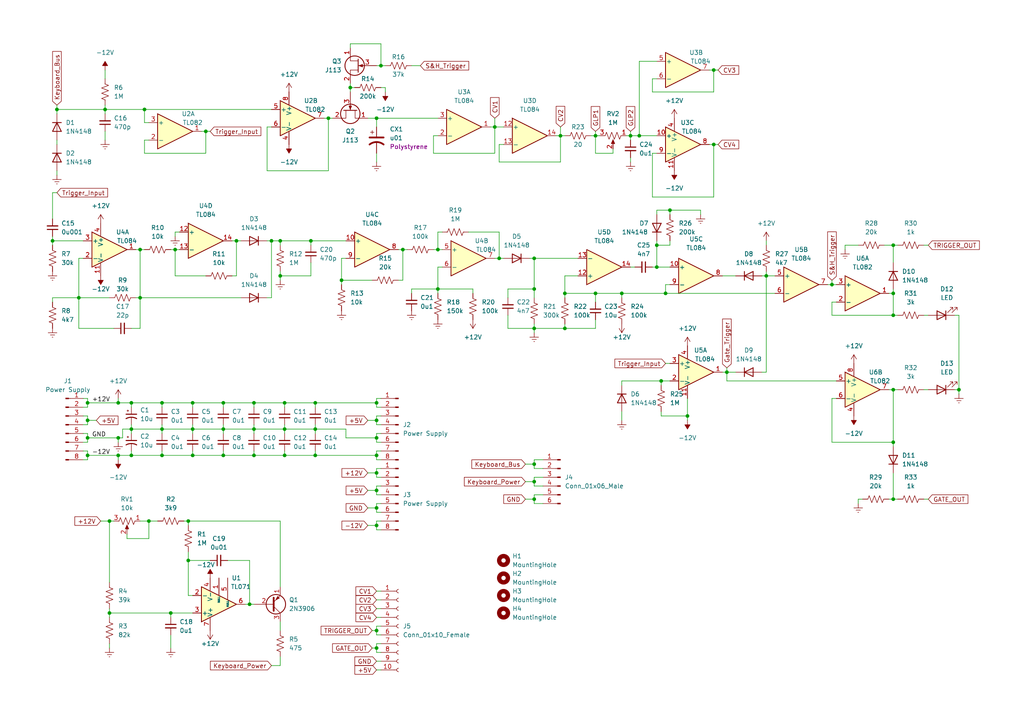
<source format=kicad_sch>
(kicad_sch
	(version 20250114)
	(generator "eeschema")
	(generator_version "9.0")
	(uuid "ed0dfb87-b39a-4715-8762-f812c52d1424")
	(paper "A4")
	
	(junction
		(at 109.22 132.08)
		(diameter 0)
		(color 0 0 0 0)
		(uuid "0641e549-78c2-42c8-bbe2-5e0bade0d637")
	)
	(junction
		(at 259.08 85.09)
		(diameter 0)
		(color 0 0 0 0)
		(uuid "06c2ffe8-d54c-4e39-aecf-ff8107b4e185")
	)
	(junction
		(at 127 72.39)
		(diameter 0)
		(color 0 0 0 0)
		(uuid "07ff92b0-7d03-4536-abd8-6fcd086104f5")
	)
	(junction
		(at 109.22 116.84)
		(diameter 0)
		(color 0 0 0 0)
		(uuid "0dc70939-5198-414b-aa66-46ae085e2edc")
	)
	(junction
		(at 190.5 71.12)
		(diameter 0)
		(color 0 0 0 0)
		(uuid "0ea1ee03-166a-49ea-ac79-6ff0e5c9894b")
	)
	(junction
		(at 49.53 177.8)
		(diameter 0)
		(color 0 0 0 0)
		(uuid "0f6b7f97-0f06-4c4c-85bf-6e458d76ccb8")
	)
	(junction
		(at 64.77 124.46)
		(diameter 0)
		(color 0 0 0 0)
		(uuid "0f77811f-5e62-416d-8fe1-6f2309b4a327")
	)
	(junction
		(at 54.61 151.13)
		(diameter 0)
		(color 0 0 0 0)
		(uuid "0f93df14-ce5f-47b8-b103-93d93432edc2")
	)
	(junction
		(at 154.94 95.25)
		(diameter 0)
		(color 0 0 0 0)
		(uuid "13567efc-210e-4b31-97f6-14c6235945b3")
	)
	(junction
		(at 41.91 31.75)
		(diameter 0)
		(color 0 0 0 0)
		(uuid "14dcb6e5-2592-441e-bc35-10f7f94298b2")
	)
	(junction
		(at 82.55 116.84)
		(diameter 0)
		(color 0 0 0 0)
		(uuid "16ddf19f-d77d-467d-9cee-afed955c154e")
	)
	(junction
		(at 259.08 128.27)
		(diameter 0)
		(color 0 0 0 0)
		(uuid "17cd726d-df3a-4481-8e0c-57827b823d7a")
	)
	(junction
		(at 64.77 132.08)
		(diameter 0)
		(color 0 0 0 0)
		(uuid "181a42ab-d6b5-44f0-827b-32d990ee10a2")
	)
	(junction
		(at 190.5 77.47)
		(diameter 0)
		(color 0 0 0 0)
		(uuid "1993d98e-49b0-4dd7-b939-6f3ab827ca1f")
	)
	(junction
		(at 259.08 113.03)
		(diameter 0)
		(color 0 0 0 0)
		(uuid "1c6c6d0e-9c6f-43b5-9cf0-33245f0702b9")
	)
	(junction
		(at 109.22 121.92)
		(diameter 0)
		(color 0 0 0 0)
		(uuid "23ca49c3-7290-4fe1-899a-cbaeef4ed6f9")
	)
	(junction
		(at 222.25 80.01)
		(diameter 0)
		(color 0 0 0 0)
		(uuid "25873da3-d51b-4164-92cc-8f14d208b951")
	)
	(junction
		(at 154.94 144.78)
		(diameter 0)
		(color 0 0 0 0)
		(uuid "2748de0a-2cc5-49b6-a970-dead8474ffe4")
	)
	(junction
		(at 50.8 72.39)
		(diameter 0)
		(color 0 0 0 0)
		(uuid "282b1772-a7c2-4fc4-8a87-de35b19ebeb9")
	)
	(junction
		(at 180.34 85.09)
		(diameter 0)
		(color 0 0 0 0)
		(uuid "2f02bc0d-7fc2-4786-aced-f8c983d8b3a8")
	)
	(junction
		(at 64.77 116.84)
		(diameter 0)
		(color 0 0 0 0)
		(uuid "3489249d-a8dd-4d0f-99c1-57ab016a3be6")
	)
	(junction
		(at 25.4 132.08)
		(diameter 0)
		(color 0 0 0 0)
		(uuid "3744d36c-838c-47b1-85c7-2da5db4a9668")
	)
	(junction
		(at 163.83 95.25)
		(diameter 0)
		(color 0 0 0 0)
		(uuid "39143e56-91f6-439d-a1cc-3f7583e5a822")
	)
	(junction
		(at 109.22 147.32)
		(diameter 0)
		(color 0 0 0 0)
		(uuid "3d387e54-78ed-48bf-ac60-1fc55ff5280c")
	)
	(junction
		(at 34.29 132.08)
		(diameter 0)
		(color 0 0 0 0)
		(uuid "3e86e1d4-b6f6-4e31-ac25-31d3e05c28e9")
	)
	(junction
		(at 82.55 132.08)
		(diameter 0)
		(color 0 0 0 0)
		(uuid "3f4b8a8e-aad2-4033-a8c7-10759b7e0507")
	)
	(junction
		(at 154.94 74.93)
		(diameter 0)
		(color 0 0 0 0)
		(uuid "411f128a-ce7c-40d3-b782-858c96f58620")
	)
	(junction
		(at 22.86 86.36)
		(diameter 0)
		(color 0 0 0 0)
		(uuid "43e5180a-67c2-4026-b422-fc1681636dc3")
	)
	(junction
		(at 172.72 85.09)
		(diameter 0)
		(color 0 0 0 0)
		(uuid "445589a4-c49d-4481-966a-d561c5d30054")
	)
	(junction
		(at 46.99 124.46)
		(diameter 0)
		(color 0 0 0 0)
		(uuid "451824f3-5b94-4e02-9308-54c51db81fa6")
	)
	(junction
		(at 210.82 107.95)
		(diameter 0)
		(color 0 0 0 0)
		(uuid "47f01c90-3d14-41fe-aacb-4fe89e6294bd")
	)
	(junction
		(at 207.01 41.91)
		(diameter 0)
		(color 0 0 0 0)
		(uuid "4ee1a540-ee83-408a-ba3a-5285b02707e1")
	)
	(junction
		(at 101.6 25.4)
		(diameter 0)
		(color 0 0 0 0)
		(uuid "526412f0-b8a7-4323-83c6-6df4da0d457d")
	)
	(junction
		(at 109.22 34.29)
		(diameter 0)
		(color 0 0 0 0)
		(uuid "536193e6-b11b-4615-bc17-a9f909592a12")
	)
	(junction
		(at 91.44 132.08)
		(diameter 0)
		(color 0 0 0 0)
		(uuid "56e5f39a-2a30-473c-b9fd-e958d73240a0")
	)
	(junction
		(at 34.29 116.84)
		(diameter 0)
		(color 0 0 0 0)
		(uuid "583ddea1-73bd-474c-b748-67e873b44a00")
	)
	(junction
		(at 95.25 34.29)
		(diameter 0)
		(color 0 0 0 0)
		(uuid "5a716b80-4ede-46ab-8777-2ec62d825978")
	)
	(junction
		(at 16.51 31.75)
		(diameter 0)
		(color 0 0 0 0)
		(uuid "5efea78b-beef-4ac9-a0fa-4cc4f6b1e859")
	)
	(junction
		(at 54.61 162.56)
		(diameter 0)
		(color 0 0 0 0)
		(uuid "623c3e94-7f11-48b0-9a25-f06d2ef659ee")
	)
	(junction
		(at 182.88 39.37)
		(diameter 0)
		(color 0 0 0 0)
		(uuid "62c23661-7b2f-49da-84db-c3965e57e7f6")
	)
	(junction
		(at 81.28 69.85)
		(diameter 0)
		(color 0 0 0 0)
		(uuid "65ad63e6-20de-412e-bc13-8bfc8244b362")
	)
	(junction
		(at 91.44 116.84)
		(diameter 0)
		(color 0 0 0 0)
		(uuid "65c42fc7-63a7-4b67-afee-f322009fb48b")
	)
	(junction
		(at 199.39 120.65)
		(diameter 0)
		(color 0 0 0 0)
		(uuid "68e10791-a42e-458c-a05a-67678a4b9ed1")
	)
	(junction
		(at 25.4 121.92)
		(diameter 0)
		(color 0 0 0 0)
		(uuid "6a10696d-0cda-4f6d-8403-9ad50b61cb2e")
	)
	(junction
		(at 25.4 116.84)
		(diameter 0)
		(color 0 0 0 0)
		(uuid "6e6e08b6-d558-45fd-88da-2aee3bd37041")
	)
	(junction
		(at 72.39 175.26)
		(diameter 0)
		(color 0 0 0 0)
		(uuid "6e8765d6-e3f4-4361-937e-f160cf8a2f1d")
	)
	(junction
		(at 40.64 86.36)
		(diameter 0)
		(color 0 0 0 0)
		(uuid "7291c14e-b260-4931-ace3-7497f27e5796")
	)
	(junction
		(at 31.75 151.13)
		(diameter 0)
		(color 0 0 0 0)
		(uuid "7308cec2-61d3-4fde-bff8-c46c3e024aa7")
	)
	(junction
		(at 172.72 39.37)
		(diameter 0)
		(color 0 0 0 0)
		(uuid "7597e1a1-f8ed-4d2d-9a4c-580e4713b5ba")
	)
	(junction
		(at 194.31 60.96)
		(diameter 0)
		(color 0 0 0 0)
		(uuid "7aa9ea82-6136-4175-b909-943b5c9c3dd8")
	)
	(junction
		(at 73.66 116.84)
		(diameter 0)
		(color 0 0 0 0)
		(uuid "80c3a61f-60ce-414c-9be8-69dbbc5be179")
	)
	(junction
		(at 278.13 113.03)
		(diameter 0)
		(color 0 0 0 0)
		(uuid "8131ca15-fa8a-46ea-a272-8d055babca63")
	)
	(junction
		(at 185.42 39.37)
		(diameter 0)
		(color 0 0 0 0)
		(uuid "822e7f7e-d1da-4fe1-8cd3-b615adc3deb3")
	)
	(junction
		(at 25.4 127)
		(diameter 0)
		(color 0 0 0 0)
		(uuid "83ac82dd-2701-4c9e-84ed-0e3d1c63d4b2")
	)
	(junction
		(at 38.1 124.46)
		(diameter 0)
		(color 0 0 0 0)
		(uuid "84d34372-a99e-4519-8edb-fe90841bd3e6")
	)
	(junction
		(at 68.58 69.85)
		(diameter 0)
		(color 0 0 0 0)
		(uuid "89e67b3b-548c-4c00-9539-664d432250f5")
	)
	(junction
		(at 109.22 127)
		(diameter 0)
		(color 0 0 0 0)
		(uuid "8cffb35b-f55a-4e78-9fb9-abd1ce74acd6")
	)
	(junction
		(at 163.83 85.09)
		(diameter 0)
		(color 0 0 0 0)
		(uuid "8e5a3d1d-ae6c-4579-a5c0-6694e4994a47")
	)
	(junction
		(at 154.94 139.7)
		(diameter 0)
		(color 0 0 0 0)
		(uuid "8ed4b74b-3a46-4fba-8ae3-86a496d500dc")
	)
	(junction
		(at 143.51 36.83)
		(diameter 0)
		(color 0 0 0 0)
		(uuid "93c342ca-06d6-458b-95a8-c8ac13577340")
	)
	(junction
		(at 90.17 69.85)
		(diameter 0)
		(color 0 0 0 0)
		(uuid "9e08898a-3ed4-4ace-bd12-afc49d600807")
	)
	(junction
		(at 15.24 69.85)
		(diameter 0)
		(color 0 0 0 0)
		(uuid "9e3d837b-53d6-404f-99af-3dc00cdd8c27")
	)
	(junction
		(at 30.48 31.75)
		(diameter 0)
		(color 0 0 0 0)
		(uuid "9eab8979-9752-423c-b3eb-b25422054527")
	)
	(junction
		(at 154.94 134.62)
		(diameter 0)
		(color 0 0 0 0)
		(uuid "a0105d71-49fc-40ed-bd97-a38e97cf9420")
	)
	(junction
		(at 116.84 72.39)
		(diameter 0)
		(color 0 0 0 0)
		(uuid "a0aa4ba7-b818-492a-91f4-8d57ee50932e")
	)
	(junction
		(at 109.22 182.88)
		(diameter 0)
		(color 0 0 0 0)
		(uuid "a14d14d0-8d2a-4bf0-85d0-4420e9a67cb6")
	)
	(junction
		(at 73.66 132.08)
		(diameter 0)
		(color 0 0 0 0)
		(uuid "a62d9869-b09e-4c65-a63a-8f44197ebdc4")
	)
	(junction
		(at 38.1 132.08)
		(diameter 0)
		(color 0 0 0 0)
		(uuid "ad80cc86-bc02-44f0-b409-85c9d9e7a2ba")
	)
	(junction
		(at 82.55 124.46)
		(diameter 0)
		(color 0 0 0 0)
		(uuid "adac0cd8-08df-4efb-8be9-1c7f89275f13")
	)
	(junction
		(at 55.88 132.08)
		(diameter 0)
		(color 0 0 0 0)
		(uuid "aed45e58-1da9-4192-90e9-d0f23be2a0f0")
	)
	(junction
		(at 154.94 83.82)
		(diameter 0)
		(color 0 0 0 0)
		(uuid "b03d9e7e-f94a-4f3b-8181-75ce0b95395c")
	)
	(junction
		(at 259.08 144.78)
		(diameter 0)
		(color 0 0 0 0)
		(uuid "b34c7e16-4538-4f6d-a9a8-c1b69f8b36c1")
	)
	(junction
		(at 259.08 91.44)
		(diameter 0)
		(color 0 0 0 0)
		(uuid "b563a42a-5afb-4da1-a091-54274d364e08")
	)
	(junction
		(at 55.88 124.46)
		(diameter 0)
		(color 0 0 0 0)
		(uuid "bea98324-232e-48e6-93fd-71b91d8d339d")
	)
	(junction
		(at 193.04 85.09)
		(diameter 0)
		(color 0 0 0 0)
		(uuid "bf69902c-a424-47ce-aecd-a29ba7425c79")
	)
	(junction
		(at 127 83.82)
		(diameter 0)
		(color 0 0 0 0)
		(uuid "bf95b8e5-bf1c-4c4a-aa60-593f155c4b97")
	)
	(junction
		(at 109.22 142.24)
		(diameter 0)
		(color 0 0 0 0)
		(uuid "c0c6725d-e3c5-4a6c-827d-7160f9fb65d6")
	)
	(junction
		(at 46.99 116.84)
		(diameter 0)
		(color 0 0 0 0)
		(uuid "c1f5e9b1-f618-4fdb-9182-3d78074664c1")
	)
	(junction
		(at 109.22 187.96)
		(diameter 0)
		(color 0 0 0 0)
		(uuid "c265f40b-5fb6-45a5-b045-539e7cf6d0ba")
	)
	(junction
		(at 46.99 132.08)
		(diameter 0)
		(color 0 0 0 0)
		(uuid "c5088895-efd1-4890-8786-80607245a624")
	)
	(junction
		(at 40.64 72.39)
		(diameter 0)
		(color 0 0 0 0)
		(uuid "cfb942da-affc-498d-a5fe-b038dd98fd77")
	)
	(junction
		(at 78.74 69.85)
		(diameter 0)
		(color 0 0 0 0)
		(uuid "d417144d-eb7f-43af-97fb-1adc0847ea48")
	)
	(junction
		(at 109.22 152.4)
		(diameter 0)
		(color 0 0 0 0)
		(uuid "d6471333-6493-4365-be9d-9075ac28f8c9")
	)
	(junction
		(at 241.3 82.55)
		(diameter 0)
		(color 0 0 0 0)
		(uuid "d6b85bef-d266-4e58-9526-86e5ed1360a6")
	)
	(junction
		(at 99.06 81.28)
		(diameter 0)
		(color 0 0 0 0)
		(uuid "dc6c9b8f-6662-46ae-8dc1-56f875feb616")
	)
	(junction
		(at 81.28 80.01)
		(diameter 0)
		(color 0 0 0 0)
		(uuid "de715268-7660-4fa5-b168-36456e11f919")
	)
	(junction
		(at 38.1 116.84)
		(diameter 0)
		(color 0 0 0 0)
		(uuid "e01df8b3-b940-4be4-b153-7c9b232eaad8")
	)
	(junction
		(at 34.29 127)
		(diameter 0)
		(color 0 0 0 0)
		(uuid "e1f4c8ce-77d8-4995-b4a0-52c6e415ec5b")
	)
	(junction
		(at 191.77 110.49)
		(diameter 0)
		(color 0 0 0 0)
		(uuid "e2405ef1-0e8a-484a-b14f-72ad69b2189d")
	)
	(junction
		(at 31.75 177.8)
		(diameter 0)
		(color 0 0 0 0)
		(uuid "e32f19c7-bfd6-40f5-a637-1a9dbb415d46")
	)
	(junction
		(at 109.22 137.16)
		(diameter 0)
		(color 0 0 0 0)
		(uuid "e352f11e-39fa-4025-b297-ca2211f94cd6")
	)
	(junction
		(at 73.66 124.46)
		(diameter 0)
		(color 0 0 0 0)
		(uuid "e50f1541-ff54-45ab-9eff-24bad1bcfbe6")
	)
	(junction
		(at 43.18 151.13)
		(diameter 0)
		(color 0 0 0 0)
		(uuid "e76c4e13-fda7-4fd1-a91d-a62efc95b946")
	)
	(junction
		(at 144.78 74.93)
		(diameter 0)
		(color 0 0 0 0)
		(uuid "eae1c9ed-4e36-4743-91fb-f0ca2e343145")
	)
	(junction
		(at 59.69 38.1)
		(diameter 0)
		(color 0 0 0 0)
		(uuid "f1866b90-45a5-4567-8bdf-baa15238e3a4")
	)
	(junction
		(at 110.49 19.05)
		(diameter 0)
		(color 0 0 0 0)
		(uuid "f1c3a03d-4d97-4c4e-b296-6442e92c4ad2")
	)
	(junction
		(at 162.56 39.37)
		(diameter 0)
		(color 0 0 0 0)
		(uuid "f1cc6a50-882e-4498-b8f8-00884bb4e26d")
	)
	(junction
		(at 207.01 20.32)
		(diameter 0)
		(color 0 0 0 0)
		(uuid "f5c87a1f-080d-4d8d-a9ed-2cb70e1ab27b")
	)
	(junction
		(at 91.44 124.46)
		(diameter 0)
		(color 0 0 0 0)
		(uuid "f6355ad9-d324-45c6-b172-43b8d58991ce")
	)
	(junction
		(at 55.88 116.84)
		(diameter 0)
		(color 0 0 0 0)
		(uuid "fa7a1a46-679a-4d78-a01a-b304977f7f86")
	)
	(junction
		(at 259.08 71.12)
		(diameter 0)
		(color 0 0 0 0)
		(uuid "fdea9433-5ff5-48bb-8405-026aaa98f8cc")
	)
	(wire
		(pts
			(xy 106.68 147.32) (xy 109.22 147.32)
		)
		(stroke
			(width 0)
			(type default)
		)
		(uuid "004c166e-32fb-4101-891b-4bc53bd5ffa5")
	)
	(wire
		(pts
			(xy 50.8 72.39) (xy 50.8 80.01)
		)
		(stroke
			(width 0)
			(type default)
		)
		(uuid "009a6032-9d10-4c72-a115-ef0b511bc43a")
	)
	(wire
		(pts
			(xy 24.13 115.57) (xy 25.4 115.57)
		)
		(stroke
			(width 0)
			(type default)
		)
		(uuid "00b5ee22-9e51-46f3-8035-2afe25ea73fe")
	)
	(wire
		(pts
			(xy 50.8 80.01) (xy 59.69 80.01)
		)
		(stroke
			(width 0)
			(type default)
		)
		(uuid "0155a0fd-4cf8-4223-ad37-9f217b9b7ecd")
	)
	(wire
		(pts
			(xy 55.88 130.81) (xy 55.88 132.08)
		)
		(stroke
			(width 0)
			(type default)
		)
		(uuid "02678afd-d8a0-4aa3-b8e3-bf3c6b507429")
	)
	(wire
		(pts
			(xy 15.24 69.85) (xy 15.24 71.12)
		)
		(stroke
			(width 0)
			(type default)
		)
		(uuid "02851dd5-4fa0-4e83-98b8-94b96a994b3e")
	)
	(wire
		(pts
			(xy 90.17 69.85) (xy 100.33 69.85)
		)
		(stroke
			(width 0)
			(type default)
		)
		(uuid "03055f87-1316-4a75-a09d-a45568bfd894")
	)
	(wire
		(pts
			(xy 189.23 26.67) (xy 207.01 26.67)
		)
		(stroke
			(width 0)
			(type default)
		)
		(uuid "03820061-ce38-41ed-aae2-bd9e28ee33a4")
	)
	(wire
		(pts
			(xy 163.83 80.01) (xy 167.64 80.01)
		)
		(stroke
			(width 0)
			(type default)
		)
		(uuid "038eb47a-6203-4572-9357-e653eb843df6")
	)
	(wire
		(pts
			(xy 259.08 113.03) (xy 257.81 113.03)
		)
		(stroke
			(width 0)
			(type default)
		)
		(uuid "03c5a15b-c650-441e-8066-9af886fe0b15")
	)
	(wire
		(pts
			(xy 162.56 36.83) (xy 162.56 39.37)
		)
		(stroke
			(width 0)
			(type default)
		)
		(uuid "0445d9c9-4ec6-48af-9ae4-a56d2e4aedb4")
	)
	(wire
		(pts
			(xy 40.64 72.39) (xy 41.91 72.39)
		)
		(stroke
			(width 0)
			(type default)
		)
		(uuid "04cadb2d-dd75-40fd-9c1b-0808e20b7876")
	)
	(wire
		(pts
			(xy 171.45 39.37) (xy 172.72 39.37)
		)
		(stroke
			(width 0)
			(type default)
		)
		(uuid "057b5532-1731-413e-9797-28bdd90e3fce")
	)
	(wire
		(pts
			(xy 109.22 44.45) (xy 109.22 46.99)
		)
		(stroke
			(width 0)
			(type default)
		)
		(uuid "05e0c6d4-1570-46f9-9fb2-31f3c7c7b59d")
	)
	(wire
		(pts
			(xy 55.88 116.84) (xy 64.77 116.84)
		)
		(stroke
			(width 0)
			(type default)
		)
		(uuid "06254ddb-2a31-416d-bfa0-9d9db5c506c7")
	)
	(wire
		(pts
			(xy 259.08 91.44) (xy 259.08 85.09)
		)
		(stroke
			(width 0)
			(type default)
		)
		(uuid "0637766f-9602-4c54-8f62-5116fd7cbef9")
	)
	(wire
		(pts
			(xy 177.8 44.45) (xy 172.72 44.45)
		)
		(stroke
			(width 0)
			(type default)
		)
		(uuid "071ad4e6-fcee-4796-94ec-42525a1d8371")
	)
	(wire
		(pts
			(xy 154.94 138.43) (xy 154.94 139.7)
		)
		(stroke
			(width 0)
			(type default)
		)
		(uuid "08798fc2-9481-4ab9-9339-cc4068e65603")
	)
	(wire
		(pts
			(xy 16.51 31.75) (xy 30.48 31.75)
		)
		(stroke
			(width 0)
			(type default)
		)
		(uuid "08a2c5e2-450a-4cd7-b412-b87bdcf1abca")
	)
	(wire
		(pts
			(xy 240.03 82.55) (xy 241.3 82.55)
		)
		(stroke
			(width 0)
			(type default)
		)
		(uuid "08c60eff-90cc-46b5-b276-0dca943e54cb")
	)
	(wire
		(pts
			(xy 109.22 132.08) (xy 109.22 133.35)
		)
		(stroke
			(width 0)
			(type default)
		)
		(uuid "09e30208-ef74-4bc2-936b-6485771affa4")
	)
	(wire
		(pts
			(xy 147.32 91.44) (xy 147.32 95.25)
		)
		(stroke
			(width 0)
			(type default)
		)
		(uuid "0ac080d6-0a18-4554-a194-4e1e30ba725a")
	)
	(wire
		(pts
			(xy 207.01 20.32) (xy 205.74 20.32)
		)
		(stroke
			(width 0)
			(type default)
		)
		(uuid "0ae95d5d-1139-4893-99ef-48a87a0c7061")
	)
	(wire
		(pts
			(xy 34.29 128.27) (xy 34.29 127)
		)
		(stroke
			(width 0)
			(type default)
		)
		(uuid "0b1083bf-9cf4-444d-99d2-9c3dbdfd0b26")
	)
	(wire
		(pts
			(xy 191.77 110.49) (xy 191.77 111.76)
		)
		(stroke
			(width 0)
			(type default)
		)
		(uuid "0c88eddd-a672-473b-9f0f-054da2ad96c4")
	)
	(wire
		(pts
			(xy 207.01 41.91) (xy 207.01 57.15)
		)
		(stroke
			(width 0)
			(type default)
		)
		(uuid "0cf27a35-58ef-4047-b4ad-037c387214f7")
	)
	(wire
		(pts
			(xy 172.72 85.09) (xy 180.34 85.09)
		)
		(stroke
			(width 0)
			(type default)
		)
		(uuid "0cfd607c-bf5c-45cc-b7c8-5afeab584cd9")
	)
	(wire
		(pts
			(xy 52.07 67.31) (xy 50.8 67.31)
		)
		(stroke
			(width 0)
			(type default)
		)
		(uuid "0d528196-da9b-4915-9727-8d8d9849b32c")
	)
	(wire
		(pts
			(xy 127 83.82) (xy 137.16 83.82)
		)
		(stroke
			(width 0)
			(type default)
		)
		(uuid "0db20e65-8f74-450b-aeba-675f6e0e850d")
	)
	(wire
		(pts
			(xy 29.21 151.13) (xy 31.75 151.13)
		)
		(stroke
			(width 0)
			(type default)
		)
		(uuid "0ff0e213-e768-4549-95a8-7685fd19cb07")
	)
	(wire
		(pts
			(xy 59.69 38.1) (xy 60.96 38.1)
		)
		(stroke
			(width 0)
			(type default)
		)
		(uuid "107e1a91-f0bc-46f9-b7b3-985cb3c3cd6b")
	)
	(wire
		(pts
			(xy 25.4 115.57) (xy 25.4 116.84)
		)
		(stroke
			(width 0)
			(type default)
		)
		(uuid "113eb835-74cd-4703-a227-65dc859e7d9b")
	)
	(wire
		(pts
			(xy 82.55 130.81) (xy 82.55 132.08)
		)
		(stroke
			(width 0)
			(type default)
		)
		(uuid "11881e62-9b2d-476a-ab32-b5dcd310e3c5")
	)
	(wire
		(pts
			(xy 46.99 132.08) (xy 46.99 130.81)
		)
		(stroke
			(width 0)
			(type default)
		)
		(uuid "11a05f2e-41f4-477b-a81d-e00c00decb33")
	)
	(wire
		(pts
			(xy 111.76 25.4) (xy 111.76 26.67)
		)
		(stroke
			(width 0)
			(type default)
		)
		(uuid "11a86f8a-20cf-4585-bb87-06fcc886eb02")
	)
	(wire
		(pts
			(xy 163.83 86.36) (xy 163.83 85.09)
		)
		(stroke
			(width 0)
			(type default)
		)
		(uuid "125493e1-f7fb-4d6a-ade0-51dee9b34330")
	)
	(wire
		(pts
			(xy 189.23 22.86) (xy 189.23 26.67)
		)
		(stroke
			(width 0)
			(type default)
		)
		(uuid "131f95aa-0979-44e3-ad44-aff734b6acd4")
	)
	(wire
		(pts
			(xy 172.72 39.37) (xy 172.72 44.45)
		)
		(stroke
			(width 0)
			(type default)
		)
		(uuid "157357c3-31fc-4c54-a42b-cd77d124ae5c")
	)
	(wire
		(pts
			(xy 185.42 39.37) (xy 185.42 17.78)
		)
		(stroke
			(width 0)
			(type default)
		)
		(uuid "157fd294-dd76-42cb-8d98-ad7a3db3d36d")
	)
	(wire
		(pts
			(xy 189.23 44.45) (xy 189.23 57.15)
		)
		(stroke
			(width 0)
			(type default)
		)
		(uuid "158186fc-4342-4232-af83-89008d69eaec")
	)
	(wire
		(pts
			(xy 137.16 83.82) (xy 137.16 85.09)
		)
		(stroke
			(width 0)
			(type default)
		)
		(uuid "15853097-3242-4ae4-b900-96fa3af3b064")
	)
	(wire
		(pts
			(xy 163.83 93.98) (xy 163.83 95.25)
		)
		(stroke
			(width 0)
			(type default)
		)
		(uuid "15b96c18-66ef-43ee-8da6-e5e73f2bece7")
	)
	(wire
		(pts
			(xy 109.22 171.45) (xy 110.49 171.45)
		)
		(stroke
			(width 0)
			(type default)
		)
		(uuid "161bcf8c-f32e-471c-9805-511921bf7f6b")
	)
	(wire
		(pts
			(xy 199.39 120.65) (xy 199.39 115.57)
		)
		(stroke
			(width 0)
			(type default)
		)
		(uuid "167d9d11-3226-45b7-957f-a20b6edc7255")
	)
	(wire
		(pts
			(xy 110.49 184.15) (xy 109.22 184.15)
		)
		(stroke
			(width 0)
			(type default)
		)
		(uuid "170f6ecd-f7f2-4c08-8a70-515c689b5436")
	)
	(wire
		(pts
			(xy 78.74 193.04) (xy 81.28 193.04)
		)
		(stroke
			(width 0)
			(type default)
		)
		(uuid "17983ab1-c3fb-4d20-afe1-da02090e465d")
	)
	(wire
		(pts
			(xy 31.75 186.69) (xy 31.75 187.96)
		)
		(stroke
			(width 0)
			(type default)
		)
		(uuid "17e77bf1-9cbb-4d8b-ae50-3235db2c9b30")
	)
	(wire
		(pts
			(xy 81.28 190.5) (xy 81.28 193.04)
		)
		(stroke
			(width 0)
			(type default)
		)
		(uuid "17eed412-e0e1-4661-813b-68819fb8b7ba")
	)
	(wire
		(pts
			(xy 95.25 34.29) (xy 93.98 34.29)
		)
		(stroke
			(width 0)
			(type default)
		)
		(uuid "181387c7-7c4a-40d2-aaf0-29d5e049ef45")
	)
	(wire
		(pts
			(xy 15.24 69.85) (xy 24.13 69.85)
		)
		(stroke
			(width 0)
			(type default)
		)
		(uuid "188571bd-3f8f-4969-9151-137503243cea")
	)
	(wire
		(pts
			(xy 143.51 34.29) (xy 143.51 36.83)
		)
		(stroke
			(width 0)
			(type default)
		)
		(uuid "18ba2d2e-9937-4372-b34f-a15acc0c9d55")
	)
	(wire
		(pts
			(xy 25.4 121.92) (xy 27.94 121.92)
		)
		(stroke
			(width 0)
			(type default)
		)
		(uuid "18ca908f-2b64-4b1e-a02e-3b77dd1abd16")
	)
	(wire
		(pts
			(xy 100.33 127) (xy 109.22 127)
		)
		(stroke
			(width 0)
			(type default)
		)
		(uuid "19079503-2b55-49a6-a37e-a086f7371b43")
	)
	(wire
		(pts
			(xy 46.99 123.19) (xy 46.99 124.46)
		)
		(stroke
			(width 0)
			(type default)
		)
		(uuid "1a12076e-2645-46f6-8768-731f6c0e35a2")
	)
	(wire
		(pts
			(xy 50.8 72.39) (xy 52.07 72.39)
		)
		(stroke
			(width 0)
			(type default)
		)
		(uuid "1a982b23-f74c-43ad-a51c-5486acedd4f0")
	)
	(wire
		(pts
			(xy 72.39 175.26) (xy 72.39 162.56)
		)
		(stroke
			(width 0)
			(type default)
		)
		(uuid "1b189692-7c4d-44b9-aded-13b256957116")
	)
	(wire
		(pts
			(xy 109.22 194.31) (xy 110.49 194.31)
		)
		(stroke
			(width 0)
			(type default)
		)
		(uuid "1b265d92-2455-44bc-8a63-c7c66bec7a10")
	)
	(wire
		(pts
			(xy 82.55 124.46) (xy 82.55 125.73)
		)
		(stroke
			(width 0)
			(type default)
		)
		(uuid "1cc85df9-091d-4ecd-a258-e34eb0e55ee9")
	)
	(wire
		(pts
			(xy 194.31 62.23) (xy 194.31 60.96)
		)
		(stroke
			(width 0)
			(type default)
		)
		(uuid "1d93e024-467b-45c2-bc81-4b5831678f06")
	)
	(wire
		(pts
			(xy 43.18 151.13) (xy 45.72 151.13)
		)
		(stroke
			(width 0)
			(type default)
		)
		(uuid "1db8fc00-204e-4dc0-96a2-4003b51790fa")
	)
	(wire
		(pts
			(xy 82.55 132.08) (xy 91.44 132.08)
		)
		(stroke
			(width 0)
			(type default)
		)
		(uuid "1e83e978-21d7-43a0-8e0c-e3a3a849348e")
	)
	(wire
		(pts
			(xy 109.22 147.32) (xy 109.22 148.59)
		)
		(stroke
			(width 0)
			(type default)
		)
		(uuid "1e8513e7-8668-417a-a319-e3308e179faa")
	)
	(wire
		(pts
			(xy 190.5 22.86) (xy 189.23 22.86)
		)
		(stroke
			(width 0)
			(type default)
		)
		(uuid "1f06e699-ea62-4d23-af4e-8dbe36d8f4b8")
	)
	(wire
		(pts
			(xy 109.22 186.69) (xy 110.49 186.69)
		)
		(stroke
			(width 0)
			(type default)
		)
		(uuid "1f541c26-e82b-4ac6-aad7-038ebb1f2122")
	)
	(wire
		(pts
			(xy 68.58 80.01) (xy 68.58 69.85)
		)
		(stroke
			(width 0)
			(type default)
		)
		(uuid "2068bc3f-8d95-4fb9-af39-bd1ceb1d19fa")
	)
	(wire
		(pts
			(xy 110.49 19.05) (xy 111.76 19.05)
		)
		(stroke
			(width 0)
			(type default)
		)
		(uuid "20ef21c0-aba1-4969-a8f5-197fd21fe1ed")
	)
	(wire
		(pts
			(xy 207.01 20.32) (xy 208.28 20.32)
		)
		(stroke
			(width 0)
			(type default)
		)
		(uuid "21175e8b-4d07-4566-9230-ea663606ec83")
	)
	(wire
		(pts
			(xy 194.31 60.96) (xy 190.5 60.96)
		)
		(stroke
			(width 0)
			(type default)
		)
		(uuid "229ca878-ed19-46e9-818a-436b3dcce09b")
	)
	(wire
		(pts
			(xy 58.42 38.1) (xy 59.69 38.1)
		)
		(stroke
			(width 0)
			(type default)
		)
		(uuid "22dd140d-25dd-41de-9366-c34ea565b23e")
	)
	(wire
		(pts
			(xy 241.3 87.63) (xy 241.3 91.44)
		)
		(stroke
			(width 0)
			(type default)
		)
		(uuid "22e36171-4f44-4c24-bd2d-39db7a3d6d48")
	)
	(wire
		(pts
			(xy 245.11 71.12) (xy 245.11 72.39)
		)
		(stroke
			(width 0)
			(type default)
		)
		(uuid "23782ae1-b6b5-4a02-9c86-39e63d2a2f97")
	)
	(wire
		(pts
			(xy 43.18 151.13) (xy 40.64 151.13)
		)
		(stroke
			(width 0)
			(type default)
		)
		(uuid "25c58195-9334-4815-9fbf-1207d0995bf8")
	)
	(wire
		(pts
			(xy 106.68 121.92) (xy 109.22 121.92)
		)
		(stroke
			(width 0)
			(type default)
		)
		(uuid "25fe06f9-fbdb-427a-a084-1fbcd9530a75")
	)
	(wire
		(pts
			(xy 190.5 71.12) (xy 190.5 77.47)
		)
		(stroke
			(width 0)
			(type default)
		)
		(uuid "27998aef-46da-4153-bd91-844a86290f3f")
	)
	(wire
		(pts
			(xy 49.53 72.39) (xy 50.8 72.39)
		)
		(stroke
			(width 0)
			(type default)
		)
		(uuid "27a84e5f-006f-498b-814d-5df4163ca916")
	)
	(wire
		(pts
			(xy 259.08 91.44) (xy 260.35 91.44)
		)
		(stroke
			(width 0)
			(type default)
		)
		(uuid "29064d22-d082-4bf7-840b-0f3c3fe28278")
	)
	(wire
		(pts
			(xy 24.13 74.93) (xy 22.86 74.93)
		)
		(stroke
			(width 0)
			(type default)
		)
		(uuid "299b6f9f-0070-4261-8212-dde31162042a")
	)
	(wire
		(pts
			(xy 77.47 36.83) (xy 77.47 49.53)
		)
		(stroke
			(width 0)
			(type default)
		)
		(uuid "29e979a4-5bc2-4667-b669-91881798413f")
	)
	(wire
		(pts
			(xy 82.55 116.84) (xy 82.55 118.11)
		)
		(stroke
			(width 0)
			(type default)
		)
		(uuid "2a3bbdc8-15bf-4a44-ad07-562900cfdad7")
	)
	(wire
		(pts
			(xy 190.5 77.47) (xy 194.31 77.47)
		)
		(stroke
			(width 0)
			(type default)
		)
		(uuid "2aadb39c-754c-40a6-9425-aea3de07f6fa")
	)
	(wire
		(pts
			(xy 109.22 116.84) (xy 109.22 115.57)
		)
		(stroke
			(width 0)
			(type default)
		)
		(uuid "2afa7996-277a-4bca-9f61-720cc84a7876")
	)
	(wire
		(pts
			(xy 24.13 128.27) (xy 25.4 128.27)
		)
		(stroke
			(width 0)
			(type default)
		)
		(uuid "2bf27398-492e-40e3-a5d8-65e1ad709491")
	)
	(wire
		(pts
			(xy 259.08 83.82) (xy 259.08 85.09)
		)
		(stroke
			(width 0)
			(type default)
		)
		(uuid "2c38f748-9bf9-40d6-bf47-d09e9d626f11")
	)
	(wire
		(pts
			(xy 67.31 69.85) (xy 68.58 69.85)
		)
		(stroke
			(width 0)
			(type default)
		)
		(uuid "2de17253-e425-4be3-bb86-e77ceb9236dc")
	)
	(wire
		(pts
			(xy 125.73 39.37) (xy 125.73 44.45)
		)
		(stroke
			(width 0)
			(type default)
		)
		(uuid "2f4b0220-63f6-4cf3-ad1d-3c904f0b086a")
	)
	(wire
		(pts
			(xy 24.13 130.81) (xy 25.4 130.81)
		)
		(stroke
			(width 0)
			(type default)
		)
		(uuid "30a474d6-2b5d-4c6e-b2fe-51b8367fe159")
	)
	(wire
		(pts
			(xy 106.68 152.4) (xy 109.22 152.4)
		)
		(stroke
			(width 0)
			(type default)
		)
		(uuid "3133fcc7-0946-4b70-bb77-f4493585cdea")
	)
	(wire
		(pts
			(xy 210.82 106.68) (xy 210.82 107.95)
		)
		(stroke
			(width 0)
			(type default)
		)
		(uuid "32693f13-e3d4-440e-9f0b-2fc315250e3e")
	)
	(wire
		(pts
			(xy 110.49 25.4) (xy 111.76 25.4)
		)
		(stroke
			(width 0)
			(type default)
		)
		(uuid "32778821-ec32-4422-9539-8d27b752fffc")
	)
	(wire
		(pts
			(xy 276.86 91.44) (xy 278.13 91.44)
		)
		(stroke
			(width 0)
			(type default)
		)
		(uuid "32ec7b65-0556-4854-bc1f-b0b6fd2a6bb7")
	)
	(wire
		(pts
			(xy 33.02 95.25) (xy 22.86 95.25)
		)
		(stroke
			(width 0)
			(type default)
		)
		(uuid "341e7e90-fdd6-4f11-a38f-72cd635f4fd8")
	)
	(wire
		(pts
			(xy 73.66 124.46) (xy 73.66 125.73)
		)
		(stroke
			(width 0)
			(type default)
		)
		(uuid "34797a70-cd05-4e1a-b7cc-e65964991058")
	)
	(wire
		(pts
			(xy 222.25 69.85) (xy 222.25 71.12)
		)
		(stroke
			(width 0)
			(type default)
		)
		(uuid "34cfb572-8dd0-431d-bd35-2c11cf4b86a8")
	)
	(wire
		(pts
			(xy 154.94 74.93) (xy 154.94 83.82)
		)
		(stroke
			(width 0)
			(type default)
		)
		(uuid "3671ff26-c4ba-45aa-9fa2-3ad1a10809ca")
	)
	(wire
		(pts
			(xy 220.98 80.01) (xy 222.25 80.01)
		)
		(stroke
			(width 0)
			(type default)
		)
		(uuid "3718feef-f4f9-48af-9f31-b1a4b4f2a0f2")
	)
	(wire
		(pts
			(xy 91.44 124.46) (xy 100.33 124.46)
		)
		(stroke
			(width 0)
			(type default)
		)
		(uuid "37a313d2-d519-4ee9-94d7-8672ad7a24d2")
	)
	(wire
		(pts
			(xy 109.22 127) (xy 109.22 128.27)
		)
		(stroke
			(width 0)
			(type default)
		)
		(uuid "37d30de8-e4ee-45b3-a3c8-f25c9f2cc701")
	)
	(wire
		(pts
			(xy 109.22 133.35) (xy 110.49 133.35)
		)
		(stroke
			(width 0)
			(type default)
		)
		(uuid "37efd9bc-ffb8-46f7-9f81-dc374fdfe8fb")
	)
	(wire
		(pts
			(xy 207.01 41.91) (xy 208.28 41.91)
		)
		(stroke
			(width 0)
			(type default)
		)
		(uuid "37f5a5f1-9f33-4b1a-9892-32bca504dfba")
	)
	(wire
		(pts
			(xy 242.57 87.63) (xy 241.3 87.63)
		)
		(stroke
			(width 0)
			(type default)
		)
		(uuid "384d290a-559c-4f2e-a008-aedb15df218b")
	)
	(wire
		(pts
			(xy 242.57 110.49) (xy 210.82 110.49)
		)
		(stroke
			(width 0)
			(type default)
		)
		(uuid "38ebf6a9-b836-4037-85ec-d46f0ad3a45c")
	)
	(wire
		(pts
			(xy 71.12 175.26) (xy 72.39 175.26)
		)
		(stroke
			(width 0)
			(type default)
		)
		(uuid "390549c3-5707-4108-a730-5d60f9ad15d9")
	)
	(wire
		(pts
			(xy 109.22 146.05) (xy 109.22 147.32)
		)
		(stroke
			(width 0)
			(type default)
		)
		(uuid "3a247cd7-f9d6-4f55-a486-30023bf2c314")
	)
	(wire
		(pts
			(xy 41.91 31.75) (xy 78.74 31.75)
		)
		(stroke
			(width 0)
			(type default)
		)
		(uuid "3b66e48d-e539-4e67-ac4c-3f72b4a33f72")
	)
	(wire
		(pts
			(xy 67.31 80.01) (xy 68.58 80.01)
		)
		(stroke
			(width 0)
			(type default)
		)
		(uuid "3bd21da5-c737-4511-8256-121224d9b65d")
	)
	(wire
		(pts
			(xy 222.25 80.01) (xy 222.25 107.95)
		)
		(stroke
			(width 0)
			(type default)
		)
		(uuid "3cdeb4c8-bfdf-4968-ad30-a180535d25ab")
	)
	(wire
		(pts
			(xy 154.94 143.51) (xy 154.94 144.78)
		)
		(stroke
			(width 0)
			(type default)
		)
		(uuid "3ceb5258-5320-4662-8471-5bbaf2738fe7")
	)
	(wire
		(pts
			(xy 115.57 81.28) (xy 116.84 81.28)
		)
		(stroke
			(width 0)
			(type default)
		)
		(uuid "3ddc292d-b2d4-4776-b8d4-ab5f3625cc80")
	)
	(wire
		(pts
			(xy 110.49 12.7) (xy 110.49 19.05)
		)
		(stroke
			(width 0)
			(type default)
		)
		(uuid "3f07d8c5-dda4-4c70-99e4-9644539510b9")
	)
	(wire
		(pts
			(xy 172.72 92.71) (xy 172.72 95.25)
		)
		(stroke
			(width 0)
			(type default)
		)
		(uuid "3f89b355-d524-47d2-883f-7bba4d96e102")
	)
	(wire
		(pts
			(xy 55.88 116.84) (xy 55.88 118.11)
		)
		(stroke
			(width 0)
			(type default)
		)
		(uuid "40f5a143-a92d-4c27-ba40-ecce2bbe6579")
	)
	(wire
		(pts
			(xy 267.97 144.78) (xy 269.24 144.78)
		)
		(stroke
			(width 0)
			(type default)
		)
		(uuid "410623e0-9346-452e-9e56-88d6ded4640e")
	)
	(wire
		(pts
			(xy 16.51 40.64) (xy 16.51 41.91)
		)
		(stroke
			(width 0)
			(type default)
		)
		(uuid "4157536e-4f3b-4f90-9871-5a074d55d859")
	)
	(wire
		(pts
			(xy 64.77 130.81) (xy 64.77 132.08)
		)
		(stroke
			(width 0)
			(type default)
		)
		(uuid "427495cc-5bd7-44c4-a947-c893de295da4")
	)
	(wire
		(pts
			(xy 30.48 30.48) (xy 30.48 31.75)
		)
		(stroke
			(width 0)
			(type default)
		)
		(uuid "42adefd2-701c-46fd-bf03-eab296db7aa8")
	)
	(wire
		(pts
			(xy 22.86 86.36) (xy 31.75 86.36)
		)
		(stroke
			(width 0)
			(type default)
		)
		(uuid "42bf2ea5-946a-4b02-8880-55d7082f22b3")
	)
	(wire
		(pts
			(xy 163.83 85.09) (xy 172.72 85.09)
		)
		(stroke
			(width 0)
			(type default)
		)
		(uuid "47047298-5da1-424b-b93e-7b1c7d4a0eaa")
	)
	(wire
		(pts
			(xy 109.22 116.84) (xy 109.22 118.11)
		)
		(stroke
			(width 0)
			(type default)
		)
		(uuid "47128d5a-5e6d-4d5f-9192-93c973c298d6")
	)
	(wire
		(pts
			(xy 154.94 133.35) (xy 154.94 134.62)
		)
		(stroke
			(width 0)
			(type default)
		)
		(uuid "47bd44aa-73ad-4d17-8cf8-b20abc12c2dd")
	)
	(wire
		(pts
			(xy 109.22 181.61) (xy 109.22 182.88)
		)
		(stroke
			(width 0)
			(type default)
		)
		(uuid "4880d226-b20b-49b7-9d40-c5b6e9b03c65")
	)
	(wire
		(pts
			(xy 190.5 69.85) (xy 190.5 71.12)
		)
		(stroke
			(width 0)
			(type default)
		)
		(uuid "48df565c-661e-4be8-a921-c107f09361aa")
	)
	(wire
		(pts
			(xy 109.22 152.4) (xy 109.22 153.67)
		)
		(stroke
			(width 0)
			(type default)
		)
		(uuid "4961d352-dad6-4a44-abd9-3e3d52e2ca27")
	)
	(wire
		(pts
			(xy 189.23 57.15) (xy 207.01 57.15)
		)
		(stroke
			(width 0)
			(type default)
		)
		(uuid "4addf9c0-07de-48e4-b2bd-e1721aa507e5")
	)
	(wire
		(pts
			(xy 78.74 36.83) (xy 77.47 36.83)
		)
		(stroke
			(width 0)
			(type default)
		)
		(uuid "4b8cf708-4d31-4764-aa5e-de244482d23a")
	)
	(wire
		(pts
			(xy 222.25 78.74) (xy 222.25 80.01)
		)
		(stroke
			(width 0)
			(type default)
		)
		(uuid "4bde39de-5cd2-44ef-bfa5-7c902adf935b")
	)
	(wire
		(pts
			(xy 40.64 95.25) (xy 40.64 86.36)
		)
		(stroke
			(width 0)
			(type default)
		)
		(uuid "4c5c15ff-5071-4e24-82eb-7da73e5b6287")
	)
	(wire
		(pts
			(xy 107.95 187.96) (xy 109.22 187.96)
		)
		(stroke
			(width 0)
			(type default)
		)
		(uuid "4c8c9023-5639-4b76-8b2a-06c61aa15575")
	)
	(wire
		(pts
			(xy 209.55 107.95) (xy 210.82 107.95)
		)
		(stroke
			(width 0)
			(type default)
		)
		(uuid "4cf0339e-5ee2-425f-af7f-59d9e26f56b9")
	)
	(wire
		(pts
			(xy 241.3 81.28) (xy 241.3 82.55)
		)
		(stroke
			(width 0)
			(type default)
		)
		(uuid "4d8c9611-c7af-4d9a-8979-6f6855786087")
	)
	(wire
		(pts
			(xy 109.22 140.97) (xy 110.49 140.97)
		)
		(stroke
			(width 0)
			(type default)
		)
		(uuid "4df0c495-539e-4857-83c4-b19ae8787798")
	)
	(wire
		(pts
			(xy 209.55 80.01) (xy 213.36 80.01)
		)
		(stroke
			(width 0)
			(type default)
		)
		(uuid "4e6d157d-2163-4903-9629-8bf841ca695d")
	)
	(wire
		(pts
			(xy 154.94 139.7) (xy 154.94 140.97)
		)
		(stroke
			(width 0)
			(type default)
		)
		(uuid "4f9f83f0-7583-4fb8-a714-962b9aa796f0")
	)
	(wire
		(pts
			(xy 91.44 132.08) (xy 91.44 130.81)
		)
		(stroke
			(width 0)
			(type default)
		)
		(uuid "50dd473a-d081-46a6-821d-55d4f9b521b9")
	)
	(wire
		(pts
			(xy 248.92 146.05) (xy 248.92 144.78)
		)
		(stroke
			(width 0)
			(type default)
		)
		(uuid "5157eab6-e929-4b2e-a220-0bcebe3552aa")
	)
	(wire
		(pts
			(xy 110.49 189.23) (xy 109.22 189.23)
		)
		(stroke
			(width 0)
			(type default)
		)
		(uuid "51a1455e-d61a-4e79-a31f-108f7343949f")
	)
	(wire
		(pts
			(xy 30.48 31.75) (xy 41.91 31.75)
		)
		(stroke
			(width 0)
			(type default)
		)
		(uuid "520142bd-0789-4641-972b-93da1d31a8e7")
	)
	(wire
		(pts
			(xy 54.61 162.56) (xy 54.61 172.72)
		)
		(stroke
			(width 0)
			(type default)
		)
		(uuid "520d836a-d2e7-4cd2-afcf-9815f3a1cfd2")
	)
	(wire
		(pts
			(xy 222.25 80.01) (xy 224.79 80.01)
		)
		(stroke
			(width 0)
			(type default)
		)
		(uuid "52b74a39-d5c0-4b10-bc35-569cb5cd7228")
	)
	(wire
		(pts
			(xy 55.88 177.8) (xy 49.53 177.8)
		)
		(stroke
			(width 0)
			(type default)
		)
		(uuid "52c08f1f-ae32-4214-a766-316676ba381f")
	)
	(wire
		(pts
			(xy 15.24 68.58) (xy 15.24 69.85)
		)
		(stroke
			(width 0)
			(type default)
		)
		(uuid "52c86999-94a4-4997-8c7e-387d2692d853")
	)
	(wire
		(pts
			(xy 144.78 67.31) (xy 144.78 74.93)
		)
		(stroke
			(width 0)
			(type default)
		)
		(uuid "52fbf180-d9bb-439f-a0a9-c9fbbd4bf103")
	)
	(wire
		(pts
			(xy 46.99 116.84) (xy 46.99 118.11)
		)
		(stroke
			(width 0)
			(type default)
		)
		(uuid "538fcad2-d7d4-4d7c-886a-7dc386a21d35")
	)
	(wire
		(pts
			(xy 189.23 44.45) (xy 190.5 44.45)
		)
		(stroke
			(width 0)
			(type default)
		)
		(uuid "54f8d31b-4cf0-4389-9bac-bbc13fffe0b9")
	)
	(wire
		(pts
			(xy 109.22 140.97) (xy 109.22 142.24)
		)
		(stroke
			(width 0)
			(type default)
		)
		(uuid "55ad9762-da79-4445-80dc-ec28f5923260")
	)
	(wire
		(pts
			(xy 40.64 72.39) (xy 39.37 72.39)
		)
		(stroke
			(width 0)
			(type default)
		)
		(uuid "560c3193-639d-44e4-9da2-66ac681c82e2")
	)
	(wire
		(pts
			(xy 154.94 140.97) (xy 157.48 140.97)
		)
		(stroke
			(width 0)
			(type default)
		)
		(uuid "562ab366-4321-41f7-aa3c-7a0fe690c3d9")
	)
	(wire
		(pts
			(xy 259.08 128.27) (xy 259.08 113.03)
		)
		(stroke
			(width 0)
			(type default)
		)
		(uuid "56b49f49-49fa-4079-b50c-59b54e8c8c54")
	)
	(wire
		(pts
			(xy 109.22 153.67) (xy 110.49 153.67)
		)
		(stroke
			(width 0)
			(type default)
		)
		(uuid "57fcd6f1-e592-4a4a-a697-99c17fec0ccb")
	)
	(wire
		(pts
			(xy 22.86 86.36) (xy 15.24 86.36)
		)
		(stroke
			(width 0)
			(type default)
		)
		(uuid "5811a637-5749-4bfb-be5e-0dcc64c4b21b")
	)
	(wire
		(pts
			(xy 73.66 116.84) (xy 82.55 116.84)
		)
		(stroke
			(width 0)
			(type default)
		)
		(uuid "5873f0b4-6f64-4f4f-8899-f42d883c9af8")
	)
	(wire
		(pts
			(xy 182.88 45.72) (xy 182.88 46.99)
		)
		(stroke
			(width 0)
			(type default)
		)
		(uuid "589c42e9-a5ba-4bb6-a142-489bdb30af8c")
	)
	(wire
		(pts
			(xy 278.13 91.44) (xy 278.13 113.03)
		)
		(stroke
			(width 0)
			(type default)
		)
		(uuid "5abf7208-a5c0-4d0b-a3b9-6ade74277bcf")
	)
	(wire
		(pts
			(xy 55.88 123.19) (xy 55.88 124.46)
		)
		(stroke
			(width 0)
			(type default)
		)
		(uuid "5add03d6-59c6-4455-9b2a-ab6317e7ae1b")
	)
	(wire
		(pts
			(xy 78.74 69.85) (xy 77.47 69.85)
		)
		(stroke
			(width 0)
			(type default)
		)
		(uuid "5bb1a512-2a41-476e-a253-d9567c30a609")
	)
	(wire
		(pts
			(xy 259.08 137.16) (xy 259.08 144.78)
		)
		(stroke
			(width 0)
			(type default)
		)
		(uuid "5c427d8a-4d93-4dc6-9b43-da4b09a894ad")
	)
	(wire
		(pts
			(xy 73.66 132.08) (xy 73.66 130.81)
		)
		(stroke
			(width 0)
			(type default)
		)
		(uuid "5cd04b1a-adda-4289-8e0b-59e18074221a")
	)
	(wire
		(pts
			(xy 31.75 151.13) (xy 31.75 168.91)
		)
		(stroke
			(width 0)
			(type default)
		)
		(uuid "5dd42de1-83f0-4663-9629-16b7aec38dad")
	)
	(wire
		(pts
			(xy 64.77 132.08) (xy 73.66 132.08)
		)
		(stroke
			(width 0)
			(type default)
		)
		(uuid "5faf634c-4867-451b-b989-191aefef08c0")
	)
	(wire
		(pts
			(xy 49.53 177.8) (xy 31.75 177.8)
		)
		(stroke
			(width 0)
			(type default)
		)
		(uuid "5fde6826-6a00-45e3-a8df-ff09910bea75")
	)
	(wire
		(pts
			(xy 41.91 44.45) (xy 41.91 40.64)
		)
		(stroke
			(width 0)
			(type default)
		)
		(uuid "60cdcaf2-048f-4289-ac43-e38ac9a94083")
	)
	(wire
		(pts
			(xy 210.82 110.49) (xy 210.82 107.95)
		)
		(stroke
			(width 0)
			(type default)
		)
		(uuid "619b2a1f-d1e1-408c-be9a-0183341413a8")
	)
	(wire
		(pts
			(xy 95.25 49.53) (xy 95.25 34.29)
		)
		(stroke
			(width 0)
			(type default)
		)
		(uuid "629cf1e4-9ebd-4714-b329-2bce8cbbc672")
	)
	(wire
		(pts
			(xy 154.94 146.05) (xy 157.48 146.05)
		)
		(stroke
			(width 0)
			(type default)
		)
		(uuid "62c0767c-08dd-49c5-8144-c712f506a170")
	)
	(wire
		(pts
			(xy 72.39 175.26) (xy 73.66 175.26)
		)
		(stroke
			(width 0)
			(type default)
		)
		(uuid "63d341b9-4ee5-487e-88f1-d5dee2681aed")
	)
	(wire
		(pts
			(xy 34.29 115.57) (xy 34.29 116.84)
		)
		(stroke
			(width 0)
			(type default)
		)
		(uuid "65345f23-dd3f-4cb9-98a6-43cc90c56328")
	)
	(wire
		(pts
			(xy 16.51 49.53) (xy 16.51 50.8)
		)
		(stroke
			(width 0)
			(type default)
		)
		(uuid "656095f8-108c-407e-8752-c874252c0595")
	)
	(wire
		(pts
			(xy 25.4 127) (xy 34.29 127)
		)
		(stroke
			(width 0)
			(type default)
		)
		(uuid "65afe2b5-49ef-43d7-b983-118015922c9a")
	)
	(wire
		(pts
			(xy 25.4 125.73) (xy 25.4 127)
		)
		(stroke
			(width 0)
			(type default)
		)
		(uuid "6805b3d1-8dc4-4360-8c6f-b654248aa5f9")
	)
	(wire
		(pts
			(xy 38.1 116.84) (xy 46.99 116.84)
		)
		(stroke
			(width 0)
			(type default)
		)
		(uuid "68d0aa07-0b25-4562-9edc-d998253a03bf")
	)
	(wire
		(pts
			(xy 161.29 39.37) (xy 162.56 39.37)
		)
		(stroke
			(width 0)
			(type default)
		)
		(uuid "68ffe01d-d6ec-42dc-acd6-5551b94bc4ca")
	)
	(wire
		(pts
			(xy 194.31 60.96) (xy 203.2 60.96)
		)
		(stroke
			(width 0)
			(type default)
		)
		(uuid "69e12a65-073b-4b46-94db-6c622628ba95")
	)
	(wire
		(pts
			(xy 64.77 123.19) (xy 64.77 124.46)
		)
		(stroke
			(width 0)
			(type default)
		)
		(uuid "6a6a77d7-8557-439b-aab3-081471c2f30a")
	)
	(wire
		(pts
			(xy 40.64 86.36) (xy 69.85 86.36)
		)
		(stroke
			(width 0)
			(type default)
		)
		(uuid "6ae40931-f840-44c7-b218-fddf96feeceb")
	)
	(wire
		(pts
			(xy 55.88 124.46) (xy 64.77 124.46)
		)
		(stroke
			(width 0)
			(type default)
		)
		(uuid "6c36bd64-c1a1-4abd-9468-34820f21c1a7")
	)
	(wire
		(pts
			(xy 248.92 144.78) (xy 250.19 144.78)
		)
		(stroke
			(width 0)
			(type default)
		)
		(uuid "6caf930a-f2f9-4368-adf8-2369bcaaf49a")
	)
	(wire
		(pts
			(xy 24.13 118.11) (xy 25.4 118.11)
		)
		(stroke
			(width 0)
			(type default)
		)
		(uuid "6d193cdb-d864-41ab-a39b-9a645bf499c8")
	)
	(wire
		(pts
			(xy 190.5 60.96) (xy 190.5 62.23)
		)
		(stroke
			(width 0)
			(type default)
		)
		(uuid "6d4cbdf7-987c-4d26-970f-2952b392321f")
	)
	(wire
		(pts
			(xy 78.74 86.36) (xy 78.74 69.85)
		)
		(stroke
			(width 0)
			(type default)
		)
		(uuid "6dda1392-47d1-4d7a-aa46-761aa22c3b3d")
	)
	(wire
		(pts
			(xy 109.22 34.29) (xy 127 34.29)
		)
		(stroke
			(width 0)
			(type default)
		)
		(uuid "6f986062-6cd2-4737-bde2-052377a9864d")
	)
	(wire
		(pts
			(xy 116.84 72.39) (xy 118.11 72.39)
		)
		(stroke
			(width 0)
			(type default)
		)
		(uuid "6f9ea69c-0df1-4040-945b-8885ba35c398")
	)
	(wire
		(pts
			(xy 46.99 116.84) (xy 55.88 116.84)
		)
		(stroke
			(width 0)
			(type default)
		)
		(uuid "711093ff-9a31-45cb-8d4f-5da9676f309e")
	)
	(wire
		(pts
			(xy 24.13 120.65) (xy 25.4 120.65)
		)
		(stroke
			(width 0)
			(type default)
		)
		(uuid "711b0b3d-f492-40b3-9864-ab55815a14b2")
	)
	(wire
		(pts
			(xy 99.06 81.28) (xy 99.06 82.55)
		)
		(stroke
			(width 0)
			(type default)
		)
		(uuid "71612bbd-74b0-4122-9342-74503f788c68")
	)
	(wire
		(pts
			(xy 125.73 44.45) (xy 143.51 44.45)
		)
		(stroke
			(width 0)
			(type default)
		)
		(uuid "72459469-4d67-4ce5-85c4-df47a8c863f9")
	)
	(wire
		(pts
			(xy 59.69 38.1) (xy 59.69 44.45)
		)
		(stroke
			(width 0)
			(type default)
		)
		(uuid "72655cce-2ee1-4d16-a175-216d1b01d974")
	)
	(wire
		(pts
			(xy 109.22 143.51) (xy 110.49 143.51)
		)
		(stroke
			(width 0)
			(type default)
		)
		(uuid "738251d9-03b9-4435-9a63-689f4cd1db7d")
	)
	(wire
		(pts
			(xy 100.33 124.46) (xy 100.33 127)
		)
		(stroke
			(width 0)
			(type default)
		)
		(uuid "73e943e2-60ed-42b7-8c26-1825fb314e80")
	)
	(wire
		(pts
			(xy 181.61 39.37) (xy 182.88 39.37)
		)
		(stroke
			(width 0)
			(type default)
		)
		(uuid "744195f4-60db-4baa-a504-1c19879d70af")
	)
	(wire
		(pts
			(xy 157.48 143.51) (xy 154.94 143.51)
		)
		(stroke
			(width 0)
			(type default)
		)
		(uuid "74cbe543-299e-422d-8222-d8f9f0237e6d")
	)
	(wire
		(pts
			(xy 36.83 154.94) (xy 36.83 156.21)
		)
		(stroke
			(width 0)
			(type default)
		)
		(uuid "74fc771d-3991-4b03-82b9-3d199a0f2774")
	)
	(wire
		(pts
			(xy 193.04 82.55) (xy 194.31 82.55)
		)
		(stroke
			(width 0)
			(type default)
		)
		(uuid "75ccd05e-406b-43f5-a71c-6e2a6af503b2")
	)
	(wire
		(pts
			(xy 144.78 74.93) (xy 143.51 74.93)
		)
		(stroke
			(width 0)
			(type default)
		)
		(uuid "7628130c-6088-405e-b515-ccc7d65af64c")
	)
	(wire
		(pts
			(xy 172.72 39.37) (xy 173.99 39.37)
		)
		(stroke
			(width 0)
			(type default)
		)
		(uuid "79c5b4cf-2125-4c19-b4cf-549ec24d0365")
	)
	(wire
		(pts
			(xy 109.22 138.43) (xy 110.49 138.43)
		)
		(stroke
			(width 0)
			(type default)
		)
		(uuid "7a437581-2e2c-48b7-8860-aa6f1b5b514b")
	)
	(wire
		(pts
			(xy 190.5 71.12) (xy 194.31 71.12)
		)
		(stroke
			(width 0)
			(type default)
		)
		(uuid "7a769a99-070b-439b-9fb2-59035e6a13e6")
	)
	(wire
		(pts
			(xy 109.22 148.59) (xy 110.49 148.59)
		)
		(stroke
			(width 0)
			(type default)
		)
		(uuid "7b871e3b-bf82-41e0-9db2-bd30bd188a78")
	)
	(wire
		(pts
			(xy 154.94 135.89) (xy 157.48 135.89)
		)
		(stroke
			(width 0)
			(type default)
		)
		(uuid "7c3224b4-0358-42ef-9fc5-97423d9b6b6c")
	)
	(wire
		(pts
			(xy 203.2 60.96) (xy 203.2 62.23)
		)
		(stroke
			(width 0)
			(type default)
		)
		(uuid "7c8bc0a9-49e5-4cf4-8c1e-b7bdcaa58c02")
	)
	(wire
		(pts
			(xy 259.08 144.78) (xy 260.35 144.78)
		)
		(stroke
			(width 0)
			(type default)
		)
		(uuid "7cb23a3f-13d6-4033-9314-bae185e61708")
	)
	(wire
		(pts
			(xy 207.01 26.67) (xy 207.01 20.32)
		)
		(stroke
			(width 0)
			(type default)
		)
		(uuid "7cf34620-d879-479c-90a2-fd8eadb67b4a")
	)
	(wire
		(pts
			(xy 259.08 71.12) (xy 260.35 71.12)
		)
		(stroke
			(width 0)
			(type default)
		)
		(uuid "7dadfd41-67a2-4d04-9965-ffdce0bf2d11")
	)
	(wire
		(pts
			(xy 119.38 83.82) (xy 127 83.82)
		)
		(stroke
			(width 0)
			(type default)
		)
		(uuid "7de402bb-bf59-4467-9a61-34b882c206cc")
	)
	(wire
		(pts
			(xy 241.3 128.27) (xy 259.08 128.27)
		)
		(stroke
			(width 0)
			(type default)
		)
		(uuid "7ea985d6-f324-4bfe-822c-ea55c612c333")
	)
	(wire
		(pts
			(xy 77.47 49.53) (xy 95.25 49.53)
		)
		(stroke
			(width 0)
			(type default)
		)
		(uuid "803b4960-af55-4c42-a755-029e4abb8f6f")
	)
	(wire
		(pts
			(xy 109.22 182.88) (xy 109.22 184.15)
		)
		(stroke
			(width 0)
			(type default)
		)
		(uuid "808ad78b-4520-44de-9dea-1c88c00858ae")
	)
	(wire
		(pts
			(xy 64.77 124.46) (xy 64.77 125.73)
		)
		(stroke
			(width 0)
			(type default)
		)
		(uuid "815eb95a-a863-4bc2-be3e-ad7f9139a903")
	)
	(wire
		(pts
			(xy 143.51 36.83) (xy 146.05 36.83)
		)
		(stroke
			(width 0)
			(type default)
		)
		(uuid "817510aa-8494-4db9-9c9f-39d4dbdb7087")
	)
	(wire
		(pts
			(xy 106.68 34.29) (xy 109.22 34.29)
		)
		(stroke
			(width 0)
			(type default)
		)
		(uuid "818667e0-e135-44c6-a939-ad0cad87fc25")
	)
	(wire
		(pts
			(xy 34.29 132.08) (xy 34.29 133.35)
		)
		(stroke
			(width 0)
			(type default)
		)
		(uuid "8296483d-ed98-4503-9c72-4cd2492aa5a6")
	)
	(wire
		(pts
			(xy 144.78 41.91) (xy 144.78 46.99)
		)
		(stroke
			(width 0)
			(type default)
		)
		(uuid "82f0e0a5-c356-40c1-998d-904edd70885f")
	)
	(wire
		(pts
			(xy 16.51 55.88) (xy 15.24 55.88)
		)
		(stroke
			(width 0)
			(type default)
		)
		(uuid "834ff91b-e936-41b2-8cee-b1f3ffe9ccd0")
	)
	(wire
		(pts
			(xy 109.22 121.92) (xy 109.22 123.19)
		)
		(stroke
			(width 0)
			(type default)
		)
		(uuid "84751cfa-c032-41a4-8230-50042053caf7")
	)
	(wire
		(pts
			(xy 81.28 69.85) (xy 81.28 71.12)
		)
		(stroke
			(width 0)
			(type default)
		)
		(uuid "85b579cf-dcfb-49d3-83b7-f6d9ffa2770e")
	)
	(wire
		(pts
			(xy 199.39 120.65) (xy 199.39 121.92)
		)
		(stroke
			(width 0)
			(type default)
		)
		(uuid "86d60bde-520f-4739-9977-953da84a539c")
	)
	(wire
		(pts
			(xy 259.08 85.09) (xy 257.81 85.09)
		)
		(stroke
			(width 0)
			(type default)
		)
		(uuid "87fc2b79-58f0-4714-a101-43e02b65e26c")
	)
	(wire
		(pts
			(xy 49.53 184.15) (xy 49.53 187.96)
		)
		(stroke
			(width 0)
			(type default)
		)
		(uuid "8878e06f-813c-408c-979f-7180139ad1cf")
	)
	(wire
		(pts
			(xy 109.22 135.89) (xy 110.49 135.89)
		)
		(stroke
			(width 0)
			(type default)
		)
		(uuid "897dc2ca-49a2-41a1-9b78-ef9c65e8bdfa")
	)
	(wire
		(pts
			(xy 224.79 85.09) (xy 193.04 85.09)
		)
		(stroke
			(width 0)
			(type default)
		)
		(uuid "89a75315-c8ba-4570-916a-885e7f5292c9")
	)
	(wire
		(pts
			(xy 90.17 69.85) (xy 90.17 71.12)
		)
		(stroke
			(width 0)
			(type default)
		)
		(uuid "8a63d4d7-174c-4583-9a4a-87b7f3637f1f")
	)
	(wire
		(pts
			(xy 162.56 39.37) (xy 163.83 39.37)
		)
		(stroke
			(width 0)
			(type default)
		)
		(uuid "8ae7f663-a2d3-470b-9dca-27caf6a01bf6")
	)
	(wire
		(pts
			(xy 109.22 191.77) (xy 110.49 191.77)
		)
		(stroke
			(width 0)
			(type default)
		)
		(uuid "8bb5edae-bc43-49eb-8b32-4acca916c920")
	)
	(wire
		(pts
			(xy 152.4 134.62) (xy 154.94 134.62)
		)
		(stroke
			(width 0)
			(type default)
		)
		(uuid "8d37d51c-523a-4670-afac-0c6bb5ff0047")
	)
	(wire
		(pts
			(xy 73.66 132.08) (xy 82.55 132.08)
		)
		(stroke
			(width 0)
			(type default)
		)
		(uuid "8d6c6ef2-a822-45fe-8441-514d21b5e16d")
	)
	(wire
		(pts
			(xy 154.94 133.35) (xy 157.48 133.35)
		)
		(stroke
			(width 0)
			(type default)
		)
		(uuid "8db5e405-71f9-4f0b-b6d9-f97b700d767f")
	)
	(wire
		(pts
			(xy 54.61 160.02) (xy 54.61 162.56)
		)
		(stroke
			(width 0)
			(type default)
		)
		(uuid "8dc552fc-5942-4fa0-9d0c-03aee905e6e4")
	)
	(wire
		(pts
			(xy 147.32 95.25) (xy 154.94 95.25)
		)
		(stroke
			(width 0)
			(type default)
		)
		(uuid "8ea18176-6051-4a38-bffe-6a5854ae75e3")
	)
	(wire
		(pts
			(xy 144.78 46.99) (xy 162.56 46.99)
		)
		(stroke
			(width 0)
			(type default)
		)
		(uuid "8f45fae1-e0e8-4464-a356-a7b1b15344f7")
	)
	(wire
		(pts
			(xy 38.1 116.84) (xy 38.1 118.11)
		)
		(stroke
			(width 0)
			(type default)
		)
		(uuid "8f62e688-ea44-496b-86c9-635b6163fe6d")
	)
	(wire
		(pts
			(xy 109.22 128.27) (xy 110.49 128.27)
		)
		(stroke
			(width 0)
			(type default)
		)
		(uuid "908d2b7e-4457-4572-8999-e6b6fabc4366")
	)
	(wire
		(pts
			(xy 154.94 134.62) (xy 154.94 135.89)
		)
		(stroke
			(width 0)
			(type default)
		)
		(uuid "9092f8db-d1fe-41a2-b541-91ca376d0685")
	)
	(wire
		(pts
			(xy 22.86 74.93) (xy 22.86 86.36)
		)
		(stroke
			(width 0)
			(type default)
		)
		(uuid "90fa2d1b-5e5f-4858-8556-164cbb079ebb")
	)
	(wire
		(pts
			(xy 81.28 180.34) (xy 81.28 182.88)
		)
		(stroke
			(width 0)
			(type default)
		)
		(uuid "916cb3c0-1dc6-430c-be2f-9fec740291a9")
	)
	(wire
		(pts
			(xy 34.29 132.08) (xy 38.1 132.08)
		)
		(stroke
			(width 0)
			(type default)
		)
		(uuid "9377dc88-22aa-4f87-9048-b7ce93d63c99")
	)
	(wire
		(pts
			(xy 54.61 151.13) (xy 54.61 152.4)
		)
		(stroke
			(width 0)
			(type default)
		)
		(uuid "953de3e5-fb2c-4e60-9d27-057d9ecc7ecf")
	)
	(wire
		(pts
			(xy 25.4 121.92) (xy 25.4 123.19)
		)
		(stroke
			(width 0)
			(type default)
		)
		(uuid "96228807-dd77-4c66-b037-c400a9a25db3")
	)
	(wire
		(pts
			(xy 154.94 144.78) (xy 154.94 146.05)
		)
		(stroke
			(width 0)
			(type default)
		)
		(uuid "968dbca6-0ae1-48f9-9d2e-5dd63399c09c")
	)
	(wire
		(pts
			(xy 34.29 116.84) (xy 38.1 116.84)
		)
		(stroke
			(width 0)
			(type default)
		)
		(uuid "979d7433-3bc2-4e40-bebc-c6ba599fe871")
	)
	(wire
		(pts
			(xy 127 77.47) (xy 127 83.82)
		)
		(stroke
			(width 0)
			(type default)
		)
		(uuid "991b87a8-b0d8-4dd7-a218-b9afab184cf0")
	)
	(wire
		(pts
			(xy 163.83 95.25) (xy 154.94 95.25)
		)
		(stroke
			(width 0)
			(type default)
		)
		(uuid "993b0f7d-746a-4d90-982f-f612323887ec")
	)
	(wire
		(pts
			(xy 109.22 173.99) (xy 110.49 173.99)
		)
		(stroke
			(width 0)
			(type default)
		)
		(uuid "99cb0c3e-9c10-4e20-a8d2-aabef13bd650")
	)
	(wire
		(pts
			(xy 54.61 172.72) (xy 55.88 172.72)
		)
		(stroke
			(width 0)
			(type default)
		)
		(uuid "9a7e2501-8166-4c74-b64a-84b64ebaf282")
	)
	(wire
		(pts
			(xy 107.95 81.28) (xy 99.06 81.28)
		)
		(stroke
			(width 0)
			(type default)
		)
		(uuid "9a969cf4-f915-424d-8748-9feab7efcd1d")
	)
	(wire
		(pts
			(xy 35.56 127) (xy 35.56 124.46)
		)
		(stroke
			(width 0)
			(type default)
		)
		(uuid "9a9c1c8d-334e-4628-9e47-ed8c5c68e16c")
	)
	(wire
		(pts
			(xy 222.25 107.95) (xy 220.98 107.95)
		)
		(stroke
			(width 0)
			(type default)
		)
		(uuid "9b749c69-a7c1-4125-ae08-c9f98b5415d8")
	)
	(wire
		(pts
			(xy 210.82 107.95) (xy 213.36 107.95)
		)
		(stroke
			(width 0)
			(type default)
		)
		(uuid "9c544588-c4d1-4dc9-bc49-4cd539e00b8d")
	)
	(wire
		(pts
			(xy 276.86 113.03) (xy 278.13 113.03)
		)
		(stroke
			(width 0)
			(type default)
		)
		(uuid "9c8e1bac-5672-46ad-9e0c-8e8299923923")
	)
	(wire
		(pts
			(xy 38.1 123.19) (xy 38.1 124.46)
		)
		(stroke
			(width 0)
			(type default)
		)
		(uuid "9d4263ea-d208-43ed-9b79-2f8993c127d9")
	)
	(wire
		(pts
			(xy 31.75 177.8) (xy 31.75 179.07)
		)
		(stroke
			(width 0)
			(type default)
		)
		(uuid "9dff25f0-8fc8-4dd7-82e4-c342d0f93fcd")
	)
	(wire
		(pts
			(xy 82.55 123.19) (xy 82.55 124.46)
		)
		(stroke
			(width 0)
			(type default)
		)
		(uuid "9e15d334-33ca-4097-8810-c4d553d15a49")
	)
	(wire
		(pts
			(xy 46.99 124.46) (xy 55.88 124.46)
		)
		(stroke
			(width 0)
			(type default)
		)
		(uuid "9fc7e2b8-7059-4f02-bc90-f02027e5ef1f")
	)
	(wire
		(pts
			(xy 109.22 146.05) (xy 110.49 146.05)
		)
		(stroke
			(width 0)
			(type default)
		)
		(uuid "a0d30291-7a1f-465c-a90a-d38c6af2476b")
	)
	(wire
		(pts
			(xy 78.74 69.85) (xy 81.28 69.85)
		)
		(stroke
			(width 0)
			(type default)
		)
		(uuid "a0d487e8-ea2e-48db-9cba-2e199b68adaa")
	)
	(wire
		(pts
			(xy 109.22 130.81) (xy 110.49 130.81)
		)
		(stroke
			(width 0)
			(type default)
		)
		(uuid "a26545ad-9c48-4dcc-bc3d-3eebb6dd9592")
	)
	(wire
		(pts
			(xy 25.4 116.84) (xy 34.29 116.84)
		)
		(stroke
			(width 0)
			(type default)
		)
		(uuid "a2a45080-1622-45e6-9186-0a89a0748535")
	)
	(wire
		(pts
			(xy 30.48 38.1) (xy 30.48 40.64)
		)
		(stroke
			(width 0)
			(type default)
		)
		(uuid "a3b269a3-3725-411e-9f40-f5355cc5472c")
	)
	(wire
		(pts
			(xy 22.86 86.36) (xy 22.86 95.25)
		)
		(stroke
			(width 0)
			(type default)
		)
		(uuid "a528b0f3-fd97-455d-9d43-616ce0fbf266")
	)
	(wire
		(pts
			(xy 127 67.31) (xy 127 72.39)
		)
		(stroke
			(width 0)
			(type default)
		)
		(uuid "a535a4eb-8701-48ea-adcf-0712f00521ad")
	)
	(wire
		(pts
			(xy 38.1 95.25) (xy 40.64 95.25)
		)
		(stroke
			(width 0)
			(type default)
		)
		(uuid "a5752056-58d4-439e-87ec-3e24d07417b5")
	)
	(wire
		(pts
			(xy 180.34 85.09) (xy 193.04 85.09)
		)
		(stroke
			(width 0)
			(type default)
		)
		(uuid "a632422f-905b-4a9c-b34a-a0b79ced85d0")
	)
	(wire
		(pts
			(xy 25.4 127) (xy 25.4 128.27)
		)
		(stroke
			(width 0)
			(type default)
		)
		(uuid "a7c75948-5288-4494-9e45-a8b3fbdadfdd")
	)
	(wire
		(pts
			(xy 154.94 74.93) (xy 167.64 74.93)
		)
		(stroke
			(width 0)
			(type default)
		)
		(uuid "a81c7dcc-612c-49be-8028-de33ae9194c5")
	)
	(wire
		(pts
			(xy 152.4 144.78) (xy 154.94 144.78)
		)
		(stroke
			(width 0)
			(type default)
		)
		(uuid "a8a77d5f-47ab-44b9-b629-ab0f698e5c5e")
	)
	(wire
		(pts
			(xy 54.61 151.13) (xy 81.28 151.13)
		)
		(stroke
			(width 0)
			(type default)
		)
		(uuid "a8baae8c-6a3e-4c7b-94f7-f56d38051712")
	)
	(wire
		(pts
			(xy 116.84 72.39) (xy 115.57 72.39)
		)
		(stroke
			(width 0)
			(type default)
		)
		(uuid "a9466575-a0e7-43bd-8c71-7399bd71ece5")
	)
	(wire
		(pts
			(xy 109.22 125.73) (xy 110.49 125.73)
		)
		(stroke
			(width 0)
			(type default)
		)
		(uuid "a9f30300-4b80-4c15-8b71-93893fbfe3d9")
	)
	(wire
		(pts
			(xy 180.34 110.49) (xy 191.77 110.49)
		)
		(stroke
			(width 0)
			(type default)
		)
		(uuid "ac06e78e-dc0f-4bb4-a85f-2efff4b9482e")
	)
	(wire
		(pts
			(xy 109.22 187.96) (xy 109.22 189.23)
		)
		(stroke
			(width 0)
			(type default)
		)
		(uuid "ac1b27d3-89a4-426e-b004-7ca7da19cd07")
	)
	(wire
		(pts
			(xy 172.72 95.25) (xy 163.83 95.25)
		)
		(stroke
			(width 0)
			(type default)
		)
		(uuid "ac980951-c860-4663-b180-689c7402a63e")
	)
	(wire
		(pts
			(xy 99.06 74.93) (xy 100.33 74.93)
		)
		(stroke
			(width 0)
			(type default)
		)
		(uuid "ad14da65-aef0-4c6f-bfbb-ec5f1d1a6a64")
	)
	(wire
		(pts
			(xy 91.44 124.46) (xy 91.44 125.73)
		)
		(stroke
			(width 0)
			(type default)
		)
		(uuid "ad7d9fa3-2920-4f3a-bd5d-83f29c89c9ab")
	)
	(wire
		(pts
			(xy 259.08 128.27) (xy 259.08 129.54)
		)
		(stroke
			(width 0)
			(type default)
		)
		(uuid "aefa757b-b426-4008-82d8-b2820dc3c5cf")
	)
	(wire
		(pts
			(xy 119.38 85.09) (xy 119.38 83.82)
		)
		(stroke
			(width 0)
			(type default)
		)
		(uuid "afcd4cf7-f11e-49dd-99bb-024d8cc2d114")
	)
	(wire
		(pts
			(xy 106.68 137.16) (xy 109.22 137.16)
		)
		(stroke
			(width 0)
			(type default)
		)
		(uuid "b00cd444-7bfb-4896-9792-0488725edb5e")
	)
	(wire
		(pts
			(xy 205.74 41.91) (xy 207.01 41.91)
		)
		(stroke
			(width 0)
			(type default)
		)
		(uuid "b02d790e-db56-4c7b-a0d9-754e693ddd0e")
	)
	(wire
		(pts
			(xy 109.22 132.08) (xy 109.22 130.81)
		)
		(stroke
			(width 0)
			(type default)
		)
		(uuid "b1970b04-5751-430d-8351-f48289268d95")
	)
	(wire
		(pts
			(xy 41.91 31.75) (xy 41.91 35.56)
		)
		(stroke
			(width 0)
			(type default)
		)
		(uuid "b343ea62-4947-4c12-831a-277f7759ae90")
	)
	(wire
		(pts
			(xy 109.22 151.13) (xy 109.22 152.4)
		)
		(stroke
			(width 0)
			(type default)
		)
		(uuid "b3ff4ccd-74a7-4f78-841a-eebb15d7444e")
	)
	(wire
		(pts
			(xy 119.38 19.05) (xy 121.92 19.05)
		)
		(stroke
			(width 0)
			(type default)
		)
		(uuid "b5a336f4-437d-4940-944b-853e50c45ee6")
	)
	(wire
		(pts
			(xy 185.42 39.37) (xy 190.5 39.37)
		)
		(stroke
			(width 0)
			(type default)
		)
		(uuid "b75c7ec1-5a3f-405f-801c-46f4bbf9180b")
	)
	(wire
		(pts
			(xy 73.66 116.84) (xy 73.66 118.11)
		)
		(stroke
			(width 0)
			(type default)
		)
		(uuid "b7a4e28c-a159-40ac-8a85-b23bafd915ac")
	)
	(wire
		(pts
			(xy 116.84 81.28) (xy 116.84 72.39)
		)
		(stroke
			(width 0)
			(type default)
		)
		(uuid "b9c92b3a-5aad-4870-8905-78b328066766")
	)
	(wire
		(pts
			(xy 182.88 39.37) (xy 185.42 39.37)
		)
		(stroke
			(width 0)
			(type default)
		)
		(uuid "bb205fa8-719d-4a8d-bdb9-9ea8aa2211f3")
	)
	(wire
		(pts
			(xy 109.22 179.07) (xy 110.49 179.07)
		)
		(stroke
			(width 0)
			(type default)
		)
		(uuid "bb21fa38-4234-4eef-b0dc-c44eb1d649c2")
	)
	(wire
		(pts
			(xy 53.34 151.13) (xy 54.61 151.13)
		)
		(stroke
			(width 0)
			(type default)
		)
		(uuid "bb3d9df8-2142-4190-bafc-208d0e5bd8d6")
	)
	(wire
		(pts
			(xy 189.23 77.47) (xy 190.5 77.47)
		)
		(stroke
			(width 0)
			(type default)
		)
		(uuid "bc73e30b-cb21-4815-a350-6274ebd105d4")
	)
	(wire
		(pts
			(xy 109.22 186.69) (xy 109.22 187.96)
		)
		(stroke
			(width 0)
			(type default)
		)
		(uuid "bd75d162-445d-402f-9792-4febb506d8b0")
	)
	(wire
		(pts
			(xy 24.13 123.19) (xy 25.4 123.19)
		)
		(stroke
			(width 0)
			(type default)
		)
		(uuid "bead80e7-2d3f-48e2-8e48-a1b65186074a")
	)
	(wire
		(pts
			(xy 41.91 40.64) (xy 43.18 40.64)
		)
		(stroke
			(width 0)
			(type default)
		)
		(uuid "bf378202-0741-4c6c-b5d2-75f00db6924d")
	)
	(wire
		(pts
			(xy 109.22 176.53) (xy 110.49 176.53)
		)
		(stroke
			(width 0)
			(type default)
		)
		(uuid "bf4f95c7-6ba0-4a38-84a2-dc54ffc4b4c5")
	)
	(wire
		(pts
			(xy 90.17 80.01) (xy 90.17 76.2)
		)
		(stroke
			(width 0)
			(type default)
		)
		(uuid "bf9cd686-89a0-4f4a-a8b6-aebedbf6b29c")
	)
	(wire
		(pts
			(xy 267.97 113.03) (xy 269.24 113.03)
		)
		(stroke
			(width 0)
			(type default)
		)
		(uuid "c0205fd9-a09a-4d4e-a806-fa00a850b08b")
	)
	(wire
		(pts
			(xy 73.66 124.46) (xy 73.66 123.19)
		)
		(stroke
			(width 0)
			(type default)
		)
		(uuid "c0ad82e9-c392-4871-b5af-6feee23abca8")
	)
	(wire
		(pts
			(xy 241.3 115.57) (xy 241.3 128.27)
		)
		(stroke
			(width 0)
			(type default)
		)
		(uuid "c0f4df43-8d3e-430f-98ca-ed8690e84fbb")
	)
	(wire
		(pts
			(xy 99.06 81.28) (xy 99.06 74.93)
		)
		(stroke
			(width 0)
			(type default)
		)
		(uuid "c106c0ad-c77f-4e75-8005-397c175df44c")
	)
	(wire
		(pts
			(xy 125.73 72.39) (xy 127 72.39)
		)
		(stroke
			(width 0)
			(type default)
		)
		(uuid "c1997b58-1690-42ba-be1f-f4dee860acd1")
	)
	(wire
		(pts
			(xy 25.4 130.81) (xy 25.4 132.08)
		)
		(stroke
			(width 0)
			(type default)
		)
		(uuid "c213aeac-ef1e-4594-96e4-067531a6c5ed")
	)
	(wire
		(pts
			(xy 30.48 31.75) (xy 30.48 33.02)
		)
		(stroke
			(width 0)
			(type default)
		)
		(uuid "c26a572f-e2fb-42a8-bac5-14061efe37fe")
	)
	(wire
		(pts
			(xy 109.22 120.65) (xy 109.22 121.92)
		)
		(stroke
			(width 0)
			(type default)
		)
		(uuid "c3275e0c-9110-41de-95e6-858642336745")
	)
	(wire
		(pts
			(xy 38.1 124.46) (xy 38.1 125.73)
		)
		(stroke
			(width 0)
			(type default)
		)
		(uuid "c34c6ffc-32af-449d-ae45-517bbcc42edb")
	)
	(wire
		(pts
			(xy 144.78 41.91) (xy 146.05 41.91)
		)
		(stroke
			(width 0)
			(type default)
		)
		(uuid "c568f353-a25e-40cc-b403-d74fe25e9b73")
	)
	(wire
		(pts
			(xy 64.77 116.84) (xy 64.77 118.11)
		)
		(stroke
			(width 0)
			(type default)
		)
		(uuid "c57bc252-064b-4b54-b538-ea4690a226c7")
	)
	(wire
		(pts
			(xy 64.77 124.46) (xy 73.66 124.46)
		)
		(stroke
			(width 0)
			(type default)
		)
		(uuid "c595d885-ccfb-4a65-8f05-ceb80cd83cda")
	)
	(wire
		(pts
			(xy 142.24 36.83) (xy 143.51 36.83)
		)
		(stroke
			(width 0)
			(type default)
		)
		(uuid "c62046d6-eaef-43c4-941c-712fea17cf4f")
	)
	(wire
		(pts
			(xy 109.22 151.13) (xy 110.49 151.13)
		)
		(stroke
			(width 0)
			(type default)
		)
		(uuid "c62f2d78-577c-4ed3-a678-2026efea135f")
	)
	(wire
		(pts
			(xy 95.25 34.29) (xy 96.52 34.29)
		)
		(stroke
			(width 0)
			(type default)
		)
		(uuid "c670e1e3-fbfd-4e55-86ec-9f565fec1b53")
	)
	(wire
		(pts
			(xy 16.51 30.48) (xy 16.51 31.75)
		)
		(stroke
			(width 0)
			(type default)
		)
		(uuid "c675111d-88f7-48aa-90f7-ace56fd4807a")
	)
	(wire
		(pts
			(xy 180.34 111.76) (xy 180.34 110.49)
		)
		(stroke
			(width 0)
			(type default)
		)
		(uuid "c7bdf4b0-38d4-4692-9d1f-36f1a67f39ee")
	)
	(wire
		(pts
			(xy 259.08 71.12) (xy 259.08 76.2)
		)
		(stroke
			(width 0)
			(type default)
		)
		(uuid "c7e77e13-6858-4ac4-8e69-49e53dc4491c")
	)
	(wire
		(pts
			(xy 15.24 86.36) (xy 15.24 87.63)
		)
		(stroke
			(width 0)
			(type default)
		)
		(uuid "c9553553-1570-4883-bf0e-3783e3498ace")
	)
	(wire
		(pts
			(xy 191.77 110.49) (xy 194.31 110.49)
		)
		(stroke
			(width 0)
			(type default)
		)
		(uuid "ca364589-9d10-430c-bc3f-560964ee8382")
	)
	(wire
		(pts
			(xy 31.75 177.8) (xy 31.75 176.53)
		)
		(stroke
			(width 0)
			(type default)
		)
		(uuid "cad1d34f-afe3-4c3b-8b1c-2f839287ac41")
	)
	(wire
		(pts
			(xy 109.22 19.05) (xy 110.49 19.05)
		)
		(stroke
			(width 0)
			(type default)
		)
		(uuid "cb5c8c2e-2deb-421d-acbb-e31ea4faffb8")
	)
	(wire
		(pts
			(xy 128.27 77.47) (xy 127 77.47)
		)
		(stroke
			(width 0)
			(type default)
		)
		(uuid "cbb28073-7811-4860-90cb-1598ec2f3823")
	)
	(wire
		(pts
			(xy 144.78 74.93) (xy 146.05 74.93)
		)
		(stroke
			(width 0)
			(type default)
		)
		(uuid "ccaa33e9-4fd0-4ebe-8539-60508b34a131")
	)
	(wire
		(pts
			(xy 35.56 124.46) (xy 38.1 124.46)
		)
		(stroke
			(width 0)
			(type default)
		)
		(uuid "cd8591ee-a7fb-4370-bf96-2736b3a8e5be")
	)
	(wire
		(pts
			(xy 38.1 130.81) (xy 38.1 132.08)
		)
		(stroke
			(width 0)
			(type default)
		)
		(uuid "cd8f07e9-2766-4b76-bd0c-a34e0c6ee29b")
	)
	(wire
		(pts
			(xy 81.28 69.85) (xy 90.17 69.85)
		)
		(stroke
			(width 0)
			(type default)
		)
		(uuid "cdaa9504-eb99-4374-aa38-bedc000f713d")
	)
	(wire
		(pts
			(xy 180.34 119.38) (xy 180.34 121.92)
		)
		(stroke
			(width 0)
			(type default)
		)
		(uuid "cf64b6b9-d2b5-48a3-af9c-745fee89fbdf")
	)
	(wire
		(pts
			(xy 77.47 86.36) (xy 78.74 86.36)
		)
		(stroke
			(width 0)
			(type default)
		)
		(uuid "d01fd624-e66c-414e-8a84-aaed43f11bd3")
	)
	(wire
		(pts
			(xy 154.94 138.43) (xy 157.48 138.43)
		)
		(stroke
			(width 0)
			(type default)
		)
		(uuid "d0288ce8-20cd-4ff9-8137-d1de03287879")
	)
	(wire
		(pts
			(xy 81.28 80.01) (xy 81.28 81.28)
		)
		(stroke
			(width 0)
			(type default)
		)
		(uuid "d0f039eb-09e5-445c-a391-500502c66d5c")
	)
	(wire
		(pts
			(xy 81.28 151.13) (xy 81.28 170.18)
		)
		(stroke
			(width 0)
			(type default)
		)
		(uuid "d0fc58e9-4619-4dc1-98ae-de2cc9091056")
	)
	(wire
		(pts
			(xy 40.64 86.36) (xy 40.64 72.39)
		)
		(stroke
			(width 0)
			(type default)
		)
		(uuid "d11cecb1-d39e-420b-9f90-506bda263b7d")
	)
	(wire
		(pts
			(xy 267.97 91.44) (xy 269.24 91.44)
		)
		(stroke
			(width 0)
			(type default)
		)
		(uuid "d20f09c2-ce3f-4844-a3d8-2a0e1c7087fd")
	)
	(wire
		(pts
			(xy 109.22 142.24) (xy 109.22 143.51)
		)
		(stroke
			(width 0)
			(type default)
		)
		(uuid "d31b6075-7ff9-48e4-8e90-1b2524015d85")
	)
	(wire
		(pts
			(xy 101.6 13.97) (xy 101.6 12.7)
		)
		(stroke
			(width 0)
			(type default)
		)
		(uuid "d4561298-bced-4b16-b5b7-f5a1f275127b")
	)
	(wire
		(pts
			(xy 91.44 132.08) (xy 109.22 132.08)
		)
		(stroke
			(width 0)
			(type default)
		)
		(uuid "d5080a30-6bb8-4ec7-a40c-aaaa86f93afa")
	)
	(wire
		(pts
			(xy 54.61 162.56) (xy 60.96 162.56)
		)
		(stroke
			(width 0)
			(type default)
		)
		(uuid "d5099738-4181-44cc-a7b8-6ff1035d6752")
	)
	(wire
		(pts
			(xy 153.67 74.93) (xy 154.94 74.93)
		)
		(stroke
			(width 0)
			(type default)
		)
		(uuid "d517abbc-db7a-4786-bf01-65a2c5f1487b")
	)
	(wire
		(pts
			(xy 25.4 120.65) (xy 25.4 121.92)
		)
		(stroke
			(width 0)
			(type default)
		)
		(uuid "d5247085-8e07-4925-b35b-b73ad95c6038")
	)
	(wire
		(pts
			(xy 101.6 25.4) (xy 101.6 26.67)
		)
		(stroke
			(width 0)
			(type default)
		)
		(uuid "d559642d-b9cc-4983-a3d0-54f41244e853")
	)
	(wire
		(pts
			(xy 25.4 132.08) (xy 34.29 132.08)
		)
		(stroke
			(width 0)
			(type default)
		)
		(uuid "d75f7937-1025-490c-8807-e0a1210e54e0")
	)
	(wire
		(pts
			(xy 91.44 116.84) (xy 109.22 116.84)
		)
		(stroke
			(width 0)
			(type default)
		)
		(uuid "d78228de-4445-45d1-99c5-89322dd4a406")
	)
	(wire
		(pts
			(xy 154.94 83.82) (xy 154.94 86.36)
		)
		(stroke
			(width 0)
			(type default)
		)
		(uuid "d7b62236-9930-4c4d-b9ad-c26293a61b9b")
	)
	(wire
		(pts
			(xy 101.6 12.7) (xy 110.49 12.7)
		)
		(stroke
			(width 0)
			(type default)
		)
		(uuid "d7b8ba20-a29c-4ca5-a575-e3d158c6915a")
	)
	(wire
		(pts
			(xy 68.58 69.85) (xy 69.85 69.85)
		)
		(stroke
			(width 0)
			(type default)
		)
		(uuid "d7fd93b0-96c6-45b9-990f-027fbd058a13")
	)
	(wire
		(pts
			(xy 147.32 83.82) (xy 154.94 83.82)
		)
		(stroke
			(width 0)
			(type default)
		)
		(uuid "d81a1d02-1878-482d-8fba-735673c6f126")
	)
	(wire
		(pts
			(xy 72.39 162.56) (xy 66.04 162.56)
		)
		(stroke
			(width 0)
			(type default)
		)
		(uuid "d8332675-0762-48a5-ab16-bced93c5fea0")
	)
	(wire
		(pts
			(xy 82.55 124.46) (xy 91.44 124.46)
		)
		(stroke
			(width 0)
			(type default)
		)
		(uuid "d8cb6179-6c9e-472e-9909-586cf933525c")
	)
	(wire
		(pts
			(xy 172.72 85.09) (xy 172.72 87.63)
		)
		(stroke
			(width 0)
			(type default)
		)
		(uuid "d8f1ff87-a050-4415-bceb-200135cb2d87")
	)
	(wire
		(pts
			(xy 25.4 116.84) (xy 25.4 118.11)
		)
		(stroke
			(width 0)
			(type default)
		)
		(uuid "d96669e3-e008-4a80-851f-2c00658c646e")
	)
	(wire
		(pts
			(xy 24.13 133.35) (xy 25.4 133.35)
		)
		(stroke
			(width 0)
			(type default)
		)
		(uuid "d967f828-ebc6-4cce-bd31-8ad979abcf24")
	)
	(wire
		(pts
			(xy 39.37 86.36) (xy 40.64 86.36)
		)
		(stroke
			(width 0)
			(type default)
		)
		(uuid "d9abd1ee-d682-4c43-86d9-572a35a2c194")
	)
	(wire
		(pts
			(xy 278.13 113.03) (xy 278.13 114.3)
		)
		(stroke
			(width 0)
			(type default)
		)
		(uuid "da212f1e-8551-4ecc-bd74-fa166897a8fa")
	)
	(wire
		(pts
			(xy 109.22 115.57) (xy 110.49 115.57)
		)
		(stroke
			(width 0)
			(type default)
		)
		(uuid "da21f829-4675-430b-920c-cece8228332c")
	)
	(wire
		(pts
			(xy 101.6 25.4) (xy 102.87 25.4)
		)
		(stroke
			(width 0)
			(type default)
		)
		(uuid "dc1a4874-e84d-4d57-998a-911e86af9bca")
	)
	(wire
		(pts
			(xy 34.29 127) (xy 35.56 127)
		)
		(stroke
			(width 0)
			(type default)
		)
		(uuid "ddbeecae-7de8-4c27-a58a-68bea29d85c6")
	)
	(wire
		(pts
			(xy 15.24 55.88) (xy 15.24 63.5)
		)
		(stroke
			(width 0)
			(type default)
		)
		(uuid "de31ec1a-a85b-4b26-bb33-c8a79e7a036b")
	)
	(wire
		(pts
			(xy 50.8 67.31) (xy 50.8 68.58)
		)
		(stroke
			(width 0)
			(type default)
		)
		(uuid "debd852a-2caf-4a14-a309-a1586dddb3d3")
	)
	(wire
		(pts
			(xy 43.18 156.21) (xy 43.18 151.13)
		)
		(stroke
			(width 0)
			(type default)
		)
		(uuid "def69dd0-4d9b-4d3c-aee0-b07f30995a54")
	)
	(wire
		(pts
			(xy 30.48 20.32) (xy 30.48 22.86)
		)
		(stroke
			(width 0)
			(type default)
		)
		(uuid "df1443e1-69af-42a3-ad5f-ef9054773ac4")
	)
	(wire
		(pts
			(xy 46.99 132.08) (xy 55.88 132.08)
		)
		(stroke
			(width 0)
			(type default)
		)
		(uuid "df7548e7-d1af-4bbc-b976-c30ba8d897bc")
	)
	(wire
		(pts
			(xy 242.57 115.57) (xy 241.3 115.57)
		)
		(stroke
			(width 0)
			(type default)
		)
		(uuid "e01a5e2c-ff4d-4c13-aee4-9597962fc272")
	)
	(wire
		(pts
			(xy 128.27 67.31) (xy 127 67.31)
		)
		(stroke
			(width 0)
			(type default)
		)
		(uuid "e0a762fd-914f-4a08-8b80-80eb7d001c08")
	)
	(wire
		(pts
			(xy 91.44 123.19) (xy 91.44 124.46)
		)
		(stroke
			(width 0)
			(type default)
		)
		(uuid "e1865168-75c8-44fb-837d-3114d3b2caa1")
	)
	(wire
		(pts
			(xy 241.3 91.44) (xy 259.08 91.44)
		)
		(stroke
			(width 0)
			(type default)
		)
		(uuid "e224be93-ec76-44e4-8c98-40d93511a504")
	)
	(wire
		(pts
			(xy 154.94 95.25) (xy 154.94 96.52)
		)
		(stroke
			(width 0)
			(type default)
		)
		(uuid "e23640fd-6260-4df6-a5c2-b91b2fe56ef9")
	)
	(wire
		(pts
			(xy 16.51 31.75) (xy 16.51 33.02)
		)
		(stroke
			(width 0)
			(type default)
		)
		(uuid "e2d82f60-b9fe-4399-8015-888dc003a8bf")
	)
	(wire
		(pts
			(xy 127 39.37) (xy 125.73 39.37)
		)
		(stroke
			(width 0)
			(type default)
		)
		(uuid "e3419335-e6a0-4bd0-8317-97efd436b4ed")
	)
	(wire
		(pts
			(xy 127 72.39) (xy 128.27 72.39)
		)
		(stroke
			(width 0)
			(type default)
		)
		(uuid "e39876b9-62a8-41aa-a474-62359b2c1ec2")
	)
	(wire
		(pts
			(xy 185.42 17.78) (xy 190.5 17.78)
		)
		(stroke
			(width 0)
			(type default)
		)
		(uuid "e4ab3a9e-c310-4509-863b-840e520d63f7")
	)
	(wire
		(pts
			(xy 259.08 113.03) (xy 260.35 113.03)
		)
		(stroke
			(width 0)
			(type default)
		)
		(uuid "e4d9c69d-228c-4804-99fe-6a6a44e0c565")
	)
	(wire
		(pts
			(xy 73.66 124.46) (xy 82.55 124.46)
		)
		(stroke
			(width 0)
			(type default)
		)
		(uuid "e5205998-37ed-4348-86b4-1583563a74d2")
	)
	(wire
		(pts
			(xy 257.81 144.78) (xy 259.08 144.78)
		)
		(stroke
			(width 0)
			(type default)
		)
		(uuid "e58ea4fb-6766-4866-982e-f6304711fa40")
	)
	(wire
		(pts
			(xy 64.77 116.84) (xy 73.66 116.84)
		)
		(stroke
			(width 0)
			(type default)
		)
		(uuid "e5ba2b03-6cac-4a17-bcc5-e07507880bca")
	)
	(wire
		(pts
			(xy 135.89 67.31) (xy 144.78 67.31)
		)
		(stroke
			(width 0)
			(type default)
		)
		(uuid "e5decf82-64ab-4d80-97eb-8e333ed86ee1")
	)
	(wire
		(pts
			(xy 127 83.82) (xy 127 85.09)
		)
		(stroke
			(width 0)
			(type default)
		)
		(uuid "e6bfa038-7330-49d6-90c9-e5bba8b61a43")
	)
	(wire
		(pts
			(xy 182.88 39.37) (xy 182.88 40.64)
		)
		(stroke
			(width 0)
			(type default)
		)
		(uuid "e6ce9792-1c95-4c8d-b50d-939f57b8ed4a")
	)
	(wire
		(pts
			(xy 180.34 85.09) (xy 180.34 86.36)
		)
		(stroke
			(width 0)
			(type default)
		)
		(uuid "e6f415a1-af2f-4772-85ae-47e838497523")
	)
	(wire
		(pts
			(xy 109.22 118.11) (xy 110.49 118.11)
		)
		(stroke
			(width 0)
			(type default)
		)
		(uuid "e71e2b45-dbbb-4f39-8151-c90b4e8ee0b8")
	)
	(wire
		(pts
			(xy 194.31 69.85) (xy 194.31 71.12)
		)
		(stroke
			(width 0)
			(type default)
		)
		(uuid "e7884e31-58b3-474d-81d0-fa82b65ad743")
	)
	(wire
		(pts
			(xy 154.94 95.25) (xy 154.94 93.98)
		)
		(stroke
			(width 0)
			(type default)
		)
		(uuid "e88f82f5-3a86-452e-80e2-fc34852b3b48")
	)
	(wire
		(pts
			(xy 36.83 156.21) (xy 43.18 156.21)
		)
		(stroke
			(width 0)
			(type default)
		)
		(uuid "e941fcd0-4833-45a4-9319-c2e01531504a")
	)
	(wire
		(pts
			(xy 41.91 35.56) (xy 43.18 35.56)
		)
		(stroke
			(width 0)
			(type default)
		)
		(uuid "e95cf79d-3af4-4280-900b-be64522ed935")
	)
	(wire
		(pts
			(xy 91.44 116.84) (xy 91.44 118.11)
		)
		(stroke
			(width 0)
			(type default)
		)
		(uuid "e9a7e84f-c108-4258-87b2-8eb7644f17f6")
	)
	(wire
		(pts
			(xy 162.56 46.99) (xy 162.56 39.37)
		)
		(stroke
			(width 0)
			(type default)
		)
		(uuid "e9ab82bc-bed3-4d51-9cf5-b86b2c8b9b4d")
	)
	(wire
		(pts
			(xy 31.75 151.13) (xy 33.02 151.13)
		)
		(stroke
			(width 0)
			(type default)
		)
		(uuid "ea531bf2-ee43-426c-8ce0-debc39ecf4fc")
	)
	(wire
		(pts
			(xy 163.83 85.09) (xy 163.83 80.01)
		)
		(stroke
			(width 0)
			(type default)
		)
		(uuid "ea598227-37fc-4d6f-823a-2d51cd386af5")
	)
	(wire
		(pts
			(xy 38.1 132.08) (xy 46.99 132.08)
		)
		(stroke
			(width 0)
			(type default)
		)
		(uuid "ea6e91e0-a223-4c84-86a9-75452129ba5c")
	)
	(wire
		(pts
			(xy 38.1 124.46) (xy 46.99 124.46)
		)
		(stroke
			(width 0)
			(type default)
		)
		(uuid "eac07584-fddd-418b-85c5-7733cfd1ce3d")
	)
	(wire
		(pts
			(xy 182.88 77.47) (xy 184.15 77.47)
		)
		(stroke
			(width 0)
			(type default)
		)
		(uuid "ebc15e7b-d264-4c9b-a0f4-76a41ac9bc98")
	)
	(wire
		(pts
			(xy 49.53 177.8) (xy 49.53 179.07)
		)
		(stroke
			(width 0)
			(type default)
		)
		(uuid "ec566df3-b3dd-4568-a1b8-51bed48d2658")
	)
	(wire
		(pts
			(xy 109.22 127) (xy 109.22 125.73)
		)
		(stroke
			(width 0)
			(type default)
		)
		(uuid "ec77061b-8641-4531-8201-f7d13dc11f7a")
	)
	(wire
		(pts
			(xy 193.04 85.09) (xy 193.04 82.55)
		)
		(stroke
			(width 0)
			(type default)
		)
		(uuid "ed0fa5cc-4c98-4a5b-a7c9-a339f5dabee2")
	)
	(wire
		(pts
			(xy 152.4 139.7) (xy 154.94 139.7)
		)
		(stroke
			(width 0)
			(type default)
		)
		(uuid "ed49615a-d339-43f3-98b0-e0a705caff64")
	)
	(wire
		(pts
			(xy 191.77 119.38) (xy 191.77 120.65)
		)
		(stroke
			(width 0)
			(type default)
		)
		(uuid "ee214147-d3fa-4f40-a272-c9c858c50fe8")
	)
	(wire
		(pts
			(xy 81.28 78.74) (xy 81.28 80.01)
		)
		(stroke
			(width 0)
			(type default)
		)
		(uuid "eedd2f50-03c5-42b1-8d9a-747c0ff98452")
	)
	(wire
		(pts
			(xy 55.88 124.46) (xy 55.88 125.73)
		)
		(stroke
			(width 0)
			(type default)
		)
		(uuid "eeea6994-d2ab-4c6a-b846-a4d31b34f146")
	)
	(wire
		(pts
			(xy 191.77 120.65) (xy 199.39 120.65)
		)
		(stroke
			(width 0)
			(type default)
		)
		(uuid "ef351a02-59be-4425-b0ba-11218b19f25c")
	)
	(wire
		(pts
			(xy 59.69 44.45) (xy 41.91 44.45)
		)
		(stroke
			(width 0)
			(type default)
		)
		(uuid "eff12b20-4109-462b-bf7a-d3c31bab8c00")
	)
	(wire
		(pts
			(xy 46.99 124.46) (xy 46.99 125.73)
		)
		(stroke
			(width 0)
			(type default)
		)
		(uuid "f05cff38-bbed-4c0d-93e1-34b6999d5446")
	)
	(wire
		(pts
			(xy 109.22 123.19) (xy 110.49 123.19)
		)
		(stroke
			(width 0)
			(type default)
		)
		(uuid "f0af8512-dd7d-494d-8be5-ce04a1e011d8")
	)
	(wire
		(pts
			(xy 101.6 24.13) (xy 101.6 25.4)
		)
		(stroke
			(width 0)
			(type default)
		)
		(uuid "f27bb81b-b4b3-4a07-a204-f447c3eefcdf")
	)
	(wire
		(pts
			(xy 55.88 132.08) (xy 64.77 132.08)
		)
		(stroke
			(width 0)
			(type default)
		)
		(uuid "f2c412a8-4fd6-4b9e-9af1-7b4a70f63b9d")
	)
	(wire
		(pts
			(xy 109.22 181.61) (xy 110.49 181.61)
		)
		(stroke
			(width 0)
			(type default)
		)
		(uuid "f3421bfc-1cbc-4942-843b-7eca2cf889d4")
	)
	(wire
		(pts
			(xy 182.88 38.1) (xy 182.88 39.37)
		)
		(stroke
			(width 0)
			(type default)
		)
		(uuid "f38392b5-d162-4162-92df-c878632fd39c")
	)
	(wire
		(pts
			(xy 147.32 86.36) (xy 147.32 83.82)
		)
		(stroke
			(width 0)
			(type default)
		)
		(uuid "f41f8bfa-938e-4850-9d3f-d012142ace3e")
	)
	(wire
		(pts
			(xy 82.55 116.84) (xy 91.44 116.84)
		)
		(stroke
			(width 0)
			(type default)
		)
		(uuid "f44d2260-50d0-4226-a8ef-6a445020b976")
	)
	(wire
		(pts
			(xy 241.3 82.55) (xy 242.57 82.55)
		)
		(stroke
			(width 0)
			(type default)
		)
		(uuid "f4b892a7-9f03-4d16-b554-2e2c7e760186")
	)
	(wire
		(pts
			(xy 177.8 43.18) (xy 177.8 44.45)
		)
		(stroke
			(width 0)
			(type default)
		)
		(uuid "f4fd5ed4-e831-4e90-abcb-bb6f4e148f3a")
	)
	(wire
		(pts
			(xy 248.92 71.12) (xy 245.11 71.12)
		)
		(stroke
			(width 0)
			(type default)
		)
		(uuid "f6db0fc3-2483-45e1-acaa-cc44fbaab0e2")
	)
	(wire
		(pts
			(xy 109.22 120.65) (xy 110.49 120.65)
		)
		(stroke
			(width 0)
			(type default)
		)
		(uuid "f734fa22-8b7a-424c-8b5d-d06b5b8689bc")
	)
	(wire
		(pts
			(xy 24.13 125.73) (xy 25.4 125.73)
		)
		(stroke
			(width 0)
			(type default)
		)
		(uuid "f774e556-32ed-490e-bcfb-f11caee8e25f")
	)
	(wire
		(pts
			(xy 107.95 182.88) (xy 109.22 182.88)
		)
		(stroke
			(width 0)
			(type default)
		)
		(uuid "f7ba3015-b360-4c0a-ac36-c36742a21a3e")
	)
	(wire
		(pts
			(xy 106.68 142.24) (xy 109.22 142.24)
		)
		(stroke
			(width 0)
			(type default)
		)
		(uuid "f92614c6-19e8-466c-bfd7-7991b898be82")
	)
	(wire
		(pts
			(xy 25.4 132.08) (xy 25.4 133.35)
		)
		(stroke
			(width 0)
			(type default)
		)
		(uuid "f9cade12-1a34-40a6-88bd-95f577491421")
	)
	(wire
		(pts
			(xy 143.51 44.45) (xy 143.51 36.83)
		)
		(stroke
			(width 0)
			(type default)
		)
		(uuid "fa9bc604-dcf0-46ab-95bf-4e7268a063ed")
	)
	(wire
		(pts
			(xy 256.54 71.12) (xy 259.08 71.12)
		)
		(stroke
			(width 0)
			(type default)
		)
		(uuid "fb4aa161-6df7-4173-88e9-11108cfc4687")
	)
	(wire
		(pts
			(xy 109.22 135.89) (xy 109.22 137.16)
		)
		(stroke
			(width 0)
			(type default)
		)
		(uuid "fba4d94d-23d3-40cc-8cf8-0a5b55c51195")
	)
	(wire
		(pts
			(xy 81.28 80.01) (xy 90.17 80.01)
		)
		(stroke
			(width 0)
			(type default)
		)
		(uuid "fbe1d1d6-37d5-4ee5-b425-49dacf93cd25")
	)
	(wire
		(pts
			(xy 109.22 34.29) (xy 109.22 36.83)
		)
		(stroke
			(width 0)
			(type default)
		)
		(uuid "fc0acbcb-c527-4fcd-bb7e-37af15a61114")
	)
	(wire
		(pts
			(xy 193.04 105.41) (xy 194.31 105.41)
		)
		(stroke
			(width 0)
			(type default)
		)
		(uuid "fd57ed98-9595-4492-b182-92b7d151d0c9")
	)
	(wire
		(pts
			(xy 172.72 38.1) (xy 172.72 39.37)
		)
		(stroke
			(width 0)
			(type default)
		)
		(uuid "fe0541f5-6864-4849-9eb0-818a471866bc")
	)
	(wire
		(pts
			(xy 109.22 137.16) (xy 109.22 138.43)
		)
		(stroke
			(width 0)
			(type default)
		)
		(uuid "fef95bf6-b4be-45db-b373-73bab6ef42f3")
	)
	(wire
		(pts
			(xy 267.97 71.12) (xy 269.24 71.12)
		)
		(stroke
			(width 0)
			(type default)
		)
		(uuid "ffacd58a-3b32-441a-9850-87381ae845cd")
	)
	(label "GND"
		(at 26.67 127 0)
		(effects
			(font
				(size 1.27 1.27)
			)
			(justify left bottom)
		)
		(uuid "27f98a27-b01b-4297-bb02-c2d0ffc08c57")
	)
	(label "+12V"
		(at 26.67 116.84 0)
		(effects
			(font
				(size 1.27 1.27)
			)
			(justify left bottom)
		)
		(uuid "794ac9cc-21f4-4375-b315-2f8c84a79ded")
	)
	(label "-12V"
		(at 26.67 132.08 0)
		(effects
			(font
				(size 1.27 1.27)
			)
			(justify left bottom)
		)
		(uuid "9e14de3b-c530-4811-8526-9b0465dd3bb7")
	)
	(global_label "Keyboard_Bus"
		(shape input)
		(at 16.51 30.48 90)
		(fields_autoplaced yes)
		(effects
			(font
				(size 1.27 1.27)
			)
			(justify left)
		)
		(uuid "04bd435f-31d9-41e7-a816-c9316245eb53")
		(property "Intersheetrefs" "${INTERSHEET_REFS}"
			(at 16.5894 14.9436 90)
			(effects
				(font
					(size 1.27 1.27)
				)
				(justify left)
				(hide yes)
			)
		)
	)
	(global_label "CV3"
		(shape input)
		(at 208.28 20.32 0)
		(fields_autoplaced yes)
		(effects
			(font
				(size 1.27 1.27)
			)
			(justify left)
		)
		(uuid "07e11894-f703-45e9-a367-49bac5efc371")
		(property "Intersheetrefs" "${INTERSHEET_REFS}"
			(at 214.2612 20.2406 0)
			(effects
				(font
					(size 1.27 1.27)
				)
				(justify left)
				(hide yes)
			)
		)
	)
	(global_label "+5V"
		(shape input)
		(at 109.22 194.31 180)
		(fields_autoplaced yes)
		(effects
			(font
				(size 1.27 1.27)
			)
			(justify right)
		)
		(uuid "10ac2d30-94ac-4cc5-bf8b-b1710fa08a0f")
		(property "Intersheetrefs" "${INTERSHEET_REFS}"
			(at 102.9364 194.2306 0)
			(effects
				(font
					(size 1.27 1.27)
				)
				(justify right)
				(hide yes)
			)
		)
	)
	(global_label "GATE_OUT"
		(shape input)
		(at 107.95 187.96 180)
		(fields_autoplaced yes)
		(effects
			(font
				(size 1.27 1.27)
			)
			(justify right)
		)
		(uuid "14c683e3-0043-4b97-a52d-d8ba077929b1")
		(property "Intersheetrefs" "${INTERSHEET_REFS}"
			(at 96.4655 187.8806 0)
			(effects
				(font
					(size 1.27 1.27)
				)
				(justify right)
				(hide yes)
			)
		)
	)
	(global_label "GATE_OUT"
		(shape input)
		(at 269.24 144.78 0)
		(fields_autoplaced yes)
		(effects
			(font
				(size 1.27 1.27)
			)
			(justify left)
		)
		(uuid "1d464e7f-920e-4a57-9fa8-9fff69002c0b")
		(property "Intersheetrefs" "${INTERSHEET_REFS}"
			(at 280.7245 144.7006 0)
			(effects
				(font
					(size 1.27 1.27)
				)
				(justify left)
				(hide yes)
			)
		)
	)
	(global_label "+12V"
		(shape input)
		(at 29.21 151.13 180)
		(fields_autoplaced yes)
		(effects
			(font
				(size 1.27 1.27)
			)
			(justify right)
		)
		(uuid "1e6882f6-be8e-44ee-9bd3-88235774c7a3")
		(property "Intersheetrefs" "${INTERSHEET_REFS}"
			(at 21.7169 151.0506 0)
			(effects
				(font
					(size 1.27 1.27)
				)
				(justify right)
				(hide yes)
			)
		)
	)
	(global_label "GND"
		(shape input)
		(at 106.68 147.32 180)
		(fields_autoplaced yes)
		(effects
			(font
				(size 1.27 1.27)
			)
			(justify right)
		)
		(uuid "23ebdc2d-21d4-48be-8fdd-92f0cf5718ef")
		(property "Intersheetrefs" "${INTERSHEET_REFS}"
			(at 100.3964 147.2406 0)
			(effects
				(font
					(size 1.27 1.27)
				)
				(justify right)
				(hide yes)
			)
		)
	)
	(global_label "Keyboard_Power"
		(shape input)
		(at 78.74 193.04 180)
		(fields_autoplaced yes)
		(effects
			(font
				(size 1.27 1.27)
			)
			(justify right)
		)
		(uuid "25d9d157-f8f9-4343-b138-f79a4b31cfc1")
		(property "Intersheetrefs" "${INTERSHEET_REFS}"
			(at 61.0264 192.9606 0)
			(effects
				(font
					(size 1.27 1.27)
				)
				(justify right)
				(hide yes)
			)
		)
	)
	(global_label "S&H_Trigger"
		(shape input)
		(at 241.3 81.28 90)
		(fields_autoplaced yes)
		(effects
			(font
				(size 1.27 1.27)
			)
			(justify left)
		)
		(uuid "30e9807a-74ea-4e68-a22a-f0659a47a775")
		(property "Intersheetrefs" "${INTERSHEET_REFS}"
			(at 241.2206 67.2555 90)
			(effects
				(font
					(size 1.27 1.27)
				)
				(justify left)
				(hide yes)
			)
		)
	)
	(global_label "+12V"
		(shape input)
		(at 106.68 137.16 180)
		(fields_autoplaced yes)
		(effects
			(font
				(size 1.27 1.27)
			)
			(justify right)
		)
		(uuid "3158edd5-a014-44c0-8421-6632bb72bd07")
		(property "Intersheetrefs" "${INTERSHEET_REFS}"
			(at 99.1869 137.0806 0)
			(effects
				(font
					(size 1.27 1.27)
				)
				(justify right)
				(hide yes)
			)
		)
	)
	(global_label "GND"
		(shape input)
		(at 109.22 191.77 180)
		(fields_autoplaced yes)
		(effects
			(font
				(size 1.27 1.27)
			)
			(justify right)
		)
		(uuid "3b1f147f-1383-4f0c-ab73-b8d446c15fd4")
		(property "Intersheetrefs" "${INTERSHEET_REFS}"
			(at 102.9364 191.6906 0)
			(effects
				(font
					(size 1.27 1.27)
				)
				(justify right)
				(hide yes)
			)
		)
	)
	(global_label "+5V"
		(shape input)
		(at 106.68 121.92 180)
		(fields_autoplaced yes)
		(effects
			(font
				(size 1.27 1.27)
			)
			(justify right)
		)
		(uuid "3bf07880-a120-49de-ac23-1c152acd4763")
		(property "Intersheetrefs" "${INTERSHEET_REFS}"
			(at 100.3964 121.8406 0)
			(effects
				(font
					(size 1.27 1.27)
				)
				(justify right)
				(hide yes)
			)
		)
	)
	(global_label "Keyboard_Power"
		(shape input)
		(at 152.4 139.7 180)
		(fields_autoplaced yes)
		(effects
			(font
				(size 1.27 1.27)
			)
			(justify right)
		)
		(uuid "49912c31-8294-4c0d-bd79-9a8d43b342f4")
		(property "Intersheetrefs" "${INTERSHEET_REFS}"
			(at 134.6864 139.6206 0)
			(effects
				(font
					(size 1.27 1.27)
				)
				(justify right)
				(hide yes)
			)
		)
	)
	(global_label "CV3"
		(shape input)
		(at 109.22 176.53 180)
		(fields_autoplaced yes)
		(effects
			(font
				(size 1.27 1.27)
			)
			(justify right)
		)
		(uuid "59166bee-2ae9-409c-8f7d-8441909d50db")
		(property "Intersheetrefs" "${INTERSHEET_REFS}"
			(at 103.2388 176.4506 0)
			(effects
				(font
					(size 1.27 1.27)
				)
				(justify right)
				(hide yes)
			)
		)
	)
	(global_label "+5V"
		(shape input)
		(at 27.94 121.92 0)
		(fields_autoplaced yes)
		(effects
			(font
				(size 1.27 1.27)
			)
			(justify left)
		)
		(uuid "5a0fd667-7b83-4002-a10d-1517d9afd557")
		(property "Intersheetrefs" "${INTERSHEET_REFS}"
			(at 34.2236 121.8406 0)
			(effects
				(font
					(size 1.27 1.27)
				)
				(justify left)
				(hide yes)
			)
		)
	)
	(global_label "CV1"
		(shape input)
		(at 109.22 171.45 180)
		(fields_autoplaced yes)
		(effects
			(font
				(size 1.27 1.27)
			)
			(justify right)
		)
		(uuid "63c5127e-523f-4815-a191-99e19c7a691b")
		(property "Intersheetrefs" "${INTERSHEET_REFS}"
			(at 103.2388 171.3706 0)
			(effects
				(font
					(size 1.27 1.27)
				)
				(justify right)
				(hide yes)
			)
		)
	)
	(global_label "Trigger_Input"
		(shape input)
		(at 60.96 38.1 0)
		(fields_autoplaced yes)
		(effects
			(font
				(size 1.27 1.27)
			)
			(justify left)
		)
		(uuid "705d0937-70f7-493f-a09d-de40374e1fd6")
		(property "Intersheetrefs" "${INTERSHEET_REFS}"
			(at 75.6498 38.0206 0)
			(effects
				(font
					(size 1.27 1.27)
				)
				(justify left)
				(hide yes)
			)
		)
	)
	(global_label "Gate_Trigger"
		(shape input)
		(at 210.82 106.68 90)
		(fields_autoplaced yes)
		(effects
			(font
				(size 1.27 1.27)
			)
			(justify left)
		)
		(uuid "941bd70b-41ab-4ed5-862a-768550ad92dc")
		(property "Intersheetrefs" "${INTERSHEET_REFS}"
			(at 210.7406 92.5345 90)
			(effects
				(font
					(size 1.27 1.27)
				)
				(justify left)
				(hide yes)
			)
		)
	)
	(global_label "GND"
		(shape input)
		(at 152.4 144.78 180)
		(fields_autoplaced yes)
		(effects
			(font
				(size 1.27 1.27)
			)
			(justify right)
		)
		(uuid "942daec3-1c74-4c61-abc3-4dd066f5cbde")
		(property "Intersheetrefs" "${INTERSHEET_REFS}"
			(at 145.6237 144.78 0)
			(effects
				(font
					(size 1.27 1.27)
				)
				(justify right)
				(hide yes)
			)
		)
	)
	(global_label "CV1"
		(shape input)
		(at 143.51 34.29 90)
		(fields_autoplaced yes)
		(effects
			(font
				(size 1.27 1.27)
			)
			(justify left)
		)
		(uuid "a57cdc9c-f111-44a0-b434-72e01a35e1e9")
		(property "Intersheetrefs" "${INTERSHEET_REFS}"
			(at 143.4306 28.3088 90)
			(effects
				(font
					(size 1.27 1.27)
				)
				(justify left)
				(hide yes)
			)
		)
	)
	(global_label "Keyboard_Bus"
		(shape input)
		(at 152.4 134.62 180)
		(fields_autoplaced yes)
		(effects
			(font
				(size 1.27 1.27)
			)
			(justify right)
		)
		(uuid "a9e0d767-f7dc-4f82-94d5-dc185acab5e2")
		(property "Intersheetrefs" "${INTERSHEET_REFS}"
			(at 136.8636 134.5406 0)
			(effects
				(font
					(size 1.27 1.27)
				)
				(justify right)
				(hide yes)
			)
		)
	)
	(global_label "TRIGGER_OUT"
		(shape input)
		(at 269.24 71.12 0)
		(fields_autoplaced yes)
		(effects
			(font
				(size 1.27 1.27)
			)
			(justify left)
		)
		(uuid "ad46bf77-7515-4fdb-8649-007133a168ea")
		(property "Intersheetrefs" "${INTERSHEET_REFS}"
			(at 284.0507 71.0406 0)
			(effects
				(font
					(size 1.27 1.27)
				)
				(justify left)
				(hide yes)
			)
		)
	)
	(global_label "-12V"
		(shape input)
		(at 106.68 152.4 180)
		(fields_autoplaced yes)
		(effects
			(font
				(size 1.27 1.27)
			)
			(justify right)
		)
		(uuid "bb159ad1-8854-4237-986a-97135bd2a1b3")
		(property "Intersheetrefs" "${INTERSHEET_REFS}"
			(at 99.1869 152.3206 0)
			(effects
				(font
					(size 1.27 1.27)
				)
				(justify right)
				(hide yes)
			)
		)
	)
	(global_label "S&H_Trigger"
		(shape input)
		(at 121.92 19.05 0)
		(fields_autoplaced yes)
		(effects
			(font
				(size 1.27 1.27)
			)
			(justify left)
		)
		(uuid "bdf4bea4-723d-4e80-ad33-7a2ab3b9c589")
		(property "Intersheetrefs" "${INTERSHEET_REFS}"
			(at 135.9445 18.9706 0)
			(effects
				(font
					(size 1.27 1.27)
				)
				(justify left)
				(hide yes)
			)
		)
	)
	(global_label "GLP1"
		(shape input)
		(at 172.72 38.1 90)
		(fields_autoplaced yes)
		(effects
			(font
				(size 1.27 1.27)
			)
			(justify left)
		)
		(uuid "c650828d-4b4b-4e91-8c37-43c7a37bef04")
		(property "Intersheetrefs" "${INTERSHEET_REFS}"
			(at 172.6406 30.9093 90)
			(effects
				(font
					(size 1.27 1.27)
				)
				(justify left)
				(hide yes)
			)
		)
	)
	(global_label "Trigger_Input"
		(shape input)
		(at 16.51 55.88 0)
		(fields_autoplaced yes)
		(effects
			(font
				(size 1.27 1.27)
			)
			(justify left)
		)
		(uuid "cef81092-7266-4187-9641-c7ca3dc9d796")
		(property "Intersheetrefs" "${INTERSHEET_REFS}"
			(at 31.1998 55.9594 0)
			(effects
				(font
					(size 1.27 1.27)
				)
				(justify left)
				(hide yes)
			)
		)
	)
	(global_label "Trigger_Input"
		(shape input)
		(at 193.04 105.41 180)
		(fields_autoplaced yes)
		(effects
			(font
				(size 1.27 1.27)
			)
			(justify right)
		)
		(uuid "dc6ff19e-d250-4323-9717-1ed16062db3b")
		(property "Intersheetrefs" "${INTERSHEET_REFS}"
			(at 178.3502 105.3306 0)
			(effects
				(font
					(size 1.27 1.27)
				)
				(justify right)
				(hide yes)
			)
		)
	)
	(global_label "CV2"
		(shape input)
		(at 109.22 173.99 180)
		(fields_autoplaced yes)
		(effects
			(font
				(size 1.27 1.27)
			)
			(justify right)
		)
		(uuid "de17a478-a83f-4377-b0da-4f0c40407578")
		(property "Intersheetrefs" "${INTERSHEET_REFS}"
			(at 103.2388 173.9106 0)
			(effects
				(font
					(size 1.27 1.27)
				)
				(justify right)
				(hide yes)
			)
		)
	)
	(global_label "CV4"
		(shape input)
		(at 208.28 41.91 0)
		(fields_autoplaced yes)
		(effects
			(font
				(size 1.27 1.27)
			)
			(justify left)
		)
		(uuid "de539013-c788-445d-a183-68413636dd43")
		(property "Intersheetrefs" "${INTERSHEET_REFS}"
			(at 214.2612 41.8306 0)
			(effects
				(font
					(size 1.27 1.27)
				)
				(justify left)
				(hide yes)
			)
		)
	)
	(global_label "TRIGGER_OUT"
		(shape input)
		(at 107.95 182.88 180)
		(fields_autoplaced yes)
		(effects
			(font
				(size 1.27 1.27)
			)
			(justify right)
		)
		(uuid "e2c63df1-fa25-493f-a7eb-9dc9d16261be")
		(property "Intersheetrefs" "${INTERSHEET_REFS}"
			(at 93.1393 182.8006 0)
			(effects
				(font
					(size 1.27 1.27)
				)
				(justify right)
				(hide yes)
			)
		)
	)
	(global_label "GLP2"
		(shape input)
		(at 182.88 38.1 90)
		(fields_autoplaced yes)
		(effects
			(font
				(size 1.27 1.27)
			)
			(justify left)
		)
		(uuid "eba25d3e-cef7-4114-9a25-5dbb2e999ea2")
		(property "Intersheetrefs" "${INTERSHEET_REFS}"
			(at 182.8006 30.9093 90)
			(effects
				(font
					(size 1.27 1.27)
				)
				(justify left)
				(hide yes)
			)
		)
	)
	(global_label "CV2"
		(shape input)
		(at 162.56 36.83 90)
		(fields_autoplaced yes)
		(effects
			(font
				(size 1.27 1.27)
			)
			(justify left)
		)
		(uuid "f2612956-d4c2-482c-8f20-cc2d5d5ac5e8")
		(property "Intersheetrefs" "${INTERSHEET_REFS}"
			(at 162.4806 30.8488 90)
			(effects
				(font
					(size 1.27 1.27)
				)
				(justify left)
				(hide yes)
			)
		)
	)
	(global_label "CV4"
		(shape input)
		(at 109.22 179.07 180)
		(fields_autoplaced yes)
		(effects
			(font
				(size 1.27 1.27)
			)
			(justify right)
		)
		(uuid "fba0f57b-20f1-4ffb-a9ce-215f0da7455f")
		(property "Intersheetrefs" "${INTERSHEET_REFS}"
			(at 103.2388 178.9906 0)
			(effects
				(font
					(size 1.27 1.27)
				)
				(justify right)
				(hide yes)
			)
		)
	)
	(global_label "+5V"
		(shape input)
		(at 106.68 142.24 180)
		(fields_autoplaced yes)
		(effects
			(font
				(size 1.27 1.27)
			)
			(justify right)
		)
		(uuid "fff82dc5-0050-4622-95ac-4dd9326d8bba")
		(property "Intersheetrefs" "${INTERSHEET_REFS}"
			(at 100.3964 142.1606 0)
			(effects
				(font
					(size 1.27 1.27)
				)
				(justify right)
				(hide yes)
			)
		)
	)
	(symbol
		(lib_id "Mechanical:MountingHole")
		(at 146.05 172.72 0)
		(unit 1)
		(exclude_from_sim no)
		(in_bom yes)
		(on_board yes)
		(dnp no)
		(fields_autoplaced yes)
		(uuid "01b1d74d-f5e1-420f-a4f7-46549e402e37")
		(property "Reference" "H3"
			(at 148.59 171.4499 0)
			(effects
				(font
					(size 1.27 1.27)
				)
				(justify left)
			)
		)
		(property "Value" "MountingHole"
			(at 148.59 173.9899 0)
			(effects
				(font
					(size 1.27 1.27)
				)
				(justify left)
			)
		)
		(property "Footprint" "MountingHole:MountingHole_4.3mm_M4"
			(at 146.05 172.72 0)
			(effects
				(font
					(size 1.27 1.27)
				)
				(hide yes)
			)
		)
		(property "Datasheet" "~"
			(at 146.05 172.72 0)
			(effects
				(font
					(size 1.27 1.27)
				)
				(hide yes)
			)
		)
		(property "Description" ""
			(at 146.05 172.72 0)
			(effects
				(font
					(size 1.27 1.27)
				)
				(hide yes)
			)
		)
		(instances
			(project "MainModule"
				(path "/ed0dfb87-b39a-4715-8762-f812c52d1424"
					(reference "H3")
					(unit 1)
				)
			)
		)
	)
	(symbol
		(lib_id "power:Earth")
		(at 119.38 90.17 0)
		(unit 1)
		(exclude_from_sim no)
		(in_bom yes)
		(on_board yes)
		(dnp no)
		(fields_autoplaced yes)
		(uuid "01ce4c6b-5bdc-4421-9503-c84f31e095ee")
		(property "Reference" "#PWR0102"
			(at 119.38 96.52 0)
			(effects
				(font
					(size 1.27 1.27)
				)
				(hide yes)
			)
		)
		(property "Value" "Earth"
			(at 119.38 93.98 0)
			(effects
				(font
					(size 1.27 1.27)
				)
				(hide yes)
			)
		)
		(property "Footprint" ""
			(at 119.38 90.17 0)
			(effects
				(font
					(size 1.27 1.27)
				)
				(hide yes)
			)
		)
		(property "Datasheet" "~"
			(at 119.38 90.17 0)
			(effects
				(font
					(size 1.27 1.27)
				)
				(hide yes)
			)
		)
		(property "Description" ""
			(at 119.38 90.17 0)
			(effects
				(font
					(size 1.27 1.27)
				)
				(hide yes)
			)
		)
		(pin "1"
			(uuid "27c03917-e013-46e0-a6dc-ace90fe51ce9")
		)
		(instances
			(project "MainModule"
				(path "/ed0dfb87-b39a-4715-8762-f812c52d1424"
					(reference "#PWR0102")
					(unit 1)
				)
			)
		)
	)
	(symbol
		(lib_id "Device:C_Small")
		(at 82.55 128.27 0)
		(unit 1)
		(exclude_from_sim no)
		(in_bom yes)
		(on_board yes)
		(dnp no)
		(fields_autoplaced yes)
		(uuid "03c5fb74-ae05-4fd5-b85f-b17101883c79")
		(property "Reference" "C12"
			(at 85.09 127.0062 0)
			(effects
				(font
					(size 1.27 1.27)
				)
				(justify left)
			)
		)
		(property "Value" "0u1"
			(at 85.09 129.5462 0)
			(effects
				(font
					(size 1.27 1.27)
				)
				(justify left)
			)
		)
		(property "Footprint" "Capacitor_THT:C_Rect_L9.0mm_W2.5mm_P7.50mm_MKT"
			(at 82.55 128.27 0)
			(effects
				(font
					(size 1.27 1.27)
				)
				(hide yes)
			)
		)
		(property "Datasheet" "~"
			(at 82.55 128.27 0)
			(effects
				(font
					(size 1.27 1.27)
				)
				(hide yes)
			)
		)
		(property "Description" ""
			(at 82.55 128.27 0)
			(effects
				(font
					(size 1.27 1.27)
				)
				(hide yes)
			)
		)
		(pin "1"
			(uuid "ce983970-a2da-4022-843a-830231dae9ac")
		)
		(pin "2"
			(uuid "f8dc9ac9-6574-475a-bf5d-8394eda2ab23")
		)
		(instances
			(project "MainModule"
				(path "/ed0dfb87-b39a-4715-8762-f812c52d1424"
					(reference "C12")
					(unit 1)
				)
			)
		)
	)
	(symbol
		(lib_id "Device:C_Small")
		(at 119.38 87.63 180)
		(unit 1)
		(exclude_from_sim no)
		(in_bom yes)
		(on_board yes)
		(dnp no)
		(fields_autoplaced yes)
		(uuid "046c7246-1856-4564-86ce-85ca2624c3d9")
		(property "Reference" "C21"
			(at 121.92 86.3535 0)
			(effects
				(font
					(size 1.27 1.27)
				)
				(justify right)
			)
		)
		(property "Value" "0u1"
			(at 121.92 88.8935 0)
			(effects
				(font
					(size 1.27 1.27)
				)
				(justify right)
			)
		)
		(property "Footprint" "Capacitor_THT:C_Rect_L9.0mm_W2.5mm_P7.50mm_MKT"
			(at 119.38 87.63 0)
			(effects
				(font
					(size 1.27 1.27)
				)
				(hide yes)
			)
		)
		(property "Datasheet" "~"
			(at 119.38 87.63 0)
			(effects
				(font
					(size 1.27 1.27)
				)
				(hide yes)
			)
		)
		(property "Description" ""
			(at 119.38 87.63 0)
			(effects
				(font
					(size 1.27 1.27)
				)
				(hide yes)
			)
		)
		(pin "1"
			(uuid "77b37200-7d4f-4510-879b-d868466439ea")
		)
		(pin "2"
			(uuid "43b1e776-93df-4a75-bb2d-2a2cef1f4311")
		)
		(instances
			(project "MainModule"
				(path "/ed0dfb87-b39a-4715-8762-f812c52d1424"
					(reference "C21")
					(unit 1)
				)
			)
		)
	)
	(symbol
		(lib_id "Device:R_US")
		(at 31.75 172.72 180)
		(unit 1)
		(exclude_from_sim no)
		(in_bom yes)
		(on_board yes)
		(dnp no)
		(fields_autoplaced yes)
		(uuid "0524c086-79ff-4c84-befd-c6ae77c80771")
		(property "Reference" "R4"
			(at 34.29 171.4499 0)
			(effects
				(font
					(size 1.27 1.27)
				)
				(justify right)
			)
		)
		(property "Value" "39k"
			(at 34.29 173.9899 0)
			(effects
				(font
					(size 1.27 1.27)
				)
				(justify right)
			)
		)
		(property "Footprint" "Resistor_THT:R_Axial_DIN0207_L6.3mm_D2.5mm_P10.16mm_Horizontal"
			(at 30.734 172.466 90)
			(effects
				(font
					(size 1.27 1.27)
				)
				(hide yes)
			)
		)
		(property "Datasheet" "~"
			(at 31.75 172.72 0)
			(effects
				(font
					(size 1.27 1.27)
				)
				(hide yes)
			)
		)
		(property "Description" ""
			(at 31.75 172.72 0)
			(effects
				(font
					(size 1.27 1.27)
				)
				(hide yes)
			)
		)
		(pin "1"
			(uuid "e830de4c-c154-4dd9-8a13-9f9adf565316")
		)
		(pin "2"
			(uuid "f3d7b351-ab27-44f1-a2a6-a7f79d02184b")
		)
		(instances
			(project "MainModule"
				(path "/ed0dfb87-b39a-4715-8762-f812c52d1424"
					(reference "R4")
					(unit 1)
				)
			)
		)
	)
	(symbol
		(lib_id "Device:C_Small")
		(at 64.77 120.65 0)
		(unit 1)
		(exclude_from_sim no)
		(in_bom yes)
		(on_board yes)
		(dnp no)
		(fields_autoplaced yes)
		(uuid "08c3abf7-f79a-4c0c-9792-bf646b8813cf")
		(property "Reference" "C7"
			(at 67.31 119.3862 0)
			(effects
				(font
					(size 1.27 1.27)
				)
				(justify left)
			)
		)
		(property "Value" "0u1"
			(at 67.31 121.9262 0)
			(effects
				(font
					(size 1.27 1.27)
				)
				(justify left)
			)
		)
		(property "Footprint" "Capacitor_THT:C_Rect_L9.0mm_W2.5mm_P7.50mm_MKT"
			(at 64.77 120.65 0)
			(effects
				(font
					(size 1.27 1.27)
				)
				(hide yes)
			)
		)
		(property "Datasheet" "~"
			(at 64.77 120.65 0)
			(effects
				(font
					(size 1.27 1.27)
				)
				(hide yes)
			)
		)
		(property "Description" ""
			(at 64.77 120.65 0)
			(effects
				(font
					(size 1.27 1.27)
				)
				(hide yes)
			)
		)
		(pin "1"
			(uuid "c23d22b1-7574-49be-838e-14e5de5f1959")
		)
		(pin "2"
			(uuid "5476c7b5-3699-4b79-a108-c2fcec062ca3")
		)
		(instances
			(project "MainModule"
				(path "/ed0dfb87-b39a-4715-8762-f812c52d1424"
					(reference "C7")
					(unit 1)
				)
			)
		)
	)
	(symbol
		(lib_id "power:Earth")
		(at 30.48 40.64 0)
		(unit 1)
		(exclude_from_sim no)
		(in_bom yes)
		(on_board yes)
		(dnp no)
		(fields_autoplaced yes)
		(uuid "0be6e7db-0465-4617-a9e7-c7dbeea8a0f4")
		(property "Reference" "#PWR0114"
			(at 30.48 46.99 0)
			(effects
				(font
					(size 1.27 1.27)
				)
				(hide yes)
			)
		)
		(property "Value" "Earth"
			(at 30.48 44.45 0)
			(effects
				(font
					(size 1.27 1.27)
				)
				(hide yes)
			)
		)
		(property "Footprint" ""
			(at 30.48 40.64 0)
			(effects
				(font
					(size 1.27 1.27)
				)
				(hide yes)
			)
		)
		(property "Datasheet" "~"
			(at 30.48 40.64 0)
			(effects
				(font
					(size 1.27 1.27)
				)
				(hide yes)
			)
		)
		(property "Description" ""
			(at 30.48 40.64 0)
			(effects
				(font
					(size 1.27 1.27)
				)
				(hide yes)
			)
		)
		(pin "1"
			(uuid "114605b6-afe7-497f-a023-9fd285e2e990")
		)
		(instances
			(project "MainModule"
				(path "/ed0dfb87-b39a-4715-8762-f812c52d1424"
					(reference "#PWR0114")
					(unit 1)
				)
			)
		)
	)
	(symbol
		(lib_id "Connector:Conn_01x08_Male")
		(at 115.57 123.19 0)
		(mirror y)
		(unit 1)
		(exclude_from_sim no)
		(in_bom yes)
		(on_board yes)
		(dnp no)
		(fields_autoplaced yes)
		(uuid "0cc7c93b-31a1-4169-9a40-152c8d250b39")
		(property "Reference" "J2"
			(at 116.84 123.1899 0)
			(effects
				(font
					(size 1.27 1.27)
				)
				(justify right)
			)
		)
		(property "Value" "Power Supply"
			(at 116.84 125.7299 0)
			(effects
				(font
					(size 1.27 1.27)
				)
				(justify right)
			)
		)
		(property "Footprint" "Connector_PinSocket_2.54mm:PinSocket_1x08_P2.54mm_Horizontal"
			(at 115.57 123.19 0)
			(effects
				(font
					(size 1.27 1.27)
				)
				(hide yes)
			)
		)
		(property "Datasheet" "~"
			(at 115.57 123.19 0)
			(effects
				(font
					(size 1.27 1.27)
				)
				(hide yes)
			)
		)
		(property "Description" ""
			(at 115.57 123.19 0)
			(effects
				(font
					(size 1.27 1.27)
				)
				(hide yes)
			)
		)
		(pin "1"
			(uuid "dbbba176-66e7-4728-b065-86e9b4121d10")
		)
		(pin "2"
			(uuid "009e1716-eb94-4954-8175-1b8e38cd535e")
		)
		(pin "3"
			(uuid "c2c59d9b-a43a-4811-8d8f-1ab5f1502710")
		)
		(pin "4"
			(uuid "b63263a3-7136-4b17-9033-581d6fc2e010")
		)
		(pin "5"
			(uuid "eb7e16a2-c0ff-47e0-a25e-feafb204972b")
		)
		(pin "6"
			(uuid "ac519541-45e6-49b5-bde7-20f19f231397")
		)
		(pin "7"
			(uuid "9ffe624c-62cf-47ed-9097-5c2e5eb09676")
		)
		(pin "8"
			(uuid "dbb6b384-4770-487c-acce-0ae78b317536")
		)
		(instances
			(project "MainModule"
				(path "/ed0dfb87-b39a-4715-8762-f812c52d1424"
					(reference "J2")
					(unit 1)
				)
			)
		)
	)
	(symbol
		(lib_id "Device:R_US")
		(at 106.68 25.4 270)
		(unit 1)
		(exclude_from_sim no)
		(in_bom yes)
		(on_board yes)
		(dnp no)
		(uuid "0ee98d80-634b-41fc-8570-ce486380fb02")
		(property "Reference" "R14"
			(at 106.68 22.86 90)
			(effects
				(font
					(size 1.27 1.27)
				)
			)
		)
		(property "Value" "200k"
			(at 106.68 27.94 90)
			(effects
				(font
					(size 1.27 1.27)
				)
			)
		)
		(property "Footprint" "Resistor_THT:R_Axial_DIN0207_L6.3mm_D2.5mm_P10.16mm_Horizontal"
			(at 106.426 26.416 90)
			(effects
				(font
					(size 1.27 1.27)
				)
				(hide yes)
			)
		)
		(property "Datasheet" "~"
			(at 106.68 25.4 0)
			(effects
				(font
					(size 1.27 1.27)
				)
				(hide yes)
			)
		)
		(property "Description" ""
			(at 106.68 25.4 0)
			(effects
				(font
					(size 1.27 1.27)
				)
				(hide yes)
			)
		)
		(pin "1"
			(uuid "1e363006-50ec-47bf-84a2-4ca86ab98a0e")
		)
		(pin "2"
			(uuid "0f850de3-f803-4b12-a12a-8a73b5efbb98")
		)
		(instances
			(project "MainModule"
				(path "/ed0dfb87-b39a-4715-8762-f812c52d1424"
					(reference "R14")
					(unit 1)
				)
			)
		)
	)
	(symbol
		(lib_id "power:-12V")
		(at 195.58 49.53 180)
		(unit 1)
		(exclude_from_sim no)
		(in_bom yes)
		(on_board yes)
		(dnp no)
		(fields_autoplaced yes)
		(uuid "10c1ab94-4dba-4d35-9e6d-5ade3b2f99a0")
		(property "Reference" "#PWR0134"
			(at 195.58 52.07 0)
			(effects
				(font
					(size 1.27 1.27)
				)
				(hide yes)
			)
		)
		(property "Value" "-12V"
			(at 195.58 54.61 0)
			(effects
				(font
					(size 1.27 1.27)
				)
			)
		)
		(property "Footprint" ""
			(at 195.58 49.53 0)
			(effects
				(font
					(size 1.27 1.27)
				)
				(hide yes)
			)
		)
		(property "Datasheet" ""
			(at 195.58 49.53 0)
			(effects
				(font
					(size 1.27 1.27)
				)
				(hide yes)
			)
		)
		(property "Description" ""
			(at 195.58 49.53 0)
			(effects
				(font
					(size 1.27 1.27)
				)
				(hide yes)
			)
		)
		(pin "1"
			(uuid "2be63174-8268-4adc-9937-47b1f143832d")
		)
		(instances
			(project "MainModule"
				(path "/ed0dfb87-b39a-4715-8762-f812c52d1424"
					(reference "#PWR0134")
					(unit 1)
				)
			)
		)
	)
	(symbol
		(lib_id "Device:R_US")
		(at 31.75 182.88 180)
		(unit 1)
		(exclude_from_sim no)
		(in_bom yes)
		(on_board yes)
		(dnp no)
		(fields_autoplaced yes)
		(uuid "169c265f-eabd-4024-90d7-05697c835ce3")
		(property "Reference" "R3"
			(at 34.29 181.6099 0)
			(effects
				(font
					(size 1.27 1.27)
				)
				(justify right)
			)
		)
		(property "Value" "82k"
			(at 34.29 184.1499 0)
			(effects
				(font
					(size 1.27 1.27)
				)
				(justify right)
			)
		)
		(property "Footprint" "Resistor_THT:R_Axial_DIN0207_L6.3mm_D2.5mm_P10.16mm_Horizontal"
			(at 30.734 182.626 90)
			(effects
				(font
					(size 1.27 1.27)
				)
				(hide yes)
			)
		)
		(property "Datasheet" "~"
			(at 31.75 182.88 0)
			(effects
				(font
					(size 1.27 1.27)
				)
				(hide yes)
			)
		)
		(property "Description" ""
			(at 31.75 182.88 0)
			(effects
				(font
					(size 1.27 1.27)
				)
				(hide yes)
			)
		)
		(pin "1"
			(uuid "8dfe460b-3c30-4bb1-9609-78e7eb8c874a")
		)
		(pin "2"
			(uuid "a63fac42-f0f4-4fd2-b021-eb0a5dc28c2a")
		)
		(instances
			(project "MainModule"
				(path "/ed0dfb87-b39a-4715-8762-f812c52d1424"
					(reference "R3")
					(unit 1)
				)
			)
		)
	)
	(symbol
		(lib_id "Amplifier_Operational:TL084")
		(at 134.62 36.83 0)
		(unit 1)
		(exclude_from_sim no)
		(in_bom yes)
		(on_board yes)
		(dnp no)
		(fields_autoplaced yes)
		(uuid "187a067a-7924-4893-a353-21d56834240c")
		(property "Reference" "U3"
			(at 134.62 26.67 0)
			(effects
				(font
					(size 1.27 1.27)
				)
			)
		)
		(property "Value" "TL084"
			(at 134.62 29.21 0)
			(effects
				(font
					(size 1.27 1.27)
				)
			)
		)
		(property "Footprint" "Package_DIP:DIP-14_W7.62mm_Socket_LongPads"
			(at 133.35 34.29 0)
			(effects
				(font
					(size 1.27 1.27)
				)
				(hide yes)
			)
		)
		(property "Datasheet" "http://www.ti.com/lit/ds/symlink/tl081.pdf"
			(at 135.89 31.75 0)
			(effects
				(font
					(size 1.27 1.27)
				)
				(hide yes)
			)
		)
		(property "Description" ""
			(at 134.62 36.83 0)
			(effects
				(font
					(size 1.27 1.27)
				)
				(hide yes)
			)
		)
		(pin "1"
			(uuid "4fdf724b-3751-49d5-bb89-beada908e4dd")
		)
		(pin "2"
			(uuid "0ac1f798-267b-44a6-909c-6e37d511d0d5")
		)
		(pin "3"
			(uuid "8b512bd1-f69e-46c7-b192-26e4df157457")
		)
		(pin "5"
			(uuid "ac4adfa3-20b2-4a08-b61d-297ea6e5966e")
		)
		(pin "6"
			(uuid "4d6626b6-08d2-420a-9aaf-88e6c1af69c4")
		)
		(pin "7"
			(uuid "bbbe33aa-2e3f-474e-b81f-1a5432ae2f18")
		)
		(pin "10"
			(uuid "84ba0094-0067-423d-8510-e05d1a113b1e")
		)
		(pin "8"
			(uuid "3e60cc19-6ebd-4688-9440-57860572c2a9")
		)
		(pin "9"
			(uuid "c3ef00fb-6a77-4ee2-864d-e67de14c070c")
		)
		(pin "12"
			(uuid "6994b80b-b862-4d92-a842-ab630b2436b3")
		)
		(pin "13"
			(uuid "91a5530d-fc7b-4aff-bb3a-75de37aac531")
		)
		(pin "14"
			(uuid "a4313e5e-e357-4fe5-9f5e-764a3fb63a92")
		)
		(pin "11"
			(uuid "c947a2e1-37e2-4eb5-9741-5f0cc265e716")
		)
		(pin "4"
			(uuid "bfb4919a-d089-45e1-8f5b-944e3cb5ea9a")
		)
		(instances
			(project "MainModule"
				(path "/ed0dfb87-b39a-4715-8762-f812c52d1424"
					(reference "U3")
					(unit 1)
				)
			)
		)
	)
	(symbol
		(lib_id "power:-12V")
		(at 29.21 80.01 180)
		(unit 1)
		(exclude_from_sim no)
		(in_bom yes)
		(on_board yes)
		(dnp no)
		(uuid "19f9a7f3-c1f1-450e-b63b-51bb5021fd63")
		(property "Reference" "#PWR0124"
			(at 29.21 82.55 0)
			(effects
				(font
					(size 1.27 1.27)
				)
				(hide yes)
			)
		)
		(property "Value" "-12V"
			(at 29.21 83.82 0)
			(effects
				(font
					(size 1.27 1.27)
				)
			)
		)
		(property "Footprint" ""
			(at 29.21 80.01 0)
			(effects
				(font
					(size 1.27 1.27)
				)
				(hide yes)
			)
		)
		(property "Datasheet" ""
			(at 29.21 80.01 0)
			(effects
				(font
					(size 1.27 1.27)
				)
				(hide yes)
			)
		)
		(property "Description" ""
			(at 29.21 80.01 0)
			(effects
				(font
					(size 1.27 1.27)
				)
				(hide yes)
			)
		)
		(pin "1"
			(uuid "cc1ae8be-5ea7-4f31-a8ef-49b148c6d554")
		)
		(instances
			(project "MainModule"
				(path "/ed0dfb87-b39a-4715-8762-f812c52d1424"
					(reference "#PWR0124")
					(unit 1)
				)
			)
		)
	)
	(symbol
		(lib_id "Diode:1N4148")
		(at 217.17 107.95 0)
		(unit 1)
		(exclude_from_sim no)
		(in_bom yes)
		(on_board yes)
		(dnp no)
		(fields_autoplaced yes)
		(uuid "1afcd07d-00d6-4b2e-8314-dafffa2d0b2a")
		(property "Reference" "D9"
			(at 217.17 101.6 0)
			(effects
				(font
					(size 1.27 1.27)
				)
			)
		)
		(property "Value" "1N4148"
			(at 217.17 104.14 0)
			(effects
				(font
					(size 1.27 1.27)
				)
			)
		)
		(property "Footprint" "Diode_THT:D_DO-35_SOD27_P10.16mm_Horizontal"
			(at 217.17 107.95 0)
			(effects
				(font
					(size 1.27 1.27)
				)
				(hide yes)
			)
		)
		(property "Datasheet" "https://assets.nexperia.com/documents/data-sheet/1N4148_1N4448.pdf"
			(at 217.17 107.95 0)
			(effects
				(font
					(size 1.27 1.27)
				)
				(hide yes)
			)
		)
		(property "Description" ""
			(at 217.17 107.95 0)
			(effects
				(font
					(size 1.27 1.27)
				)
				(hide yes)
			)
		)
		(pin "1"
			(uuid "e2033bbb-a270-4f08-85f2-af584e15ac13")
		)
		(pin "2"
			(uuid "27edda0a-1d14-4b79-a4be-19dc680aaee9")
		)
		(instances
			(project "MainModule"
				(path "/ed0dfb87-b39a-4715-8762-f812c52d1424"
					(reference "D9")
					(unit 1)
				)
			)
		)
	)
	(symbol
		(lib_id "Device:C_Small")
		(at 49.53 181.61 0)
		(unit 1)
		(exclude_from_sim no)
		(in_bom yes)
		(on_board yes)
		(dnp no)
		(fields_autoplaced yes)
		(uuid "21dc94f7-8009-4084-baf8-fbcc7542d4ce")
		(property "Reference" "C18"
			(at 52.07 180.3462 0)
			(effects
				(font
					(size 1.27 1.27)
				)
				(justify left)
			)
		)
		(property "Value" "0u1"
			(at 52.07 182.8862 0)
			(effects
				(font
					(size 1.27 1.27)
				)
				(justify left)
			)
		)
		(property "Footprint" "Capacitor_THT:C_Rect_L9.0mm_W2.5mm_P7.50mm_MKT"
			(at 49.53 181.61 0)
			(effects
				(font
					(size 1.27 1.27)
				)
				(hide yes)
			)
		)
		(property "Datasheet" "~"
			(at 49.53 181.61 0)
			(effects
				(font
					(size 1.27 1.27)
				)
				(hide yes)
			)
		)
		(property "Description" ""
			(at 49.53 181.61 0)
			(effects
				(font
					(size 1.27 1.27)
				)
				(hide yes)
			)
		)
		(pin "1"
			(uuid "dd5ba0f5-b64c-472c-9a65-b5a8c3388986")
		)
		(pin "2"
			(uuid "b22fcc7a-c6e0-4e2b-9c31-7ef26e7565f9")
		)
		(instances
			(project "MainModule"
				(path "/ed0dfb87-b39a-4715-8762-f812c52d1424"
					(reference "C18")
					(unit 1)
				)
			)
		)
	)
	(symbol
		(lib_id "Diode:1N4148")
		(at 73.66 69.85 180)
		(unit 1)
		(exclude_from_sim no)
		(in_bom yes)
		(on_board yes)
		(dnp no)
		(fields_autoplaced yes)
		(uuid "2225cfb7-6bf9-4816-92ec-8f4cc8513f7a")
		(property "Reference" "D3"
			(at 73.66 63.5 0)
			(effects
				(font
					(size 1.27 1.27)
				)
			)
		)
		(property "Value" "1N4148"
			(at 73.66 66.04 0)
			(effects
				(font
					(size 1.27 1.27)
				)
			)
		)
		(property "Footprint" "Diode_THT:D_DO-35_SOD27_P10.16mm_Horizontal"
			(at 73.66 69.85 0)
			(effects
				(font
					(size 1.27 1.27)
				)
				(hide yes)
			)
		)
		(property "Datasheet" "https://assets.nexperia.com/documents/data-sheet/1N4148_1N4448.pdf"
			(at 73.66 69.85 0)
			(effects
				(font
					(size 1.27 1.27)
				)
				(hide yes)
			)
		)
		(property "Description" ""
			(at 73.66 69.85 0)
			(effects
				(font
					(size 1.27 1.27)
				)
				(hide yes)
			)
		)
		(pin "1"
			(uuid "db4c1701-372d-48af-83ae-5133772de11a")
		)
		(pin "2"
			(uuid "ee2a3745-e3f8-4b91-812e-3ab18f725ebf")
		)
		(instances
			(project "MainModule"
				(path "/ed0dfb87-b39a-4715-8762-f812c52d1424"
					(reference "D3")
					(unit 1)
				)
			)
		)
	)
	(symbol
		(lib_id "power:-12V")
		(at 30.48 20.32 0)
		(unit 1)
		(exclude_from_sim no)
		(in_bom yes)
		(on_board yes)
		(dnp no)
		(fields_autoplaced yes)
		(uuid "25dd7571-6fc1-4a08-9991-8216024f2ed5")
		(property "Reference" "#PWR0115"
			(at 30.48 17.78 0)
			(effects
				(font
					(size 1.27 1.27)
				)
				(hide yes)
			)
		)
		(property "Value" "-12V"
			(at 30.48 15.24 0)
			(effects
				(font
					(size 1.27 1.27)
				)
			)
		)
		(property "Footprint" ""
			(at 30.48 20.32 0)
			(effects
				(font
					(size 1.27 1.27)
				)
				(hide yes)
			)
		)
		(property "Datasheet" ""
			(at 30.48 20.32 0)
			(effects
				(font
					(size 1.27 1.27)
				)
				(hide yes)
			)
		)
		(property "Description" ""
			(at 30.48 20.32 0)
			(effects
				(font
					(size 1.27 1.27)
				)
				(hide yes)
			)
		)
		(pin "1"
			(uuid "334ef256-119a-4b91-83e8-136194076f08")
		)
		(instances
			(project "MainModule"
				(path "/ed0dfb87-b39a-4715-8762-f812c52d1424"
					(reference "#PWR0115")
					(unit 1)
				)
			)
		)
	)
	(symbol
		(lib_id "power:Earth")
		(at 127 92.71 0)
		(unit 1)
		(exclude_from_sim no)
		(in_bom yes)
		(on_board yes)
		(dnp no)
		(fields_autoplaced yes)
		(uuid "29ef5dd7-b18e-4874-950f-fa3a421b563b")
		(property "Reference" "#PWR0105"
			(at 127 99.06 0)
			(effects
				(font
					(size 1.27 1.27)
				)
				(hide yes)
			)
		)
		(property "Value" "Earth"
			(at 127 96.52 0)
			(effects
				(font
					(size 1.27 1.27)
				)
				(hide yes)
			)
		)
		(property "Footprint" ""
			(at 127 92.71 0)
			(effects
				(font
					(size 1.27 1.27)
				)
				(hide yes)
			)
		)
		(property "Datasheet" "~"
			(at 127 92.71 0)
			(effects
				(font
					(size 1.27 1.27)
				)
				(hide yes)
			)
		)
		(property "Description" ""
			(at 127 92.71 0)
			(effects
				(font
					(size 1.27 1.27)
				)
				(hide yes)
			)
		)
		(pin "1"
			(uuid "8f65c047-0c91-41fc-a995-e3902af64605")
		)
		(instances
			(project "MainModule"
				(path "/ed0dfb87-b39a-4715-8762-f812c52d1424"
					(reference "#PWR0105")
					(unit 1)
				)
			)
		)
	)
	(symbol
		(lib_id "Amplifier_Operational:TL082")
		(at 86.36 34.29 0)
		(unit 3)
		(exclude_from_sim no)
		(in_bom yes)
		(on_board yes)
		(dnp no)
		(fields_autoplaced yes)
		(uuid "2b48b82e-9d42-4c5b-9f9a-dc510c7ddd40")
		(property "Reference" "U2"
			(at 85.09 34.2899 0)
			(effects
				(font
					(size 1.27 1.27)
				)
				(justify left)
				(hide yes)
			)
		)
		(property "Value" "TL082"
			(at 85.09 35.5599 0)
			(effects
				(font
					(size 1.27 1.27)
				)
				(justify left)
				(hide yes)
			)
		)
		(property "Footprint" ""
			(at 86.36 34.29 0)
			(effects
				(font
					(size 1.27 1.27)
				)
				(hide yes)
			)
		)
		(property "Datasheet" "http://www.ti.com/lit/ds/symlink/tl081.pdf"
			(at 86.36 34.29 0)
			(effects
				(font
					(size 1.27 1.27)
				)
				(hide yes)
			)
		)
		(property "Description" ""
			(at 86.36 34.29 0)
			(effects
				(font
					(size 1.27 1.27)
				)
				(hide yes)
			)
		)
		(pin "1"
			(uuid "696fc7c0-deb5-45b7-ab72-a7feaa306bd7")
		)
		(pin "2"
			(uuid "0c3e479d-019e-4a9f-b587-1dabc0dab974")
		)
		(pin "3"
			(uuid "08a21268-a33e-4dab-8fc9-727c60fe1c37")
		)
		(pin "5"
			(uuid "75d0abfa-7cf5-4144-b5f3-ce12feaa4df3")
		)
		(pin "6"
			(uuid "f8b2ff8e-7823-4e9e-ace2-9aec9fbb5301")
		)
		(pin "7"
			(uuid "8420b333-f399-4f25-9090-42c20c9e319a")
		)
		(pin "4"
			(uuid "5319f9a3-1d17-43fb-8686-a55c99c5dc0d")
		)
		(pin "8"
			(uuid "a5422fe8-218f-4a91-8c27-70794b2c86b4")
		)
		(instances
			(project "MainModule"
				(path "/ed0dfb87-b39a-4715-8762-f812c52d1424"
					(reference "U2")
					(unit 3)
				)
			)
		)
	)
	(symbol
		(lib_id "Device:C_Small")
		(at 64.77 128.27 0)
		(unit 1)
		(exclude_from_sim no)
		(in_bom yes)
		(on_board yes)
		(dnp no)
		(fields_autoplaced yes)
		(uuid "304c7ef4-85fd-49bb-a6e4-2852da678842")
		(property "Reference" "C8"
			(at 67.31 127.0062 0)
			(effects
				(font
					(size 1.27 1.27)
				)
				(justify left)
			)
		)
		(property "Value" "0u1"
			(at 67.31 129.5462 0)
			(effects
				(font
					(size 1.27 1.27)
				)
				(justify left)
			)
		)
		(property "Footprint" "Capacitor_THT:C_Rect_L9.0mm_W2.5mm_P7.50mm_MKT"
			(at 64.77 128.27 0)
			(effects
				(font
					(size 1.27 1.27)
				)
				(hide yes)
			)
		)
		(property "Datasheet" "~"
			(at 64.77 128.27 0)
			(effects
				(font
					(size 1.27 1.27)
				)
				(hide yes)
			)
		)
		(property "Description" ""
			(at 64.77 128.27 0)
			(effects
				(font
					(size 1.27 1.27)
				)
				(hide yes)
			)
		)
		(pin "1"
			(uuid "d22a3890-b378-4713-bd57-b40d26e0fa01")
		)
		(pin "2"
			(uuid "7f22191b-e949-4c9a-9eba-668f0b4df681")
		)
		(instances
			(project "MainModule"
				(path "/ed0dfb87-b39a-4715-8762-f812c52d1424"
					(reference "C8")
					(unit 1)
				)
			)
		)
	)
	(symbol
		(lib_id "power:Earth")
		(at 278.13 114.3 0)
		(unit 1)
		(exclude_from_sim no)
		(in_bom yes)
		(on_board yes)
		(dnp no)
		(fields_autoplaced yes)
		(uuid "3093796a-4b13-473a-a380-ed1787156eab")
		(property "Reference" "#PWR0137"
			(at 278.13 120.65 0)
			(effects
				(font
					(size 1.27 1.27)
				)
				(hide yes)
			)
		)
		(property "Value" "Earth"
			(at 278.13 118.11 0)
			(effects
				(font
					(size 1.27 1.27)
				)
				(hide yes)
			)
		)
		(property "Footprint" ""
			(at 278.13 114.3 0)
			(effects
				(font
					(size 1.27 1.27)
				)
				(hide yes)
			)
		)
		(property "Datasheet" "~"
			(at 278.13 114.3 0)
			(effects
				(font
					(size 1.27 1.27)
				)
				(hide yes)
			)
		)
		(property "Description" ""
			(at 278.13 114.3 0)
			(effects
				(font
					(size 1.27 1.27)
				)
				(hide yes)
			)
		)
		(pin "1"
			(uuid "4df76df2-cc22-4b6d-b85a-6f401eec8b18")
		)
		(instances
			(project "MainModule"
				(path "/ed0dfb87-b39a-4715-8762-f812c52d1424"
					(reference "#PWR0137")
					(unit 1)
				)
			)
		)
	)
	(symbol
		(lib_id "Device:R_US")
		(at 252.73 71.12 270)
		(unit 1)
		(exclude_from_sim no)
		(in_bom yes)
		(on_board yes)
		(dnp no)
		(fields_autoplaced yes)
		(uuid "32e7a1f9-defc-4fd4-a6e7-db279fb04755")
		(property "Reference" "R28"
			(at 252.73 64.77 90)
			(effects
				(font
					(size 1.27 1.27)
				)
			)
		)
		(property "Value" "20k"
			(at 252.73 67.31 90)
			(effects
				(font
					(size 1.27 1.27)
				)
			)
		)
		(property "Footprint" "Resistor_THT:R_Axial_DIN0207_L6.3mm_D2.5mm_P10.16mm_Horizontal"
			(at 252.476 72.136 90)
			(effects
				(font
					(size 1.27 1.27)
				)
				(hide yes)
			)
		)
		(property "Datasheet" "~"
			(at 252.73 71.12 0)
			(effects
				(font
					(size 1.27 1.27)
				)
				(hide yes)
			)
		)
		(property "Description" ""
			(at 252.73 71.12 0)
			(effects
				(font
					(size 1.27 1.27)
				)
				(hide yes)
			)
		)
		(pin "1"
			(uuid "229a6ec3-0f5c-4c1f-ad5d-6c37330c0014")
		)
		(pin "2"
			(uuid "0e24911d-6d97-434b-affc-6bd005a23c9b")
		)
		(instances
			(project "MainModule"
				(path "/ed0dfb87-b39a-4715-8762-f812c52d1424"
					(reference "R28")
					(unit 1)
				)
			)
		)
	)
	(symbol
		(lib_id "Device:R_US")
		(at 111.76 81.28 90)
		(unit 1)
		(exclude_from_sim no)
		(in_bom yes)
		(on_board yes)
		(dnp no)
		(fields_autoplaced yes)
		(uuid "334b341f-26e2-48a5-a2b8-48e7726bf3c9")
		(property "Reference" "R15"
			(at 111.76 74.93 90)
			(effects
				(font
					(size 1.27 1.27)
				)
			)
		)
		(property "Value" "20k"
			(at 111.76 77.47 90)
			(effects
				(font
					(size 1.27 1.27)
				)
			)
		)
		(property "Footprint" "Resistor_THT:R_Axial_DIN0207_L6.3mm_D2.5mm_P10.16mm_Horizontal"
			(at 112.014 80.264 90)
			(effects
				(font
					(size 1.27 1.27)
				)
				(hide yes)
			)
		)
		(property "Datasheet" "~"
			(at 111.76 81.28 0)
			(effects
				(font
					(size 1.27 1.27)
				)
				(hide yes)
			)
		)
		(property "Description" ""
			(at 111.76 81.28 0)
			(effects
				(font
					(size 1.27 1.27)
				)
				(hide yes)
			)
		)
		(pin "1"
			(uuid "feb5b21f-6f39-4a3b-9032-1db0d3bd8293")
		)
		(pin "2"
			(uuid "c3cdba56-a518-450e-89e9-7a05071470cb")
		)
		(instances
			(project "MainModule"
				(path "/ed0dfb87-b39a-4715-8762-f812c52d1424"
					(reference "R15")
					(unit 1)
				)
			)
		)
	)
	(symbol
		(lib_id "power:Earth")
		(at 34.29 128.27 0)
		(unit 1)
		(exclude_from_sim no)
		(in_bom yes)
		(on_board yes)
		(dnp no)
		(fields_autoplaced yes)
		(uuid "336ef1cd-a516-493e-91f2-e62679932b76")
		(property "Reference" "#PWR0112"
			(at 34.29 134.62 0)
			(effects
				(font
					(size 1.27 1.27)
				)
				(hide yes)
			)
		)
		(property "Value" "Earth"
			(at 34.29 132.08 0)
			(effects
				(font
					(size 1.27 1.27)
				)
				(hide yes)
			)
		)
		(property "Footprint" ""
			(at 34.29 128.27 0)
			(effects
				(font
					(size 1.27 1.27)
				)
				(hide yes)
			)
		)
		(property "Datasheet" "~"
			(at 34.29 128.27 0)
			(effects
				(font
					(size 1.27 1.27)
				)
				(hide yes)
			)
		)
		(property "Description" ""
			(at 34.29 128.27 0)
			(effects
				(font
					(size 1.27 1.27)
				)
				(hide yes)
			)
		)
		(pin "1"
			(uuid "f871ecc6-9f26-4b07-aba4-f99b5cd69e40")
		)
		(instances
			(project "MainModule"
				(path "/ed0dfb87-b39a-4715-8762-f812c52d1424"
					(reference "#PWR0112")
					(unit 1)
				)
			)
		)
	)
	(symbol
		(lib_id "Diode:1N4148")
		(at 16.51 36.83 270)
		(unit 1)
		(exclude_from_sim no)
		(in_bom yes)
		(on_board yes)
		(dnp no)
		(fields_autoplaced yes)
		(uuid "33800f4c-bc21-47a8-ab8d-b4eeaf25b81e")
		(property "Reference" "D1"
			(at 19.05 35.5599 90)
			(effects
				(font
					(size 1.27 1.27)
				)
				(justify left)
			)
		)
		(property "Value" "1N4148"
			(at 19.05 38.0999 90)
			(effects
				(font
					(size 1.27 1.27)
				)
				(justify left)
			)
		)
		(property "Footprint" "Diode_THT:D_DO-35_SOD27_P10.16mm_Horizontal"
			(at 16.51 36.83 0)
			(effects
				(font
					(size 1.27 1.27)
				)
				(hide yes)
			)
		)
		(property "Datasheet" "https://assets.nexperia.com/documents/data-sheet/1N4148_1N4448.pdf"
			(at 16.51 36.83 0)
			(effects
				(font
					(size 1.27 1.27)
				)
				(hide yes)
			)
		)
		(property "Description" ""
			(at 16.51 36.83 0)
			(effects
				(font
					(size 1.27 1.27)
				)
				(hide yes)
			)
		)
		(pin "1"
			(uuid "13465ee7-08be-4730-9e2d-3c0df1a295b4")
		)
		(pin "2"
			(uuid "14cd99ac-bcc6-4776-b127-64f16567cca0")
		)
		(instances
			(project "MainModule"
				(path "/ed0dfb87-b39a-4715-8762-f812c52d1424"
					(reference "D1")
					(unit 1)
				)
			)
		)
	)
	(symbol
		(lib_id "Device:R_US")
		(at 154.94 90.17 180)
		(unit 1)
		(exclude_from_sim no)
		(in_bom yes)
		(on_board yes)
		(dnp no)
		(fields_autoplaced yes)
		(uuid "33f870f2-20b8-47ff-9485-ddffd86351c9")
		(property "Reference" "R21"
			(at 157.48 88.8999 0)
			(effects
				(font
					(size 1.27 1.27)
				)
				(justify right)
			)
		)
		(property "Value" "300k"
			(at 157.48 91.4399 0)
			(effects
				(font
					(size 1.27 1.27)
				)
				(justify right)
			)
		)
		(property "Footprint" "Resistor_THT:R_Axial_DIN0207_L6.3mm_D2.5mm_P10.16mm_Horizontal"
			(at 153.924 89.916 90)
			(effects
				(font
					(size 1.27 1.27)
				)
				(hide yes)
			)
		)
		(property "Datasheet" "~"
			(at 154.94 90.17 0)
			(effects
				(font
					(size 1.27 1.27)
				)
				(hide yes)
			)
		)
		(property "Description" ""
			(at 154.94 90.17 0)
			(effects
				(font
					(size 1.27 1.27)
				)
				(hide yes)
			)
		)
		(pin "1"
			(uuid "79c47e55-b290-4d53-bf6f-99ea18a75826")
		)
		(pin "2"
			(uuid "99ca991b-0f58-40cb-9fca-9985d315fa96")
		)
		(instances
			(project "MainModule"
				(path "/ed0dfb87-b39a-4715-8762-f812c52d1424"
					(reference "R21")
					(unit 1)
				)
			)
		)
	)
	(symbol
		(lib_id "Device:R_US")
		(at 99.06 86.36 180)
		(unit 1)
		(exclude_from_sim no)
		(in_bom yes)
		(on_board yes)
		(dnp no)
		(fields_autoplaced yes)
		(uuid "3423e5ce-cedf-4d0b-b9b1-12dc412fffc1")
		(property "Reference" "R13"
			(at 101.6 85.0899 0)
			(effects
				(font
					(size 1.27 1.27)
				)
				(justify right)
			)
		)
		(property "Value" "10k"
			(at 101.6 87.6299 0)
			(effects
				(font
					(size 1.27 1.27)
				)
				(justify right)
			)
		)
		(property "Footprint" "Resistor_THT:R_Axial_DIN0207_L6.3mm_D2.5mm_P10.16mm_Horizontal"
			(at 98.044 86.106 90)
			(effects
				(font
					(size 1.27 1.27)
				)
				(hide yes)
			)
		)
		(property "Datasheet" "~"
			(at 99.06 86.36 0)
			(effects
				(font
					(size 1.27 1.27)
				)
				(hide yes)
			)
		)
		(property "Description" ""
			(at 99.06 86.36 0)
			(effects
				(font
					(size 1.27 1.27)
				)
				(hide yes)
			)
		)
		(pin "1"
			(uuid "c3f8f49d-d3b5-441d-a9b8-645f54695f3a")
		)
		(pin "2"
			(uuid "002da124-19dd-4de1-b4ed-368d0f07f90c")
		)
		(instances
			(project "MainModule"
				(path "/ed0dfb87-b39a-4715-8762-f812c52d1424"
					(reference "R13")
					(unit 1)
				)
			)
		)
	)
	(symbol
		(lib_id "Amplifier_Operational:TL084")
		(at 31.75 72.39 0)
		(unit 1)
		(exclude_from_sim no)
		(in_bom yes)
		(on_board yes)
		(dnp no)
		(uuid "357531fd-5aea-4272-9f90-f005c24bf87c")
		(property "Reference" "U4"
			(at 35.56 67.31 0)
			(effects
				(font
					(size 1.27 1.27)
				)
			)
		)
		(property "Value" "TL084"
			(at 36.83 69.85 0)
			(effects
				(font
					(size 1.27 1.27)
				)
			)
		)
		(property "Footprint" "Package_DIP:DIP-14_W7.62mm_Socket_LongPads"
			(at 30.48 69.85 0)
			(effects
				(font
					(size 1.27 1.27)
				)
				(hide yes)
			)
		)
		(property "Datasheet" "http://www.ti.com/lit/ds/symlink/tl081.pdf"
			(at 33.02 67.31 0)
			(effects
				(font
					(size 1.27 1.27)
				)
				(hide yes)
			)
		)
		(property "Description" ""
			(at 31.75 72.39 0)
			(effects
				(font
					(size 1.27 1.27)
				)
				(hide yes)
			)
		)
		(pin "1"
			(uuid "3dea4fab-35a0-4631-95f5-890edbcb7e9e")
		)
		(pin "2"
			(uuid "885c436d-de87-4376-a847-dccae4d2088a")
		)
		(pin "3"
			(uuid "ca6c1b50-ff46-4ef9-acaf-ffff0c5d6cd3")
		)
		(pin "5"
			(uuid "45896fbd-629e-40ad-91b0-9f39e531eb10")
		)
		(pin "6"
			(uuid "3d235fc6-f010-4ad5-8a0f-18b083c06a44")
		)
		(pin "7"
			(uuid "bf3e26c8-73ec-40e1-8dbe-eaa33262e3d6")
		)
		(pin "10"
			(uuid "f50314f3-9787-483f-9431-0480e6c86065")
		)
		(pin "8"
			(uuid "7103c776-2e01-44a9-a65b-4d1d49968790")
		)
		(pin "9"
			(uuid "461ab65e-f1f8-4658-aec6-db3aefb143c7")
		)
		(pin "12"
			(uuid "56e341bf-ac8f-4c9e-8fd3-3d26bb33c77c")
		)
		(pin "13"
			(uuid "6fe4cdb3-dabc-48d0-a3cf-61f60b83ab9b")
		)
		(pin "14"
			(uuid "958e756b-f640-4237-b11d-6168cd67e7ac")
		)
		(pin "11"
			(uuid "c718af15-c9bf-4d0e-87b7-a5466faf453e")
		)
		(pin "4"
			(uuid "6c5ea2bc-7689-4270-b352-4f6c32b1be42")
		)
		(instances
			(project "MainModule"
				(path "/ed0dfb87-b39a-4715-8762-f812c52d1424"
					(reference "U4")
					(unit 1)
				)
			)
		)
	)
	(symbol
		(lib_id "Device:R_US")
		(at 194.31 66.04 180)
		(unit 1)
		(exclude_from_sim no)
		(in_bom yes)
		(on_board yes)
		(dnp no)
		(fields_autoplaced yes)
		(uuid "35f54a8f-4e79-46e0-b2cd-bde77eb5fd29")
		(property "Reference" "R26"
			(at 196.85 64.7699 0)
			(effects
				(font
					(size 1.27 1.27)
				)
				(justify right)
			)
		)
		(property "Value" "200k"
			(at 196.85 67.3099 0)
			(effects
				(font
					(size 1.27 1.27)
				)
				(justify right)
			)
		)
		(property "Footprint" "Resistor_THT:R_Axial_DIN0207_L6.3mm_D2.5mm_P10.16mm_Horizontal"
			(at 193.294 65.786 90)
			(effects
				(font
					(size 1.27 1.27)
				)
				(hide yes)
			)
		)
		(property "Datasheet" "~"
			(at 194.31 66.04 0)
			(effects
				(font
					(size 1.27 1.27)
				)
				(hide yes)
			)
		)
		(property "Description" ""
			(at 194.31 66.04 0)
			(effects
				(font
					(size 1.27 1.27)
				)
				(hide yes)
			)
		)
		(pin "1"
			(uuid "917e8726-8c15-48f3-bc9b-3a21c1547cf1")
		)
		(pin "2"
			(uuid "ff9afc03-8b84-4aa0-8040-2096e75a81b0")
		)
		(instances
			(project "MainModule"
				(path "/ed0dfb87-b39a-4715-8762-f812c52d1424"
					(reference "R26")
					(unit 1)
				)
			)
		)
	)
	(symbol
		(lib_id "power:+12V")
		(at 83.82 26.67 0)
		(unit 1)
		(exclude_from_sim no)
		(in_bom yes)
		(on_board yes)
		(dnp no)
		(fields_autoplaced yes)
		(uuid "3a22e916-ebde-46c8-b126-4f8ef5700254")
		(property "Reference" "#PWR0118"
			(at 83.82 30.48 0)
			(effects
				(font
					(size 1.27 1.27)
				)
				(hide yes)
			)
		)
		(property "Value" "+12V"
			(at 83.82 21.59 0)
			(effects
				(font
					(size 1.27 1.27)
				)
			)
		)
		(property "Footprint" ""
			(at 83.82 26.67 0)
			(effects
				(font
					(size 1.27 1.27)
				)
				(hide yes)
			)
		)
		(property "Datasheet" ""
			(at 83.82 26.67 0)
			(effects
				(font
					(size 1.27 1.27)
				)
				(hide yes)
			)
		)
		(property "Description" ""
			(at 83.82 26.67 0)
			(effects
				(font
					(size 1.27 1.27)
				)
				(hide yes)
			)
		)
		(pin "1"
			(uuid "b277d1e1-aede-4d18-bc94-7ebfacb2897c")
		)
		(instances
			(project "MainModule"
				(path "/ed0dfb87-b39a-4715-8762-f812c52d1424"
					(reference "#PWR0118")
					(unit 1)
				)
			)
		)
	)
	(symbol
		(lib_id "Diode:1N4148")
		(at 180.34 115.57 270)
		(unit 1)
		(exclude_from_sim no)
		(in_bom yes)
		(on_board yes)
		(dnp no)
		(fields_autoplaced yes)
		(uuid "3a73059c-055a-45eb-96df-d6160ebd51e2")
		(property "Reference" "D6"
			(at 182.88 114.2999 90)
			(effects
				(font
					(size 1.27 1.27)
				)
				(justify left)
			)
		)
		(property "Value" "1N4148"
			(at 182.88 116.8399 90)
			(effects
				(font
					(size 1.27 1.27)
				)
				(justify left)
			)
		)
		(property "Footprint" "Diode_THT:D_DO-35_SOD27_P10.16mm_Horizontal"
			(at 180.34 115.57 0)
			(effects
				(font
					(size 1.27 1.27)
				)
				(hide yes)
			)
		)
		(property "Datasheet" "https://assets.nexperia.com/documents/data-sheet/1N4148_1N4448.pdf"
			(at 180.34 115.57 0)
			(effects
				(font
					(size 1.27 1.27)
				)
				(hide yes)
			)
		)
		(property "Description" ""
			(at 180.34 115.57 0)
			(effects
				(font
					(size 1.27 1.27)
				)
				(hide yes)
			)
		)
		(pin "1"
			(uuid "14236914-a828-4c8e-a97b-12cd3153c078")
		)
		(pin "2"
			(uuid "74b24267-b015-4d89-b249-e067b005191b")
		)
		(instances
			(project "MainModule"
				(path "/ed0dfb87-b39a-4715-8762-f812c52d1424"
					(reference "D6")
					(unit 1)
				)
			)
		)
	)
	(symbol
		(lib_id "power:Earth")
		(at 99.06 90.17 0)
		(unit 1)
		(exclude_from_sim no)
		(in_bom yes)
		(on_board yes)
		(dnp no)
		(fields_autoplaced yes)
		(uuid "3b340931-084c-4689-ab92-3cbc369ed821")
		(property "Reference" "#PWR0101"
			(at 99.06 96.52 0)
			(effects
				(font
					(size 1.27 1.27)
				)
				(hide yes)
			)
		)
		(property "Value" "Earth"
			(at 99.06 93.98 0)
			(effects
				(font
					(size 1.27 1.27)
				)
				(hide yes)
			)
		)
		(property "Footprint" ""
			(at 99.06 90.17 0)
			(effects
				(font
					(size 1.27 1.27)
				)
				(hide yes)
			)
		)
		(property "Datasheet" "~"
			(at 99.06 90.17 0)
			(effects
				(font
					(size 1.27 1.27)
				)
				(hide yes)
			)
		)
		(property "Description" ""
			(at 99.06 90.17 0)
			(effects
				(font
					(size 1.27 1.27)
				)
				(hide yes)
			)
		)
		(pin "1"
			(uuid "25e29e92-522e-4d07-ab4d-47a4e9a1f4b3")
		)
		(instances
			(project "MainModule"
				(path "/ed0dfb87-b39a-4715-8762-f812c52d1424"
					(reference "#PWR0101")
					(unit 1)
				)
			)
		)
	)
	(symbol
		(lib_id "Device:R_US")
		(at 54.61 156.21 180)
		(unit 1)
		(exclude_from_sim no)
		(in_bom yes)
		(on_board yes)
		(dnp no)
		(fields_autoplaced yes)
		(uuid "3d2f623f-d4a5-4fd7-96bf-c0ca0b3c7326")
		(property "Reference" "R1"
			(at 57.15 154.9399 0)
			(effects
				(font
					(size 1.27 1.27)
				)
				(justify right)
			)
		)
		(property "Value" "1M"
			(at 57.15 157.4799 0)
			(effects
				(font
					(size 1.27 1.27)
				)
				(justify right)
			)
		)
		(property "Footprint" "Resistor_THT:R_Axial_DIN0207_L6.3mm_D2.5mm_P10.16mm_Horizontal"
			(at 53.594 155.956 90)
			(effects
				(font
					(size 1.27 1.27)
				)
				(hide yes)
			)
		)
		(property "Datasheet" "~"
			(at 54.61 156.21 0)
			(effects
				(font
					(size 1.27 1.27)
				)
				(hide yes)
			)
		)
		(property "Description" ""
			(at 54.61 156.21 0)
			(effects
				(font
					(size 1.27 1.27)
				)
				(hide yes)
			)
		)
		(pin "1"
			(uuid "5eff9d20-3e34-4929-bbff-f4d2da11e1aa")
		)
		(pin "2"
			(uuid "f517cd8c-985c-44bb-9143-9c7b4554a2b2")
		)
		(instances
			(project "MainModule"
				(path "/ed0dfb87-b39a-4715-8762-f812c52d1424"
					(reference "R1")
					(unit 1)
				)
			)
		)
	)
	(symbol
		(lib_id "Amplifier_Operational:TL084")
		(at 31.75 72.39 0)
		(unit 5)
		(exclude_from_sim no)
		(in_bom yes)
		(on_board yes)
		(dnp no)
		(fields_autoplaced yes)
		(uuid "3f220f01-053d-4acd-aaea-3a26532be063")
		(property "Reference" "U4"
			(at 30.48 71.1199 0)
			(effects
				(font
					(size 1.27 1.27)
				)
				(justify left)
				(hide yes)
			)
		)
		(property "Value" "TL084"
			(at 30.48 72.3899 0)
			(effects
				(font
					(size 1.27 1.27)
				)
				(justify left)
				(hide yes)
			)
		)
		(property "Footprint" "Package_DIP:DIP-14_W7.62mm_Socket_LongPads"
			(at 30.48 69.85 0)
			(effects
				(font
					(size 1.27 1.27)
				)
				(hide yes)
			)
		)
		(property "Datasheet" "http://www.ti.com/lit/ds/symlink/tl081.pdf"
			(at 33.02 67.31 0)
			(effects
				(font
					(size 1.27 1.27)
				)
				(hide yes)
			)
		)
		(property "Description" ""
			(at 31.75 72.39 0)
			(effects
				(font
					(size 1.27 1.27)
				)
				(hide yes)
			)
		)
		(pin "1"
			(uuid "c0c5cee3-589c-4d55-9191-385a9c8286e7")
		)
		(pin "2"
			(uuid "3c7cae27-a587-496f-ae0f-9386c6fd09b6")
		)
		(pin "3"
			(uuid "6469c046-1769-4083-bf9c-c0c43ec35d2d")
		)
		(pin "5"
			(uuid "83089337-ae80-48b6-afe9-a25fe59d9c00")
		)
		(pin "6"
			(uuid "7c55323b-28ef-491d-afd1-beaef81a266a")
		)
		(pin "7"
			(uuid "4f026696-cbf9-4bcb-bbc1-14b39887d214")
		)
		(pin "10"
			(uuid "8959447f-b43f-4e3d-8e1e-735bfdbb2c5e")
		)
		(pin "8"
			(uuid "3e7fb445-0d50-42e9-bfda-d13418a5341f")
		)
		(pin "9"
			(uuid "c452be37-ce70-4789-b5c0-e020293eb3ed")
		)
		(pin "12"
			(uuid "65129e7d-f24f-498c-95b5-9dba2d4ce9b7")
		)
		(pin "13"
			(uuid "4b9abc96-9eb1-4800-8856-71d73acd974e")
		)
		(pin "14"
			(uuid "54c457be-2a5b-4f4f-9142-b2f322e4edcc")
		)
		(pin "11"
			(uuid "a9eb7e91-b8d2-49e1-8f64-7f0bff074397")
		)
		(pin "4"
			(uuid "f04fa261-a60c-4e9e-9dde-d97c5032f13e")
		)
		(instances
			(project "MainModule"
				(path "/ed0dfb87-b39a-4715-8762-f812c52d1424"
					(reference "U4")
					(unit 5)
				)
			)
		)
	)
	(symbol
		(lib_id "power:Earth")
		(at 50.8 68.58 0)
		(unit 1)
		(exclude_from_sim no)
		(in_bom yes)
		(on_board yes)
		(dnp no)
		(fields_autoplaced yes)
		(uuid "3f408383-4ac6-4448-93f9-2aca866557ba")
		(property "Reference" "#PWR0109"
			(at 50.8 74.93 0)
			(effects
				(font
					(size 1.27 1.27)
				)
				(hide yes)
			)
		)
		(property "Value" "Earth"
			(at 50.8 72.39 0)
			(effects
				(font
					(size 1.27 1.27)
				)
				(hide yes)
			)
		)
		(property "Footprint" ""
			(at 50.8 68.58 0)
			(effects
				(font
					(size 1.27 1.27)
				)
				(hide yes)
			)
		)
		(property "Datasheet" "~"
			(at 50.8 68.58 0)
			(effects
				(font
					(size 1.27 1.27)
				)
				(hide yes)
			)
		)
		(property "Description" ""
			(at 50.8 68.58 0)
			(effects
				(font
					(size 1.27 1.27)
				)
				(hide yes)
			)
		)
		(pin "1"
			(uuid "e80c3b61-838c-48d3-9d90-d7da779dcf96")
		)
		(instances
			(project "MainModule"
				(path "/ed0dfb87-b39a-4715-8762-f812c52d1424"
					(reference "#PWR0109")
					(unit 1)
				)
			)
		)
	)
	(symbol
		(lib_id "Amplifier_Operational:TL082")
		(at 250.19 113.03 0)
		(unit 2)
		(exclude_from_sim no)
		(in_bom yes)
		(on_board yes)
		(dnp no)
		(uuid "3ff51f19-1a30-4685-97d4-abd8b4f34414")
		(property "Reference" "U6"
			(at 254 107.95 0)
			(effects
				(font
					(size 1.27 1.27)
				)
			)
		)
		(property "Value" "TL082"
			(at 255.27 110.49 0)
			(effects
				(font
					(size 1.27 1.27)
				)
			)
		)
		(property "Footprint" "Package_DIP:DIP-8_W7.62mm_Socket_LongPads"
			(at 250.19 113.03 0)
			(effects
				(font
					(size 1.27 1.27)
				)
				(hide yes)
			)
		)
		(property "Datasheet" "http://www.ti.com/lit/ds/symlink/tl081.pdf"
			(at 250.19 113.03 0)
			(effects
				(font
					(size 1.27 1.27)
				)
				(hide yes)
			)
		)
		(property "Description" ""
			(at 250.19 113.03 0)
			(effects
				(font
					(size 1.27 1.27)
				)
				(hide yes)
			)
		)
		(pin "1"
			(uuid "3db44c9e-4984-4594-8ee6-cdeed56d823e")
		)
		(pin "2"
			(uuid "f2b67d07-c015-4382-aa3c-85543fafe80a")
		)
		(pin "3"
			(uuid "5d25e13c-5d4b-4056-8ab5-873465ad4971")
		)
		(pin "5"
			(uuid "05718ace-5c8a-4067-a2fd-da4e18e42712")
		)
		(pin "6"
			(uuid "7ce5d49b-3199-406d-80d3-c2d286241165")
		)
		(pin "7"
			(uuid "58793b67-a117-468c-8dd6-71df79f82f84")
		)
		(pin "4"
			(uuid "04fa94b4-e03d-4f9a-a664-0471f8b458dd")
		)
		(pin "8"
			(uuid "8ae6d082-6d81-44e7-b266-f0c5e17dba97")
		)
		(instances
			(project "MainModule"
				(path "/ed0dfb87-b39a-4715-8762-f812c52d1424"
					(reference "U6")
					(unit 2)
				)
			)
		)
	)
	(symbol
		(lib_id "Device:C_Small")
		(at 46.99 128.27 0)
		(unit 1)
		(exclude_from_sim no)
		(in_bom yes)
		(on_board yes)
		(dnp no)
		(fields_autoplaced yes)
		(uuid "41adbd71-c549-4a01-b68d-8f6d22fec3f2")
		(property "Reference" "C4"
			(at 49.53 127.0062 0)
			(effects
				(font
					(size 1.27 1.27)
				)
				(justify left)
			)
		)
		(property "Value" "0u1"
			(at 49.53 129.5462 0)
			(effects
				(font
					(size 1.27 1.27)
				)
				(justify left)
			)
		)
		(property "Footprint" "Capacitor_THT:C_Rect_L9.0mm_W2.5mm_P7.50mm_MKT"
			(at 46.99 128.27 0)
			(effects
				(font
					(size 1.27 1.27)
				)
				(hide yes)
			)
		)
		(property "Datasheet" "~"
			(at 46.99 128.27 0)
			(effects
				(font
					(size 1.27 1.27)
				)
				(hide yes)
			)
		)
		(property "Description" ""
			(at 46.99 128.27 0)
			(effects
				(font
					(size 1.27 1.27)
				)
				(hide yes)
			)
		)
		(pin "1"
			(uuid "a664dda1-dfbe-47c8-b4fc-3f7c25269e37")
		)
		(pin "2"
			(uuid "956ca610-aad9-4a12-9aff-025a38513969")
		)
		(instances
			(project "MainModule"
				(path "/ed0dfb87-b39a-4715-8762-f812c52d1424"
					(reference "C4")
					(unit 1)
				)
			)
		)
	)
	(symbol
		(lib_id "Device:R_US")
		(at 15.24 91.44 180)
		(unit 1)
		(exclude_from_sim no)
		(in_bom yes)
		(on_board yes)
		(dnp no)
		(fields_autoplaced yes)
		(uuid "49787ed7-3f47-4cd9-93f3-a3b7ae512780")
		(property "Reference" "R8"
			(at 17.78 90.1699 0)
			(effects
				(font
					(size 1.27 1.27)
				)
				(justify right)
			)
		)
		(property "Value" "4k7"
			(at 17.78 92.7099 0)
			(effects
				(font
					(size 1.27 1.27)
				)
				(justify right)
			)
		)
		(property "Footprint" "Resistor_THT:R_Axial_DIN0207_L6.3mm_D2.5mm_P10.16mm_Horizontal"
			(at 14.224 91.186 90)
			(effects
				(font
					(size 1.27 1.27)
				)
				(hide yes)
			)
		)
		(property "Datasheet" "~"
			(at 15.24 91.44 0)
			(effects
				(font
					(size 1.27 1.27)
				)
				(hide yes)
			)
		)
		(property "Description" ""
			(at 15.24 91.44 0)
			(effects
				(font
					(size 1.27 1.27)
				)
				(hide yes)
			)
		)
		(pin "1"
			(uuid "fdeaa2aa-7d03-4338-b595-1764938426f0")
		)
		(pin "2"
			(uuid "f63f7a30-a39e-46a3-b209-aab7294d0894")
		)
		(instances
			(project "MainModule"
				(path "/ed0dfb87-b39a-4715-8762-f812c52d1424"
					(reference "R8")
					(unit 1)
				)
			)
		)
	)
	(symbol
		(lib_id "Device:C_Small")
		(at 91.44 120.65 0)
		(unit 1)
		(exclude_from_sim no)
		(in_bom yes)
		(on_board yes)
		(dnp no)
		(fields_autoplaced yes)
		(uuid "4a9d1540-5e71-46a2-887d-3d2c34e29f91")
		(property "Reference" "C13"
			(at 93.98 119.3862 0)
			(effects
				(font
					(size 1.27 1.27)
				)
				(justify left)
			)
		)
		(property "Value" "0u1"
			(at 93.98 121.9262 0)
			(effects
				(font
					(size 1.27 1.27)
				)
				(justify left)
			)
		)
		(property "Footprint" "Capacitor_THT:C_Rect_L9.0mm_W2.5mm_P7.50mm_MKT"
			(at 91.44 120.65 0)
			(effects
				(font
					(size 1.27 1.27)
				)
				(hide yes)
			)
		)
		(property "Datasheet" "~"
			(at 91.44 120.65 0)
			(effects
				(font
					(size 1.27 1.27)
				)
				(hide yes)
			)
		)
		(property "Description" ""
			(at 91.44 120.65 0)
			(effects
				(font
					(size 1.27 1.27)
				)
				(hide yes)
			)
		)
		(pin "1"
			(uuid "23fd17d4-ad42-4f57-9066-9f22c6640726")
		)
		(pin "2"
			(uuid "ec87252b-73c2-4c82-8eae-9d5ca0ba5a63")
		)
		(instances
			(project "MainModule"
				(path "/ed0dfb87-b39a-4715-8762-f812c52d1424"
					(reference "C13")
					(unit 1)
				)
			)
		)
	)
	(symbol
		(lib_id "power:Earth")
		(at 182.88 46.99 0)
		(unit 1)
		(exclude_from_sim no)
		(in_bom yes)
		(on_board yes)
		(dnp no)
		(fields_autoplaced yes)
		(uuid "4bdd3f3b-a249-4d08-8400-9e8d323f0fd8")
		(property "Reference" "#PWR0135"
			(at 182.88 53.34 0)
			(effects
				(font
					(size 1.27 1.27)
				)
				(hide yes)
			)
		)
		(property "Value" "Earth"
			(at 182.88 50.8 0)
			(effects
				(font
					(size 1.27 1.27)
				)
				(hide yes)
			)
		)
		(property "Footprint" ""
			(at 182.88 46.99 0)
			(effects
				(font
					(size 1.27 1.27)
				)
				(hide yes)
			)
		)
		(property "Datasheet" "~"
			(at 182.88 46.99 0)
			(effects
				(font
					(size 1.27 1.27)
				)
				(hide yes)
			)
		)
		(property "Description" ""
			(at 182.88 46.99 0)
			(effects
				(font
					(size 1.27 1.27)
				)
				(hide yes)
			)
		)
		(pin "1"
			(uuid "7cda88dd-4470-4423-bd5c-b4e8ae5e57e5")
		)
		(instances
			(project "MainModule"
				(path "/ed0dfb87-b39a-4715-8762-f812c52d1424"
					(reference "#PWR0135")
					(unit 1)
				)
			)
		)
	)
	(symbol
		(lib_id "Device:R_US")
		(at 180.34 90.17 180)
		(unit 1)
		(exclude_from_sim no)
		(in_bom yes)
		(on_board yes)
		(dnp no)
		(uuid "53ba7137-fc81-4dc0-9328-03b054e6923b")
		(property "Reference" "R24"
			(at 182.88 88.8999 0)
			(effects
				(font
					(size 1.27 1.27)
				)
				(justify right)
			)
		)
		(property "Value" "100k"
			(at 182.88 91.44 0)
			(effects
				(font
					(size 1.27 1.27)
				)
				(justify right)
			)
		)
		(property "Footprint" "Resistor_THT:R_Axial_DIN0207_L6.3mm_D2.5mm_P10.16mm_Horizontal"
			(at 179.324 89.916 90)
			(effects
				(font
					(size 1.27 1.27)
				)
				(hide yes)
			)
		)
		(property "Datasheet" "~"
			(at 180.34 90.17 0)
			(effects
				(font
					(size 1.27 1.27)
				)
				(hide 
... [133547 chars truncated]
</source>
